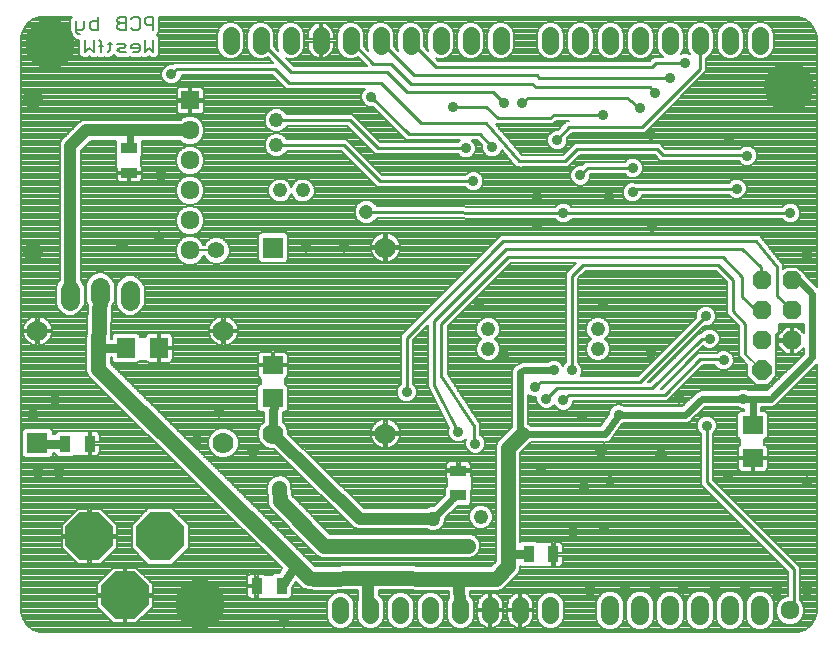
<source format=gbl>
G75*
%MOIN*%
%OFA0B0*%
%FSLAX25Y25*%
%IPPOS*%
%LPD*%
%AMOC8*
5,1,8,0,0,1.08239X$1,22.5*
%
%ADD10C,0.00800*%
%ADD11C,0.06140*%
%ADD12R,0.03600X0.05500*%
%ADD13C,0.05746*%
%ADD14OC8,0.15748*%
%ADD15C,0.07677*%
%ADD16R,0.06337X0.06337*%
%ADD17C,0.06337*%
%ADD18C,0.04762*%
%ADD19OC8,0.06140*%
%ADD20C,0.07000*%
%ADD21R,0.07000X0.07000*%
%ADD22C,0.05550*%
%ADD23OC8,0.06400*%
%ADD24C,0.06400*%
%ADD25R,0.05500X0.03600*%
%ADD26R,0.06299X0.07087*%
%ADD27R,0.07087X0.06299*%
%ADD28C,0.00787*%
%ADD29C,0.03962*%
%ADD30C,0.03569*%
%ADD31C,0.06496*%
%ADD32C,0.16598*%
%ADD33C,0.05000*%
%ADD34C,0.03937*%
%ADD35C,0.02362*%
%ADD36C,0.03150*%
%ADD37C,0.04750*%
%ADD38C,0.05000*%
%ADD39C,0.00900*%
D10*
X0081125Y0146125D02*
X0089875Y0146125D01*
X0068865Y0212213D02*
X0067464Y0213614D01*
X0066063Y0212213D01*
X0066063Y0216416D01*
X0064261Y0214314D02*
X0063561Y0215015D01*
X0062160Y0215015D01*
X0061459Y0214314D01*
X0061459Y0213614D01*
X0064261Y0213614D01*
X0064261Y0214314D02*
X0064261Y0212913D01*
X0063561Y0212213D01*
X0062160Y0212213D01*
X0059658Y0212213D02*
X0057556Y0212213D01*
X0056855Y0212913D01*
X0057556Y0213614D01*
X0058957Y0213614D01*
X0059658Y0214314D01*
X0058957Y0215015D01*
X0056855Y0215015D01*
X0055054Y0215015D02*
X0053652Y0215015D01*
X0054353Y0215716D02*
X0054353Y0212913D01*
X0053652Y0212213D01*
X0051284Y0212213D02*
X0051284Y0215716D01*
X0050583Y0216416D01*
X0048915Y0216416D02*
X0048915Y0212213D01*
X0047514Y0213614D01*
X0046113Y0212213D01*
X0046113Y0216416D01*
X0044445Y0218311D02*
X0043744Y0218311D01*
X0043043Y0219012D01*
X0043043Y0222515D01*
X0043043Y0219713D02*
X0045145Y0219713D01*
X0045846Y0220413D01*
X0045846Y0222515D01*
X0047647Y0221814D02*
X0048348Y0222515D01*
X0050450Y0222515D01*
X0050450Y0223916D02*
X0050450Y0219713D01*
X0048348Y0219713D01*
X0047647Y0220413D01*
X0047647Y0221814D01*
X0050583Y0214314D02*
X0051984Y0214314D01*
X0057556Y0219713D02*
X0059658Y0219713D01*
X0059658Y0223916D01*
X0057556Y0223916D01*
X0056855Y0223216D01*
X0056855Y0222515D01*
X0057556Y0221814D01*
X0059658Y0221814D01*
X0057556Y0221814D02*
X0056855Y0221114D01*
X0056855Y0220413D01*
X0057556Y0219713D01*
X0061459Y0220413D02*
X0062160Y0219713D01*
X0063561Y0219713D01*
X0064261Y0220413D01*
X0064261Y0223216D01*
X0063561Y0223916D01*
X0062160Y0223916D01*
X0061459Y0223216D01*
X0066063Y0223216D02*
X0066063Y0221814D01*
X0066764Y0221114D01*
X0068865Y0221114D01*
X0068865Y0219713D02*
X0068865Y0223916D01*
X0066764Y0223916D01*
X0066063Y0223216D01*
X0068865Y0216416D02*
X0068865Y0212213D01*
X0266125Y0111625D02*
X0271625Y0106125D01*
D11*
X0271125Y0027967D02*
X0271125Y0024283D01*
X0261125Y0024283D02*
X0261125Y0027967D01*
X0251125Y0027967D02*
X0251125Y0024283D01*
X0241125Y0024283D02*
X0241125Y0027967D01*
X0231125Y0027967D02*
X0231125Y0024283D01*
X0221125Y0024283D02*
X0221125Y0027967D01*
D12*
X0202213Y0044828D03*
X0193920Y0044828D03*
X0111561Y0034223D03*
X0103268Y0034223D03*
X0047771Y0081750D03*
X0039479Y0081750D03*
D13*
X0131125Y0027904D02*
X0131125Y0024456D01*
X0141125Y0024456D02*
X0141125Y0027904D01*
X0151125Y0027904D02*
X0151125Y0024456D01*
X0161125Y0024456D02*
X0161125Y0027904D01*
X0171125Y0027904D02*
X0171125Y0024456D01*
X0181125Y0024456D02*
X0181125Y0027904D01*
X0191125Y0027904D02*
X0191125Y0024456D01*
X0201125Y0024456D02*
X0201125Y0027904D01*
X0201125Y0214401D02*
X0201125Y0217849D01*
X0211125Y0217849D02*
X0211125Y0214401D01*
X0221125Y0214401D02*
X0221125Y0217849D01*
X0231125Y0217849D02*
X0231125Y0214401D01*
X0241125Y0214401D02*
X0241125Y0217849D01*
X0251125Y0217849D02*
X0251125Y0214401D01*
X0261125Y0214401D02*
X0261125Y0217849D01*
X0271125Y0217849D02*
X0271125Y0214401D01*
X0184625Y0214401D02*
X0184625Y0217849D01*
X0174625Y0217849D02*
X0174625Y0214401D01*
X0164625Y0214401D02*
X0164625Y0217849D01*
X0154625Y0217849D02*
X0154625Y0214401D01*
X0144625Y0214401D02*
X0144625Y0217849D01*
X0134625Y0217849D02*
X0134625Y0214401D01*
X0124625Y0214401D02*
X0124625Y0217849D01*
X0114625Y0217849D02*
X0114625Y0214401D01*
X0104625Y0214401D02*
X0104625Y0217849D01*
X0094625Y0217849D02*
X0094625Y0214401D01*
D14*
X0071125Y0050825D03*
X0047525Y0050825D03*
X0059325Y0031125D03*
D15*
X0056325Y0031125D03*
X0062325Y0031125D03*
X0071125Y0047825D03*
X0071125Y0053825D03*
X0047525Y0053825D03*
X0047525Y0047825D03*
D16*
X0081125Y0196125D03*
D17*
X0081125Y0186125D03*
X0081125Y0176125D03*
X0081125Y0166125D03*
X0081125Y0156125D03*
X0081125Y0146125D03*
X0281125Y0026125D03*
D18*
X0178000Y0057376D03*
X0180500Y0113312D03*
X0180500Y0119875D03*
X0217062Y0119875D03*
X0217062Y0113312D03*
X0118625Y0166125D03*
X0111125Y0166125D03*
X0109875Y0181248D03*
X0109875Y0189496D03*
D19*
X0271625Y0136125D03*
X0281625Y0136125D03*
X0281625Y0126125D03*
X0271625Y0126125D03*
X0271625Y0116125D03*
X0281625Y0116125D03*
D20*
X0146184Y0147060D03*
X0092198Y0119309D03*
X0108782Y0085052D03*
X0092198Y0081907D03*
X0146184Y0085052D03*
X0030190Y0119309D03*
D21*
X0030190Y0081907D03*
X0108782Y0147060D03*
D22*
X0089875Y0146125D03*
D23*
X0271625Y0106125D03*
D24*
X0061125Y0129205D02*
X0061125Y0133045D01*
X0051125Y0134045D02*
X0051125Y0130205D01*
X0041125Y0129205D02*
X0041125Y0133045D01*
D25*
X0060812Y0171979D03*
X0060812Y0180271D03*
X0170499Y0072772D03*
X0170499Y0064479D03*
D26*
X0070699Y0113625D03*
X0059676Y0113625D03*
D27*
X0108625Y0107887D03*
X0108625Y0096863D03*
X0268625Y0087887D03*
X0268625Y0076863D03*
D28*
X0026946Y0021008D02*
X0025575Y0022895D01*
X0024854Y0025114D01*
X0024762Y0026280D01*
X0024762Y0216595D01*
X0024854Y0217761D01*
X0025575Y0219980D01*
X0026946Y0221867D01*
X0028833Y0223238D01*
X0031051Y0223958D01*
X0032218Y0224050D01*
X0041786Y0224050D01*
X0041069Y0223333D01*
X0041069Y0219020D01*
X0041069Y0218194D01*
X0041769Y0217493D01*
X0042926Y0216337D01*
X0044138Y0216337D01*
X0044138Y0211395D01*
X0045295Y0210238D01*
X0046931Y0210238D01*
X0047514Y0210821D01*
X0048097Y0210238D01*
X0049733Y0210238D01*
X0050099Y0210604D01*
X0050466Y0210238D01*
X0052102Y0210238D01*
X0052468Y0210604D01*
X0052834Y0210238D01*
X0054470Y0210238D01*
X0055171Y0210938D01*
X0055604Y0211371D01*
X0056738Y0210238D01*
X0060476Y0210238D01*
X0060909Y0210671D01*
X0061342Y0210238D01*
X0064379Y0210238D01*
X0064812Y0210671D01*
X0065245Y0210238D01*
X0066881Y0210238D01*
X0067464Y0210821D01*
X0068047Y0210238D01*
X0069683Y0210238D01*
X0070840Y0211395D01*
X0070840Y0217234D01*
X0070010Y0218064D01*
X0070840Y0218895D01*
X0070840Y0224050D01*
X0282532Y0224050D01*
X0283699Y0223958D01*
X0285917Y0223238D01*
X0287804Y0221867D01*
X0289175Y0219980D01*
X0289896Y0217761D01*
X0289988Y0216595D01*
X0289988Y0133972D01*
X0286274Y0137686D01*
X0286270Y0137690D01*
X0286270Y0138049D01*
X0283549Y0140770D01*
X0279701Y0140770D01*
X0278775Y0139844D01*
X0278775Y0140379D01*
X0278860Y0141091D01*
X0278775Y0141200D01*
X0278775Y0141339D01*
X0278267Y0141846D01*
X0271900Y0149950D01*
X0271900Y0150089D01*
X0271392Y0150596D01*
X0270949Y0151160D01*
X0270812Y0151177D01*
X0270714Y0151275D01*
X0269996Y0151275D01*
X0269284Y0151360D01*
X0269175Y0151275D01*
X0184661Y0151275D01*
X0152474Y0119087D01*
X0151288Y0117901D01*
X0151288Y0101663D01*
X0150465Y0100840D01*
X0149953Y0099606D01*
X0149953Y0098269D01*
X0150465Y0097035D01*
X0151410Y0096090D01*
X0152644Y0095578D01*
X0153981Y0095578D01*
X0155215Y0096090D01*
X0156160Y0097035D01*
X0156672Y0098269D01*
X0156672Y0099606D01*
X0156160Y0100840D01*
X0155337Y0101663D01*
X0155337Y0116224D01*
X0160350Y0121237D01*
X0160350Y0101758D01*
X0160190Y0101265D01*
X0160350Y0100951D01*
X0160350Y0100599D01*
X0160717Y0100232D01*
X0167475Y0086975D01*
X0167141Y0086168D01*
X0167141Y0084832D01*
X0167652Y0083597D01*
X0168597Y0082652D01*
X0169832Y0082141D01*
X0171168Y0082141D01*
X0172403Y0082652D01*
X0173188Y0083438D01*
X0172766Y0082418D01*
X0172766Y0081082D01*
X0173277Y0079847D01*
X0174222Y0078902D01*
X0175457Y0078391D01*
X0176793Y0078391D01*
X0178028Y0078902D01*
X0178973Y0079847D01*
X0179484Y0081082D01*
X0179484Y0082418D01*
X0178973Y0083653D01*
X0178028Y0084598D01*
X0177837Y0084677D01*
X0177837Y0087483D01*
X0177964Y0088103D01*
X0177837Y0088296D01*
X0177837Y0088526D01*
X0177389Y0088974D01*
X0166900Y0104858D01*
X0166900Y0120911D01*
X0187901Y0141913D01*
X0209674Y0141913D01*
X0206288Y0138526D01*
X0206288Y0108851D01*
X0205465Y0108028D01*
X0205344Y0107735D01*
X0205223Y0108028D01*
X0204278Y0108973D01*
X0203043Y0109484D01*
X0201707Y0109484D01*
X0200472Y0108973D01*
X0200380Y0108881D01*
X0192822Y0108881D01*
X0192726Y0108913D01*
X0192277Y0108881D01*
X0191827Y0108881D01*
X0191734Y0108842D01*
X0191633Y0108835D01*
X0191230Y0108634D01*
X0190814Y0108461D01*
X0190743Y0108390D01*
X0189980Y0108009D01*
X0189564Y0107836D01*
X0189493Y0107765D01*
X0189402Y0107720D01*
X0189107Y0107379D01*
X0188789Y0107061D01*
X0188750Y0106968D01*
X0188684Y0106892D01*
X0188541Y0106464D01*
X0188369Y0106048D01*
X0188369Y0105947D01*
X0188337Y0105851D01*
X0188369Y0105402D01*
X0188369Y0087257D01*
X0183661Y0082549D01*
X0183041Y0081051D01*
X0183041Y0042508D01*
X0181356Y0040823D01*
X0170833Y0040823D01*
X0141294Y0041128D01*
X0141239Y0041149D01*
X0140485Y0041136D01*
X0139732Y0041144D01*
X0139677Y0041122D01*
X0122990Y0040829D01*
X0122766Y0040867D01*
X0054575Y0108449D01*
X0054575Y0110475D01*
X0054951Y0110475D01*
X0054951Y0109429D01*
X0055874Y0108507D01*
X0063478Y0108507D01*
X0064208Y0109238D01*
X0066428Y0109238D01*
X0066434Y0109226D01*
X0066694Y0108966D01*
X0067012Y0108783D01*
X0067366Y0108688D01*
X0070306Y0108688D01*
X0070306Y0113231D01*
X0071093Y0113231D01*
X0071093Y0108688D01*
X0074032Y0108688D01*
X0074387Y0108783D01*
X0074705Y0108966D01*
X0074964Y0109226D01*
X0075148Y0109544D01*
X0075243Y0109898D01*
X0075243Y0113231D01*
X0071093Y0113231D01*
X0071093Y0114019D01*
X0070306Y0114019D01*
X0070306Y0118562D01*
X0067366Y0118562D01*
X0067012Y0118467D01*
X0066694Y0118284D01*
X0066434Y0118024D01*
X0066251Y0117706D01*
X0066166Y0117387D01*
X0064400Y0117387D01*
X0064400Y0117821D01*
X0063478Y0118743D01*
X0055874Y0118743D01*
X0054951Y0117821D01*
X0054951Y0116775D01*
X0054684Y0116775D01*
X0055041Y0127369D01*
X0055173Y0127500D01*
X0055900Y0129255D01*
X0055900Y0134995D01*
X0055173Y0136750D01*
X0053830Y0138093D01*
X0052075Y0138820D01*
X0050175Y0138820D01*
X0048420Y0138093D01*
X0047077Y0136750D01*
X0046350Y0134995D01*
X0046350Y0129255D01*
X0046906Y0127914D01*
X0046452Y0114501D01*
X0046425Y0114436D01*
X0046425Y0113694D01*
X0046400Y0112953D01*
X0046425Y0112886D01*
X0046425Y0107551D01*
X0046422Y0107542D01*
X0046425Y0106741D01*
X0046425Y0105939D01*
X0046429Y0105931D01*
X0046429Y0105921D01*
X0046739Y0105183D01*
X0047046Y0104442D01*
X0047052Y0104435D01*
X0047056Y0104426D01*
X0047625Y0103862D01*
X0048192Y0103296D01*
X0048201Y0103292D01*
X0111807Y0040253D01*
X0110666Y0038548D01*
X0109109Y0038548D01*
X0108546Y0037985D01*
X0106027Y0037985D01*
X0105924Y0038088D01*
X0105606Y0038272D01*
X0105252Y0038367D01*
X0103662Y0038367D01*
X0103662Y0034617D01*
X0102875Y0034617D01*
X0102875Y0038367D01*
X0101285Y0038367D01*
X0100930Y0038272D01*
X0100613Y0038088D01*
X0100353Y0037829D01*
X0100170Y0037511D01*
X0100075Y0037157D01*
X0100075Y0034617D01*
X0102875Y0034617D01*
X0102875Y0033830D01*
X0100075Y0033830D01*
X0100075Y0031290D01*
X0100170Y0030935D01*
X0100353Y0030617D01*
X0100613Y0030358D01*
X0100930Y0030174D01*
X0101285Y0030080D01*
X0102875Y0030079D01*
X0102875Y0033829D01*
X0103662Y0033829D01*
X0103662Y0030080D01*
X0104956Y0030080D01*
X0105200Y0029836D01*
X0109630Y0029836D01*
X0109692Y0029898D01*
X0114014Y0029898D01*
X0114936Y0030821D01*
X0114936Y0033603D01*
X0116364Y0035737D01*
X0117702Y0034411D01*
X0117971Y0034034D01*
X0118272Y0033846D01*
X0118524Y0033596D01*
X0118953Y0033421D01*
X0119346Y0033175D01*
X0119696Y0033117D01*
X0120025Y0032983D01*
X0120488Y0032985D01*
X0121593Y0032800D01*
X0121949Y0032660D01*
X0122385Y0032668D01*
X0122815Y0032596D01*
X0123187Y0032682D01*
X0136957Y0032923D01*
X0136957Y0029464D01*
X0136677Y0028789D01*
X0136677Y0023571D01*
X0137354Y0021937D01*
X0138605Y0020685D01*
X0140240Y0020008D01*
X0142010Y0020008D01*
X0143645Y0020685D01*
X0144896Y0021937D01*
X0145573Y0023571D01*
X0145573Y0028789D01*
X0144896Y0030424D01*
X0144043Y0031276D01*
X0144043Y0032949D01*
X0167387Y0032709D01*
X0167452Y0030521D01*
X0167354Y0030424D01*
X0166677Y0028789D01*
X0166677Y0023571D01*
X0167354Y0021937D01*
X0168605Y0020685D01*
X0170240Y0020008D01*
X0172010Y0020008D01*
X0173645Y0020685D01*
X0174896Y0021937D01*
X0175573Y0023571D01*
X0175573Y0028789D01*
X0174896Y0030424D01*
X0174534Y0030786D01*
X0174478Y0032673D01*
X0183854Y0032673D01*
X0185352Y0033294D01*
X0189424Y0037366D01*
X0190570Y0038512D01*
X0191190Y0040010D01*
X0191190Y0040781D01*
X0191467Y0040504D01*
X0196372Y0040504D01*
X0196622Y0040754D01*
X0199972Y0040754D01*
X0200229Y0040685D01*
X0201819Y0040685D01*
X0201819Y0044435D01*
X0202606Y0044435D01*
X0202606Y0040685D01*
X0204196Y0040685D01*
X0204551Y0040780D01*
X0204868Y0040963D01*
X0205128Y0041223D01*
X0205311Y0041540D01*
X0205406Y0041895D01*
X0205406Y0044435D01*
X0202606Y0044435D01*
X0202606Y0045222D01*
X0201819Y0045222D01*
X0201819Y0048972D01*
X0200229Y0048972D01*
X0199972Y0048903D01*
X0196622Y0048903D01*
X0196372Y0049153D01*
X0191467Y0049153D01*
X0191190Y0048876D01*
X0191190Y0078553D01*
X0194757Y0082119D01*
X0218935Y0082119D01*
X0219162Y0082066D01*
X0219478Y0082119D01*
X0219798Y0082119D01*
X0220014Y0082208D01*
X0220244Y0082247D01*
X0220515Y0082416D01*
X0220811Y0082539D01*
X0220976Y0082704D01*
X0221174Y0082827D01*
X0221360Y0083088D01*
X0221586Y0083314D01*
X0221676Y0083529D01*
X0225059Y0088266D01*
X0225840Y0088590D01*
X0225932Y0088682D01*
X0246086Y0088682D01*
X0246594Y0088667D01*
X0246632Y0088682D01*
X0246673Y0088682D01*
X0247143Y0088876D01*
X0247619Y0089058D01*
X0247648Y0089086D01*
X0247686Y0089101D01*
X0248046Y0089461D01*
X0252846Y0093994D01*
X0263505Y0093994D01*
X0263597Y0093902D01*
X0264832Y0093391D01*
X0265869Y0093391D01*
X0265869Y0092611D01*
X0264429Y0092611D01*
X0263507Y0091689D01*
X0263507Y0084085D01*
X0264238Y0083354D01*
X0264238Y0081135D01*
X0264226Y0081128D01*
X0263966Y0080869D01*
X0263783Y0080551D01*
X0263688Y0080196D01*
X0263688Y0077257D01*
X0268231Y0077257D01*
X0268231Y0076470D01*
X0263688Y0076470D01*
X0263688Y0073530D01*
X0263783Y0073176D01*
X0263966Y0072858D01*
X0264226Y0072598D01*
X0264544Y0072415D01*
X0264898Y0072320D01*
X0268231Y0072320D01*
X0268231Y0076469D01*
X0269019Y0076469D01*
X0269019Y0072320D01*
X0272352Y0072320D01*
X0272706Y0072415D01*
X0273024Y0072598D01*
X0273284Y0072858D01*
X0273467Y0073176D01*
X0273562Y0073530D01*
X0273562Y0076470D01*
X0269019Y0076470D01*
X0269019Y0077257D01*
X0273562Y0077257D01*
X0273562Y0080196D01*
X0273467Y0080551D01*
X0273284Y0080869D01*
X0273024Y0081128D01*
X0272706Y0081312D01*
X0272387Y0081397D01*
X0272387Y0083162D01*
X0272821Y0083162D01*
X0273743Y0084085D01*
X0273743Y0091689D01*
X0272821Y0092611D01*
X0271381Y0092611D01*
X0271381Y0093994D01*
X0275111Y0093994D01*
X0276124Y0094414D01*
X0289988Y0108278D01*
X0289988Y0026280D01*
X0289896Y0025114D01*
X0289175Y0022895D01*
X0287804Y0021008D01*
X0285917Y0019637D01*
X0283699Y0018917D01*
X0282532Y0018825D01*
X0032218Y0018825D01*
X0031051Y0018917D01*
X0028833Y0019637D01*
X0026946Y0021008D01*
X0027177Y0020840D02*
X0128450Y0020840D01*
X0128605Y0020685D02*
X0130240Y0020008D01*
X0132010Y0020008D01*
X0133645Y0020685D01*
X0134896Y0021937D01*
X0135573Y0023571D01*
X0135573Y0028789D01*
X0134896Y0030424D01*
X0133645Y0031675D01*
X0132010Y0032352D01*
X0130240Y0032352D01*
X0128605Y0031675D01*
X0127354Y0030424D01*
X0126677Y0028789D01*
X0126677Y0023571D01*
X0127354Y0021937D01*
X0128605Y0020685D01*
X0127664Y0021626D02*
X0026497Y0021626D01*
X0025926Y0022412D02*
X0054931Y0022412D01*
X0055486Y0021857D02*
X0058931Y0021857D01*
X0058931Y0026581D01*
X0059067Y0026650D01*
X0059325Y0026837D01*
X0059583Y0026650D01*
X0059719Y0026581D01*
X0059719Y0021857D01*
X0063164Y0021857D01*
X0068593Y0027286D01*
X0068593Y0030731D01*
X0062719Y0030731D01*
X0062719Y0031519D01*
X0068593Y0031519D01*
X0068593Y0034964D01*
X0063164Y0040393D01*
X0059719Y0040393D01*
X0059719Y0035669D01*
X0059583Y0035600D01*
X0059325Y0035413D01*
X0059067Y0035600D01*
X0058931Y0035669D01*
X0058931Y0040393D01*
X0055486Y0040393D01*
X0050057Y0034964D01*
X0050057Y0031519D01*
X0055931Y0031519D01*
X0055931Y0030731D01*
X0050057Y0030731D01*
X0050057Y0027286D01*
X0055486Y0021857D01*
X0054145Y0023198D02*
X0025477Y0023198D01*
X0025221Y0023984D02*
X0053359Y0023984D01*
X0052573Y0024770D02*
X0024966Y0024770D01*
X0024819Y0025556D02*
X0051788Y0025556D01*
X0051002Y0026342D02*
X0024762Y0026342D01*
X0024762Y0027128D02*
X0050216Y0027128D01*
X0050057Y0027914D02*
X0024762Y0027914D01*
X0024762Y0028700D02*
X0050057Y0028700D01*
X0050057Y0029486D02*
X0024762Y0029486D01*
X0024762Y0030271D02*
X0050057Y0030271D01*
X0050057Y0031843D02*
X0024762Y0031843D01*
X0024762Y0031057D02*
X0055931Y0031057D01*
X0056719Y0031057D02*
X0058931Y0031057D01*
X0058931Y0030731D02*
X0056719Y0030731D01*
X0056719Y0031519D01*
X0058931Y0031519D01*
X0058931Y0030731D01*
X0059719Y0030731D02*
X0059719Y0031519D01*
X0061931Y0031519D01*
X0061931Y0030731D01*
X0059719Y0030731D01*
X0059719Y0031057D02*
X0061931Y0031057D01*
X0062719Y0031057D02*
X0100137Y0031057D01*
X0100075Y0031843D02*
X0068593Y0031843D01*
X0068593Y0032629D02*
X0100075Y0032629D01*
X0100075Y0033415D02*
X0068593Y0033415D01*
X0068593Y0034201D02*
X0102875Y0034201D01*
X0102875Y0033415D02*
X0103662Y0033415D01*
X0103662Y0032629D02*
X0102875Y0032629D01*
X0102875Y0031843D02*
X0103662Y0031843D01*
X0103662Y0031057D02*
X0102875Y0031057D01*
X0102875Y0030271D02*
X0103662Y0030271D01*
X0100763Y0030271D02*
X0068593Y0030271D01*
X0068593Y0029486D02*
X0126966Y0029486D01*
X0126677Y0028700D02*
X0068593Y0028700D01*
X0068593Y0027914D02*
X0126677Y0027914D01*
X0126677Y0027128D02*
X0068434Y0027128D01*
X0067648Y0026342D02*
X0126677Y0026342D01*
X0126677Y0025556D02*
X0066862Y0025556D01*
X0066077Y0024770D02*
X0126677Y0024770D01*
X0126677Y0023984D02*
X0065291Y0023984D01*
X0064505Y0023198D02*
X0126832Y0023198D01*
X0127157Y0022412D02*
X0063719Y0022412D01*
X0059719Y0022412D02*
X0058931Y0022412D01*
X0058931Y0023198D02*
X0059719Y0023198D01*
X0059719Y0023984D02*
X0058931Y0023984D01*
X0058931Y0024770D02*
X0059719Y0024770D01*
X0059719Y0025556D02*
X0058931Y0025556D01*
X0058931Y0026342D02*
X0059719Y0026342D01*
X0050057Y0032629D02*
X0024762Y0032629D01*
X0024762Y0033415D02*
X0050057Y0033415D01*
X0050057Y0034201D02*
X0024762Y0034201D01*
X0024762Y0034987D02*
X0050080Y0034987D01*
X0050866Y0035773D02*
X0024762Y0035773D01*
X0024762Y0036559D02*
X0051652Y0036559D01*
X0052438Y0037345D02*
X0024762Y0037345D01*
X0024762Y0038131D02*
X0053224Y0038131D01*
X0054010Y0038916D02*
X0024762Y0038916D01*
X0024762Y0039702D02*
X0054796Y0039702D01*
X0051867Y0042060D02*
X0066527Y0042060D01*
X0067211Y0041376D02*
X0075039Y0041376D01*
X0080574Y0046911D01*
X0080574Y0054739D01*
X0075039Y0060274D01*
X0067211Y0060274D01*
X0061676Y0054739D01*
X0061676Y0046911D01*
X0067211Y0041376D01*
X0065741Y0042846D02*
X0052653Y0042846D01*
X0053438Y0043632D02*
X0064955Y0043632D01*
X0064169Y0044418D02*
X0054224Y0044418D01*
X0055010Y0045204D02*
X0063384Y0045204D01*
X0062598Y0045990D02*
X0055796Y0045990D01*
X0056582Y0046776D02*
X0061812Y0046776D01*
X0061676Y0047562D02*
X0056793Y0047562D01*
X0056793Y0046986D02*
X0056793Y0050431D01*
X0052069Y0050431D01*
X0052000Y0050567D01*
X0051813Y0050825D01*
X0052000Y0051083D01*
X0052069Y0051219D01*
X0056793Y0051219D01*
X0056793Y0054664D01*
X0051364Y0060093D01*
X0047919Y0060093D01*
X0047919Y0054219D01*
X0047131Y0054219D01*
X0047131Y0060093D01*
X0043686Y0060093D01*
X0038257Y0054664D01*
X0038257Y0051219D01*
X0042981Y0051219D01*
X0043050Y0051083D01*
X0043237Y0050825D01*
X0043050Y0050567D01*
X0042981Y0050431D01*
X0038257Y0050431D01*
X0038257Y0046986D01*
X0043686Y0041557D01*
X0047131Y0041557D01*
X0047131Y0047431D01*
X0047919Y0047431D01*
X0047919Y0041557D01*
X0051364Y0041557D01*
X0056793Y0046986D01*
X0056793Y0048347D02*
X0061676Y0048347D01*
X0061676Y0049133D02*
X0056793Y0049133D01*
X0056793Y0049919D02*
X0061676Y0049919D01*
X0061676Y0050705D02*
X0051900Y0050705D01*
X0047919Y0050431D02*
X0047919Y0048219D01*
X0047131Y0048219D01*
X0047131Y0050431D01*
X0047919Y0050431D01*
X0047919Y0049919D02*
X0047131Y0049919D01*
X0047131Y0049133D02*
X0047919Y0049133D01*
X0047919Y0048347D02*
X0047131Y0048347D01*
X0047131Y0046776D02*
X0047919Y0046776D01*
X0047919Y0045990D02*
X0047131Y0045990D01*
X0047131Y0045204D02*
X0047919Y0045204D01*
X0047919Y0044418D02*
X0047131Y0044418D01*
X0047131Y0043632D02*
X0047919Y0043632D01*
X0047919Y0042846D02*
X0047131Y0042846D01*
X0047131Y0042060D02*
X0047919Y0042060D01*
X0043183Y0042060D02*
X0024762Y0042060D01*
X0024762Y0041274D02*
X0110777Y0041274D01*
X0111570Y0040488D02*
X0024762Y0040488D01*
X0024762Y0042846D02*
X0042397Y0042846D01*
X0041612Y0043632D02*
X0024762Y0043632D01*
X0024762Y0044418D02*
X0040826Y0044418D01*
X0040040Y0045204D02*
X0024762Y0045204D01*
X0024762Y0045990D02*
X0039254Y0045990D01*
X0038468Y0046776D02*
X0024762Y0046776D01*
X0024762Y0047562D02*
X0038257Y0047562D01*
X0038257Y0048347D02*
X0024762Y0048347D01*
X0024762Y0049133D02*
X0038257Y0049133D01*
X0038257Y0049919D02*
X0024762Y0049919D01*
X0024762Y0050705D02*
X0043150Y0050705D01*
X0038257Y0051491D02*
X0024762Y0051491D01*
X0024762Y0052277D02*
X0038257Y0052277D01*
X0038257Y0053063D02*
X0024762Y0053063D01*
X0024762Y0053849D02*
X0038257Y0053849D01*
X0038257Y0054635D02*
X0024762Y0054635D01*
X0024762Y0055421D02*
X0039014Y0055421D01*
X0039800Y0056207D02*
X0024762Y0056207D01*
X0024762Y0056992D02*
X0040586Y0056992D01*
X0041372Y0057778D02*
X0024762Y0057778D01*
X0024762Y0058564D02*
X0042158Y0058564D01*
X0042944Y0059350D02*
X0024762Y0059350D01*
X0024762Y0060136D02*
X0067073Y0060136D01*
X0066288Y0059350D02*
X0052106Y0059350D01*
X0052892Y0058564D02*
X0065502Y0058564D01*
X0064716Y0057778D02*
X0053678Y0057778D01*
X0054464Y0056992D02*
X0063930Y0056992D01*
X0063144Y0056207D02*
X0055250Y0056207D01*
X0056036Y0055421D02*
X0062358Y0055421D01*
X0061676Y0054635D02*
X0056793Y0054635D01*
X0056793Y0053849D02*
X0061676Y0053849D01*
X0061676Y0053063D02*
X0056793Y0053063D01*
X0056793Y0052277D02*
X0061676Y0052277D01*
X0061676Y0051491D02*
X0056793Y0051491D01*
X0047919Y0051491D02*
X0047131Y0051491D01*
X0047131Y0051219D02*
X0047131Y0053431D01*
X0047919Y0053431D01*
X0047919Y0051219D01*
X0047131Y0051219D01*
X0047131Y0052277D02*
X0047919Y0052277D01*
X0047919Y0053063D02*
X0047131Y0053063D01*
X0047131Y0054635D02*
X0047919Y0054635D01*
X0047919Y0055421D02*
X0047131Y0055421D01*
X0047131Y0056207D02*
X0047919Y0056207D01*
X0047919Y0056992D02*
X0047131Y0056992D01*
X0047131Y0057778D02*
X0047919Y0057778D01*
X0047919Y0058564D02*
X0047131Y0058564D01*
X0047131Y0059350D02*
X0047919Y0059350D01*
X0034342Y0076833D02*
X0026038Y0076833D01*
X0025115Y0077755D01*
X0025115Y0086060D01*
X0026038Y0086982D01*
X0034342Y0086982D01*
X0035265Y0086060D01*
X0035265Y0084900D01*
X0036104Y0084900D01*
X0036104Y0085152D01*
X0037026Y0086075D01*
X0041931Y0086075D01*
X0042181Y0085825D01*
X0045527Y0085825D01*
X0045528Y0085824D01*
X0045788Y0085894D01*
X0047378Y0085894D01*
X0047378Y0082144D01*
X0048165Y0082144D01*
X0048165Y0085894D01*
X0049755Y0085894D01*
X0050109Y0085799D01*
X0050427Y0085615D01*
X0050687Y0085356D01*
X0050870Y0085038D01*
X0050965Y0084683D01*
X0050965Y0082144D01*
X0048165Y0082144D01*
X0048165Y0081356D01*
X0047378Y0081356D01*
X0048165Y0081356D01*
X0048165Y0077606D01*
X0049755Y0077606D01*
X0050109Y0077701D01*
X0050427Y0077885D01*
X0050687Y0078144D01*
X0050870Y0078462D01*
X0050965Y0078817D01*
X0050965Y0081356D01*
X0070334Y0081356D01*
X0069541Y0082142D02*
X0048165Y0082142D01*
X0048165Y0082928D02*
X0047378Y0082928D01*
X0047378Y0083714D02*
X0048165Y0083714D01*
X0048165Y0084499D02*
X0047378Y0084499D01*
X0047378Y0085285D02*
X0048165Y0085285D01*
X0050727Y0085285D02*
X0066369Y0085285D01*
X0065576Y0086071D02*
X0041934Y0086071D01*
X0037023Y0086071D02*
X0035253Y0086071D01*
X0035265Y0085285D02*
X0036237Y0085285D01*
X0034467Y0086857D02*
X0064783Y0086857D01*
X0063990Y0087643D02*
X0024762Y0087643D01*
X0024762Y0086857D02*
X0025913Y0086857D01*
X0025127Y0086071D02*
X0024762Y0086071D01*
X0024762Y0085285D02*
X0025115Y0085285D01*
X0025115Y0084499D02*
X0024762Y0084499D01*
X0024762Y0083714D02*
X0025115Y0083714D01*
X0025115Y0082928D02*
X0024762Y0082928D01*
X0024762Y0082142D02*
X0025115Y0082142D01*
X0025115Y0081356D02*
X0024762Y0081356D01*
X0024762Y0080570D02*
X0025115Y0080570D01*
X0025115Y0079784D02*
X0024762Y0079784D01*
X0024762Y0078998D02*
X0025115Y0078998D01*
X0025115Y0078212D02*
X0024762Y0078212D01*
X0024762Y0077426D02*
X0025444Y0077426D01*
X0024762Y0076640D02*
X0075092Y0076640D01*
X0075885Y0075854D02*
X0024762Y0075854D01*
X0024762Y0075068D02*
X0076678Y0075068D01*
X0077471Y0074283D02*
X0024762Y0074283D01*
X0024762Y0073497D02*
X0078264Y0073497D01*
X0079057Y0072711D02*
X0024762Y0072711D01*
X0024762Y0071925D02*
X0079850Y0071925D01*
X0080643Y0071139D02*
X0024762Y0071139D01*
X0024762Y0070353D02*
X0081436Y0070353D01*
X0082229Y0069567D02*
X0024762Y0069567D01*
X0024762Y0068781D02*
X0083022Y0068781D01*
X0083815Y0067995D02*
X0024762Y0067995D01*
X0024762Y0067209D02*
X0084608Y0067209D01*
X0085401Y0066423D02*
X0024762Y0066423D01*
X0024762Y0065638D02*
X0086194Y0065638D01*
X0086987Y0064852D02*
X0024762Y0064852D01*
X0024762Y0064066D02*
X0087780Y0064066D01*
X0088573Y0063280D02*
X0024762Y0063280D01*
X0024762Y0062494D02*
X0089366Y0062494D01*
X0090159Y0061708D02*
X0024762Y0061708D01*
X0024762Y0060922D02*
X0090952Y0060922D01*
X0091745Y0060136D02*
X0075177Y0060136D01*
X0075962Y0059350D02*
X0092538Y0059350D01*
X0093331Y0058564D02*
X0076748Y0058564D01*
X0077534Y0057778D02*
X0094124Y0057778D01*
X0094917Y0056992D02*
X0078320Y0056992D01*
X0079106Y0056207D02*
X0095710Y0056207D01*
X0096503Y0055421D02*
X0079892Y0055421D01*
X0080574Y0054635D02*
X0097296Y0054635D01*
X0098089Y0053849D02*
X0080574Y0053849D01*
X0080574Y0053063D02*
X0098882Y0053063D01*
X0099675Y0052277D02*
X0080574Y0052277D01*
X0080574Y0051491D02*
X0100468Y0051491D01*
X0101261Y0050705D02*
X0080574Y0050705D01*
X0080574Y0049919D02*
X0102054Y0049919D01*
X0102847Y0049133D02*
X0080574Y0049133D01*
X0080574Y0048347D02*
X0103640Y0048347D01*
X0104433Y0047562D02*
X0080574Y0047562D01*
X0080438Y0046776D02*
X0105226Y0046776D01*
X0106019Y0045990D02*
X0079652Y0045990D01*
X0078866Y0045204D02*
X0106812Y0045204D01*
X0107605Y0044418D02*
X0078080Y0044418D01*
X0077295Y0043632D02*
X0108398Y0043632D01*
X0109191Y0042846D02*
X0076509Y0042846D01*
X0075723Y0042060D02*
X0109984Y0042060D01*
X0111439Y0039702D02*
X0063854Y0039702D01*
X0064640Y0038916D02*
X0110913Y0038916D01*
X0108692Y0038131D02*
X0105851Y0038131D01*
X0103662Y0038131D02*
X0102875Y0038131D01*
X0102875Y0037345D02*
X0103662Y0037345D01*
X0103662Y0036559D02*
X0102875Y0036559D01*
X0102875Y0035773D02*
X0103662Y0035773D01*
X0103662Y0034987D02*
X0102875Y0034987D01*
X0100075Y0034987D02*
X0068570Y0034987D01*
X0067784Y0035773D02*
X0100075Y0035773D01*
X0100075Y0036559D02*
X0066998Y0036559D01*
X0066212Y0037345D02*
X0100125Y0037345D01*
X0100686Y0038131D02*
X0065426Y0038131D01*
X0059719Y0038131D02*
X0058931Y0038131D01*
X0058931Y0038916D02*
X0059719Y0038916D01*
X0059719Y0039702D02*
X0058931Y0039702D01*
X0058931Y0037345D02*
X0059719Y0037345D01*
X0059719Y0036559D02*
X0058931Y0036559D01*
X0058931Y0035773D02*
X0059719Y0035773D01*
X0071125Y0047687D02*
X0071125Y0050825D01*
X0071125Y0053825D01*
X0071125Y0050825D02*
X0071125Y0047825D01*
X0093807Y0069567D02*
X0107606Y0069567D01*
X0107231Y0069135D02*
X0106719Y0067597D01*
X0107077Y0062578D01*
X0107071Y0061935D01*
X0107135Y0061775D01*
X0107147Y0061604D01*
X0107435Y0061028D01*
X0107675Y0060431D01*
X0107796Y0060308D01*
X0107873Y0060154D01*
X0108359Y0059732D01*
X0122383Y0045410D01*
X0122392Y0045389D01*
X0122949Y0044832D01*
X0123502Y0044268D01*
X0123522Y0044259D01*
X0123538Y0044243D01*
X0124266Y0043941D01*
X0124993Y0043632D01*
X0125015Y0043631D01*
X0125035Y0043623D01*
X0125824Y0043623D01*
X0126614Y0043614D01*
X0126634Y0043623D01*
X0174484Y0043623D01*
X0175982Y0044243D01*
X0177128Y0045389D01*
X0177749Y0046887D01*
X0177749Y0048508D01*
X0177128Y0050006D01*
X0175982Y0051152D01*
X0174484Y0051772D01*
X0127559Y0051772D01*
X0115112Y0064485D01*
X0114848Y0068178D01*
X0114122Y0069627D01*
X0112897Y0070689D01*
X0111359Y0071201D01*
X0109742Y0071085D01*
X0108293Y0070360D01*
X0107231Y0069135D01*
X0107113Y0068781D02*
X0094600Y0068781D01*
X0095393Y0067995D02*
X0106852Y0067995D01*
X0106747Y0067209D02*
X0096185Y0067209D01*
X0096978Y0066423D02*
X0106803Y0066423D01*
X0106859Y0065638D02*
X0097771Y0065638D01*
X0098564Y0064852D02*
X0106915Y0064852D01*
X0106971Y0064066D02*
X0099357Y0064066D01*
X0100150Y0063280D02*
X0107027Y0063280D01*
X0107077Y0062494D02*
X0100943Y0062494D01*
X0101736Y0061708D02*
X0107140Y0061708D01*
X0107478Y0060922D02*
X0102529Y0060922D01*
X0103322Y0060136D02*
X0107893Y0060136D01*
X0108733Y0059350D02*
X0104115Y0059350D01*
X0104908Y0058564D02*
X0109503Y0058564D01*
X0110272Y0057778D02*
X0105701Y0057778D01*
X0106494Y0056992D02*
X0111042Y0056992D01*
X0111811Y0056207D02*
X0107287Y0056207D01*
X0108080Y0055421D02*
X0112581Y0055421D01*
X0113350Y0054635D02*
X0108873Y0054635D01*
X0109666Y0053849D02*
X0114120Y0053849D01*
X0114890Y0053063D02*
X0110459Y0053063D01*
X0111252Y0052277D02*
X0115659Y0052277D01*
X0116429Y0051491D02*
X0112045Y0051491D01*
X0112838Y0050705D02*
X0117198Y0050705D01*
X0117968Y0049919D02*
X0113631Y0049919D01*
X0114424Y0049133D02*
X0118737Y0049133D01*
X0119507Y0048347D02*
X0115217Y0048347D01*
X0116010Y0047562D02*
X0120276Y0047562D01*
X0121046Y0046776D02*
X0116803Y0046776D01*
X0117596Y0045990D02*
X0121815Y0045990D01*
X0122577Y0045204D02*
X0118389Y0045204D01*
X0119182Y0044418D02*
X0123354Y0044418D01*
X0124992Y0043632D02*
X0119975Y0043632D01*
X0120768Y0042846D02*
X0183041Y0042846D01*
X0183041Y0043632D02*
X0174506Y0043632D01*
X0176157Y0044418D02*
X0183041Y0044418D01*
X0183041Y0045204D02*
X0176943Y0045204D01*
X0177377Y0045990D02*
X0183041Y0045990D01*
X0183041Y0046776D02*
X0177702Y0046776D01*
X0177749Y0047562D02*
X0183041Y0047562D01*
X0183041Y0048347D02*
X0177749Y0048347D01*
X0177490Y0049133D02*
X0183041Y0049133D01*
X0183041Y0049919D02*
X0177164Y0049919D01*
X0176429Y0050705D02*
X0183041Y0050705D01*
X0183041Y0051491D02*
X0175163Y0051491D01*
X0176179Y0053849D02*
X0164924Y0053849D01*
X0164371Y0053296D02*
X0165517Y0054442D01*
X0166137Y0055939D01*
X0166137Y0056927D01*
X0170277Y0061067D01*
X0170335Y0061104D01*
X0173902Y0061104D01*
X0174824Y0062027D01*
X0174824Y0066348D01*
X0174887Y0066411D01*
X0174887Y0070840D01*
X0174643Y0071084D01*
X0174643Y0072378D01*
X0170893Y0072378D01*
X0170893Y0073166D01*
X0170106Y0073166D01*
X0170106Y0075966D01*
X0167566Y0075966D01*
X0167211Y0075871D01*
X0166894Y0075687D01*
X0166634Y0075428D01*
X0166451Y0075110D01*
X0166356Y0074755D01*
X0166356Y0073166D01*
X0170106Y0073166D01*
X0170106Y0072378D01*
X0166356Y0072378D01*
X0166356Y0070788D01*
X0166451Y0070434D01*
X0166634Y0070116D01*
X0166737Y0070013D01*
X0166737Y0067494D01*
X0166175Y0066931D01*
X0166175Y0064760D01*
X0162240Y0060825D01*
X0161252Y0060825D01*
X0159969Y0060293D01*
X0139133Y0060293D01*
X0113857Y0085042D01*
X0113857Y0086062D01*
X0113085Y0087927D01*
X0111932Y0089079D01*
X0111932Y0092139D01*
X0112821Y0092139D01*
X0113743Y0093061D01*
X0113743Y0100665D01*
X0112821Y0101588D01*
X0112700Y0101588D01*
X0112700Y0103437D01*
X0112706Y0103438D01*
X0113024Y0103622D01*
X0113284Y0103881D01*
X0113467Y0104199D01*
X0113562Y0104554D01*
X0113562Y0107493D01*
X0109019Y0107493D01*
X0109019Y0108280D01*
X0113562Y0108280D01*
X0113562Y0111220D01*
X0113467Y0111574D01*
X0113284Y0111892D01*
X0113024Y0112152D01*
X0112706Y0112335D01*
X0112352Y0112430D01*
X0109019Y0112430D01*
X0109019Y0108281D01*
X0108231Y0108281D01*
X0108231Y0112430D01*
X0104898Y0112430D01*
X0104544Y0112335D01*
X0104226Y0112152D01*
X0103966Y0111892D01*
X0103783Y0111574D01*
X0103688Y0111220D01*
X0103688Y0108280D01*
X0108231Y0108280D01*
X0108231Y0107493D01*
X0103688Y0107493D01*
X0103688Y0104554D01*
X0103783Y0104199D01*
X0103966Y0103881D01*
X0104226Y0103622D01*
X0104544Y0103438D01*
X0104550Y0103437D01*
X0104550Y0101588D01*
X0104429Y0101588D01*
X0103507Y0100665D01*
X0103507Y0093061D01*
X0104429Y0092139D01*
X0105633Y0092139D01*
X0105633Y0089079D01*
X0104480Y0087927D01*
X0103708Y0086062D01*
X0103708Y0084043D01*
X0104480Y0082178D01*
X0105908Y0080750D01*
X0107773Y0079977D01*
X0108901Y0079977D01*
X0135195Y0054231D01*
X0135680Y0053746D01*
X0135698Y0053739D01*
X0135712Y0053725D01*
X0136349Y0053469D01*
X0136983Y0053207D01*
X0137002Y0053207D01*
X0137020Y0053199D01*
X0137706Y0053207D01*
X0159969Y0053207D01*
X0161252Y0052675D01*
X0162873Y0052675D01*
X0164371Y0053296D01*
X0163809Y0053063D02*
X0183041Y0053063D01*
X0183041Y0053849D02*
X0179822Y0053849D01*
X0180241Y0054023D02*
X0178787Y0053420D01*
X0177214Y0053420D01*
X0175760Y0054023D01*
X0174647Y0055135D01*
X0174045Y0056589D01*
X0174045Y0058163D01*
X0174647Y0059617D01*
X0175760Y0060730D01*
X0177214Y0061332D01*
X0178787Y0061332D01*
X0180241Y0060730D01*
X0181354Y0059617D01*
X0181956Y0058163D01*
X0181956Y0056589D01*
X0181354Y0055135D01*
X0180241Y0054023D01*
X0180854Y0054635D02*
X0183041Y0054635D01*
X0183041Y0055421D02*
X0181472Y0055421D01*
X0181798Y0056207D02*
X0183041Y0056207D01*
X0183041Y0056992D02*
X0181956Y0056992D01*
X0181956Y0057778D02*
X0183041Y0057778D01*
X0183041Y0058564D02*
X0181790Y0058564D01*
X0181465Y0059350D02*
X0183041Y0059350D01*
X0183041Y0060136D02*
X0180835Y0060136D01*
X0179777Y0060922D02*
X0183041Y0060922D01*
X0183041Y0061708D02*
X0174506Y0061708D01*
X0174824Y0062494D02*
X0183041Y0062494D01*
X0183041Y0063280D02*
X0174824Y0063280D01*
X0174824Y0064066D02*
X0183041Y0064066D01*
X0183041Y0064852D02*
X0174824Y0064852D01*
X0174824Y0065638D02*
X0183041Y0065638D01*
X0183041Y0066423D02*
X0174887Y0066423D01*
X0174887Y0067209D02*
X0183041Y0067209D01*
X0183041Y0067995D02*
X0174887Y0067995D01*
X0174887Y0068781D02*
X0183041Y0068781D01*
X0183041Y0069567D02*
X0174887Y0069567D01*
X0174887Y0070353D02*
X0183041Y0070353D01*
X0183041Y0071139D02*
X0174643Y0071139D01*
X0174643Y0071925D02*
X0183041Y0071925D01*
X0183041Y0072711D02*
X0170893Y0072711D01*
X0170893Y0073166D02*
X0174643Y0073166D01*
X0174643Y0074755D01*
X0174548Y0075110D01*
X0174365Y0075428D01*
X0174105Y0075687D01*
X0173787Y0075871D01*
X0173433Y0075966D01*
X0170893Y0075966D01*
X0170893Y0073166D01*
X0170893Y0073497D02*
X0170106Y0073497D01*
X0170106Y0074283D02*
X0170893Y0074283D01*
X0170893Y0075068D02*
X0170106Y0075068D01*
X0170106Y0075854D02*
X0170893Y0075854D01*
X0173815Y0075854D02*
X0183041Y0075854D01*
X0183041Y0075068D02*
X0174559Y0075068D01*
X0174643Y0074283D02*
X0183041Y0074283D01*
X0183041Y0073497D02*
X0174643Y0073497D01*
X0170106Y0072711D02*
X0126451Y0072711D01*
X0125649Y0073497D02*
X0166356Y0073497D01*
X0166356Y0074283D02*
X0124846Y0074283D01*
X0124043Y0075068D02*
X0166440Y0075068D01*
X0167183Y0075854D02*
X0123241Y0075854D01*
X0122438Y0076640D02*
X0183041Y0076640D01*
X0183041Y0077426D02*
X0121636Y0077426D01*
X0120833Y0078212D02*
X0183041Y0078212D01*
X0183041Y0078998D02*
X0178123Y0078998D01*
X0178909Y0079784D02*
X0183041Y0079784D01*
X0183041Y0080570D02*
X0179272Y0080570D01*
X0179484Y0081356D02*
X0183167Y0081356D01*
X0183493Y0082142D02*
X0179484Y0082142D01*
X0179273Y0082928D02*
X0184040Y0082928D01*
X0184826Y0083714D02*
X0178912Y0083714D01*
X0178126Y0084499D02*
X0185612Y0084499D01*
X0186398Y0085285D02*
X0177837Y0085285D01*
X0177837Y0086071D02*
X0187184Y0086071D01*
X0187970Y0086857D02*
X0177837Y0086857D01*
X0177870Y0087643D02*
X0188369Y0087643D01*
X0188369Y0088429D02*
X0177837Y0088429D01*
X0177230Y0089215D02*
X0188369Y0089215D01*
X0188369Y0090001D02*
X0176711Y0090001D01*
X0176192Y0090787D02*
X0188369Y0090787D01*
X0188369Y0091573D02*
X0175673Y0091573D01*
X0175154Y0092359D02*
X0188369Y0092359D01*
X0188369Y0093144D02*
X0174635Y0093144D01*
X0174116Y0093930D02*
X0188369Y0093930D01*
X0188369Y0094716D02*
X0173597Y0094716D01*
X0173078Y0095502D02*
X0188369Y0095502D01*
X0188369Y0096288D02*
X0172559Y0096288D01*
X0172040Y0097074D02*
X0188369Y0097074D01*
X0188369Y0097860D02*
X0171521Y0097860D01*
X0171002Y0098646D02*
X0188369Y0098646D01*
X0188369Y0099432D02*
X0170483Y0099432D01*
X0169964Y0100218D02*
X0188369Y0100218D01*
X0188369Y0101004D02*
X0169445Y0101004D01*
X0168926Y0101790D02*
X0188369Y0101790D01*
X0188369Y0102575D02*
X0168407Y0102575D01*
X0167888Y0103361D02*
X0188369Y0103361D01*
X0188369Y0104147D02*
X0167369Y0104147D01*
X0166900Y0104933D02*
X0188369Y0104933D01*
X0188347Y0105719D02*
X0166900Y0105719D01*
X0166900Y0106505D02*
X0188555Y0106505D01*
X0189018Y0107291D02*
X0166900Y0107291D01*
X0166900Y0108077D02*
X0190116Y0108077D01*
X0191783Y0108863D02*
X0166900Y0108863D01*
X0166900Y0109649D02*
X0179008Y0109649D01*
X0179713Y0109357D02*
X0181287Y0109357D01*
X0182741Y0109959D01*
X0183854Y0111072D01*
X0184456Y0112526D01*
X0184456Y0114099D01*
X0183854Y0115553D01*
X0182813Y0116594D01*
X0183854Y0117634D01*
X0184456Y0119088D01*
X0184456Y0120662D01*
X0183854Y0122116D01*
X0182741Y0123229D01*
X0181287Y0123831D01*
X0179713Y0123831D01*
X0178259Y0123229D01*
X0177146Y0122116D01*
X0176544Y0120662D01*
X0176544Y0119088D01*
X0177146Y0117634D01*
X0178187Y0116594D01*
X0177146Y0115553D01*
X0176544Y0114099D01*
X0176544Y0112526D01*
X0177146Y0111072D01*
X0178259Y0109959D01*
X0179713Y0109357D01*
X0177783Y0110435D02*
X0166900Y0110435D01*
X0166900Y0111220D02*
X0177085Y0111220D01*
X0176759Y0112006D02*
X0166900Y0112006D01*
X0166900Y0112792D02*
X0176544Y0112792D01*
X0176544Y0113578D02*
X0166900Y0113578D01*
X0166900Y0114364D02*
X0176654Y0114364D01*
X0176979Y0115150D02*
X0166900Y0115150D01*
X0166900Y0115936D02*
X0177529Y0115936D01*
X0178059Y0116722D02*
X0166900Y0116722D01*
X0166900Y0117508D02*
X0177273Y0117508D01*
X0176873Y0118294D02*
X0166900Y0118294D01*
X0166900Y0119080D02*
X0176548Y0119080D01*
X0176544Y0119866D02*
X0166900Y0119866D01*
X0166900Y0120651D02*
X0176544Y0120651D01*
X0176865Y0121437D02*
X0167426Y0121437D01*
X0168212Y0122223D02*
X0177254Y0122223D01*
X0178040Y0123009D02*
X0168998Y0123009D01*
X0169784Y0123795D02*
X0179627Y0123795D01*
X0181373Y0123795D02*
X0206288Y0123795D01*
X0206288Y0123009D02*
X0182960Y0123009D01*
X0183746Y0122223D02*
X0206288Y0122223D01*
X0206288Y0121437D02*
X0184135Y0121437D01*
X0184456Y0120651D02*
X0206288Y0120651D01*
X0206288Y0119866D02*
X0184456Y0119866D01*
X0184452Y0119080D02*
X0206288Y0119080D01*
X0206288Y0118294D02*
X0184127Y0118294D01*
X0183727Y0117508D02*
X0206288Y0117508D01*
X0206288Y0116722D02*
X0182941Y0116722D01*
X0183471Y0115936D02*
X0206288Y0115936D01*
X0206288Y0115150D02*
X0184021Y0115150D01*
X0184346Y0114364D02*
X0206288Y0114364D01*
X0206288Y0113578D02*
X0184456Y0113578D01*
X0184456Y0112792D02*
X0206288Y0112792D01*
X0206288Y0112006D02*
X0184241Y0112006D01*
X0183915Y0111220D02*
X0206288Y0111220D01*
X0206288Y0110435D02*
X0183217Y0110435D01*
X0181992Y0109649D02*
X0206288Y0109649D01*
X0206288Y0108863D02*
X0204388Y0108863D01*
X0205174Y0108077D02*
X0205514Y0108077D01*
X0210337Y0108851D02*
X0210337Y0136849D01*
X0212901Y0139413D01*
X0256224Y0139413D01*
X0260038Y0135599D01*
X0260038Y0124974D01*
X0264100Y0120911D01*
X0264100Y0110786D01*
X0265286Y0109600D01*
X0265357Y0109600D01*
X0266852Y0108105D01*
X0266850Y0108103D01*
X0266850Y0104147D01*
X0269647Y0101350D01*
X0273603Y0101350D01*
X0276400Y0104147D01*
X0276400Y0107991D01*
X0276531Y0108122D01*
X0276531Y0114128D01*
X0276270Y0114389D01*
X0276270Y0117906D01*
X0276315Y0117906D01*
X0277468Y0119060D01*
X0277468Y0121656D01*
X0279440Y0121656D01*
X0279483Y0121699D01*
X0279701Y0121480D01*
X0283549Y0121480D01*
X0283736Y0121667D01*
X0283747Y0121656D01*
X0285557Y0121656D01*
X0285557Y0118506D01*
X0283474Y0120589D01*
X0282019Y0120589D01*
X0282019Y0116519D01*
X0281231Y0116519D01*
X0281231Y0120589D01*
X0279776Y0120589D01*
X0277161Y0117974D01*
X0277161Y0116519D01*
X0281231Y0116519D01*
X0281231Y0115731D01*
X0282019Y0115731D01*
X0282019Y0111661D01*
X0283474Y0111661D01*
X0285557Y0113744D01*
X0285557Y0111642D01*
X0273421Y0099506D01*
X0267495Y0099506D01*
X0267403Y0099598D01*
X0266168Y0100109D01*
X0264832Y0100109D01*
X0263597Y0099598D01*
X0263505Y0099506D01*
X0251789Y0099506D01*
X0251281Y0099520D01*
X0251243Y0099506D01*
X0251202Y0099506D01*
X0250732Y0099311D01*
X0250256Y0099130D01*
X0250227Y0099102D01*
X0250189Y0099086D01*
X0249829Y0098727D01*
X0245029Y0094193D01*
X0225932Y0094193D01*
X0225840Y0094285D01*
X0224606Y0094797D01*
X0223269Y0094797D01*
X0222035Y0094285D01*
X0221090Y0093340D01*
X0220578Y0092106D01*
X0220578Y0091476D01*
X0217832Y0087631D01*
X0194757Y0087631D01*
X0194058Y0088329D01*
X0193881Y0088403D01*
X0193881Y0097994D01*
X0194222Y0097652D01*
X0195457Y0097141D01*
X0196516Y0097141D01*
X0196516Y0096082D01*
X0197027Y0094847D01*
X0197972Y0093902D01*
X0199207Y0093391D01*
X0200543Y0093391D01*
X0201778Y0093902D01*
X0202490Y0094614D01*
X0202652Y0094222D01*
X0203597Y0093277D01*
X0204832Y0092766D01*
X0206168Y0092766D01*
X0207403Y0093277D01*
X0208348Y0094222D01*
X0208859Y0095457D01*
X0208859Y0095975D01*
X0240089Y0095975D01*
X0251964Y0107850D01*
X0256011Y0107850D01*
X0256090Y0107660D01*
X0257035Y0106715D01*
X0258269Y0106203D01*
X0259606Y0106203D01*
X0260840Y0106715D01*
X0261785Y0107660D01*
X0262297Y0108894D01*
X0262297Y0110231D01*
X0261785Y0111465D01*
X0260840Y0112410D01*
X0259606Y0112922D01*
X0258269Y0112922D01*
X0257035Y0112410D01*
X0256524Y0111900D01*
X0250286Y0111900D01*
X0249100Y0110714D01*
X0238411Y0100025D01*
X0237888Y0100025D01*
X0252057Y0114193D01*
X0252347Y0113902D01*
X0253582Y0113391D01*
X0254918Y0113391D01*
X0256153Y0113902D01*
X0257098Y0114847D01*
X0257609Y0116082D01*
X0257609Y0117418D01*
X0257098Y0118653D01*
X0256153Y0119598D01*
X0254918Y0120109D01*
X0253582Y0120109D01*
X0252347Y0119598D01*
X0251524Y0118775D01*
X0250911Y0118775D01*
X0249725Y0117589D01*
X0249725Y0117589D01*
X0234349Y0102212D01*
X0233826Y0102212D01*
X0252504Y0120891D01*
X0253668Y0120891D01*
X0254903Y0121402D01*
X0255848Y0122347D01*
X0256359Y0123582D01*
X0256359Y0124918D01*
X0255848Y0126153D01*
X0254903Y0127098D01*
X0253668Y0127609D01*
X0252332Y0127609D01*
X0251097Y0127098D01*
X0250152Y0126153D01*
X0249641Y0124918D01*
X0249641Y0123754D01*
X0230286Y0104400D01*
X0211234Y0104400D01*
X0211672Y0105457D01*
X0211672Y0106793D01*
X0211160Y0108028D01*
X0210337Y0108851D01*
X0210337Y0108863D02*
X0234749Y0108863D01*
X0235535Y0109649D02*
X0218554Y0109649D01*
X0217849Y0109357D02*
X0219303Y0109959D01*
X0220416Y0111072D01*
X0221018Y0112526D01*
X0221018Y0114099D01*
X0220416Y0115553D01*
X0219376Y0116594D01*
X0220416Y0117634D01*
X0221018Y0119088D01*
X0221018Y0120662D01*
X0220416Y0122116D01*
X0219303Y0123229D01*
X0217849Y0123831D01*
X0216276Y0123831D01*
X0214822Y0123229D01*
X0213709Y0122116D01*
X0213107Y0120662D01*
X0213107Y0119088D01*
X0213709Y0117634D01*
X0214749Y0116594D01*
X0213709Y0115553D01*
X0213107Y0114099D01*
X0213107Y0112526D01*
X0213709Y0111072D01*
X0214822Y0109959D01*
X0216276Y0109357D01*
X0217849Y0109357D01*
X0219779Y0110435D02*
X0236321Y0110435D01*
X0237107Y0111220D02*
X0220478Y0111220D01*
X0220803Y0112006D02*
X0237893Y0112006D01*
X0238679Y0112792D02*
X0221018Y0112792D01*
X0221018Y0113578D02*
X0239465Y0113578D01*
X0240251Y0114364D02*
X0220909Y0114364D01*
X0220583Y0115150D02*
X0241037Y0115150D01*
X0241822Y0115936D02*
X0220034Y0115936D01*
X0219504Y0116722D02*
X0242608Y0116722D01*
X0243394Y0117508D02*
X0220290Y0117508D01*
X0220689Y0118294D02*
X0244180Y0118294D01*
X0244966Y0119080D02*
X0221015Y0119080D01*
X0221018Y0119866D02*
X0245752Y0119866D01*
X0246538Y0120651D02*
X0221018Y0120651D01*
X0220697Y0121437D02*
X0247324Y0121437D01*
X0248110Y0122223D02*
X0220309Y0122223D01*
X0219523Y0123009D02*
X0248896Y0123009D01*
X0249641Y0123795D02*
X0217936Y0123795D01*
X0216189Y0123795D02*
X0210337Y0123795D01*
X0210337Y0123009D02*
X0214602Y0123009D01*
X0213816Y0122223D02*
X0210337Y0122223D01*
X0210337Y0121437D02*
X0213428Y0121437D01*
X0213107Y0120651D02*
X0210337Y0120651D01*
X0210337Y0119866D02*
X0213107Y0119866D01*
X0213110Y0119080D02*
X0210337Y0119080D01*
X0210337Y0118294D02*
X0213436Y0118294D01*
X0213835Y0117508D02*
X0210337Y0117508D01*
X0210337Y0116722D02*
X0214621Y0116722D01*
X0214091Y0115936D02*
X0210337Y0115936D01*
X0210337Y0115150D02*
X0213542Y0115150D01*
X0213216Y0114364D02*
X0210337Y0114364D01*
X0210337Y0113578D02*
X0213107Y0113578D01*
X0213107Y0112792D02*
X0210337Y0112792D01*
X0210337Y0112006D02*
X0213322Y0112006D01*
X0213647Y0111220D02*
X0210337Y0111220D01*
X0210337Y0110435D02*
X0214346Y0110435D01*
X0215571Y0109649D02*
X0210337Y0109649D01*
X0211111Y0108077D02*
X0233963Y0108077D01*
X0233177Y0107291D02*
X0211465Y0107291D01*
X0211672Y0106505D02*
X0232391Y0106505D01*
X0231606Y0105719D02*
X0211672Y0105719D01*
X0211455Y0104933D02*
X0230820Y0104933D01*
X0234189Y0102575D02*
X0234712Y0102575D01*
X0234975Y0103361D02*
X0235498Y0103361D01*
X0235761Y0104147D02*
X0236284Y0104147D01*
X0236547Y0104933D02*
X0237070Y0104933D01*
X0237333Y0105719D02*
X0237856Y0105719D01*
X0238118Y0106505D02*
X0238641Y0106505D01*
X0238904Y0107291D02*
X0239427Y0107291D01*
X0239690Y0108077D02*
X0240213Y0108077D01*
X0240476Y0108863D02*
X0240999Y0108863D01*
X0241262Y0109649D02*
X0241785Y0109649D01*
X0242048Y0110435D02*
X0242571Y0110435D01*
X0242834Y0111220D02*
X0243357Y0111220D01*
X0243620Y0112006D02*
X0244143Y0112006D01*
X0244406Y0112792D02*
X0244929Y0112792D01*
X0245192Y0113578D02*
X0245715Y0113578D01*
X0245978Y0114364D02*
X0246501Y0114364D01*
X0246764Y0115150D02*
X0247287Y0115150D01*
X0247549Y0115936D02*
X0248072Y0115936D01*
X0248335Y0116722D02*
X0248858Y0116722D01*
X0249121Y0117508D02*
X0249644Y0117508D01*
X0249907Y0118294D02*
X0250430Y0118294D01*
X0250693Y0119080D02*
X0251829Y0119080D01*
X0251479Y0119866D02*
X0252994Y0119866D01*
X0252265Y0120651D02*
X0264100Y0120651D01*
X0264100Y0119866D02*
X0255506Y0119866D01*
X0256671Y0119080D02*
X0264100Y0119080D01*
X0264100Y0118294D02*
X0257246Y0118294D01*
X0257572Y0117508D02*
X0264100Y0117508D01*
X0264100Y0116722D02*
X0257609Y0116722D01*
X0257549Y0115936D02*
X0264100Y0115936D01*
X0264100Y0115150D02*
X0257223Y0115150D01*
X0256615Y0114364D02*
X0264100Y0114364D01*
X0264100Y0113578D02*
X0255370Y0113578D01*
X0256631Y0112006D02*
X0249870Y0112006D01*
X0249607Y0111220D02*
X0249084Y0111220D01*
X0248821Y0110435D02*
X0248298Y0110435D01*
X0248035Y0109649D02*
X0247512Y0109649D01*
X0247249Y0108863D02*
X0246726Y0108863D01*
X0246463Y0108077D02*
X0245940Y0108077D01*
X0245677Y0107291D02*
X0245154Y0107291D01*
X0244891Y0106505D02*
X0244368Y0106505D01*
X0244106Y0105719D02*
X0243583Y0105719D01*
X0243320Y0104933D02*
X0242797Y0104933D01*
X0242534Y0104147D02*
X0242011Y0104147D01*
X0241748Y0103361D02*
X0241225Y0103361D01*
X0240962Y0102575D02*
X0240439Y0102575D01*
X0240176Y0101790D02*
X0239653Y0101790D01*
X0239390Y0101004D02*
X0238867Y0101004D01*
X0238604Y0100218D02*
X0238081Y0100218D01*
X0241188Y0097074D02*
X0248079Y0097074D01*
X0247247Y0096288D02*
X0240402Y0096288D01*
X0241973Y0097860D02*
X0248912Y0097860D01*
X0249744Y0098646D02*
X0242759Y0098646D01*
X0243545Y0099432D02*
X0251023Y0099432D01*
X0245903Y0101790D02*
X0269208Y0101790D01*
X0268422Y0102575D02*
X0246689Y0102575D01*
X0247475Y0103361D02*
X0267636Y0103361D01*
X0266850Y0104147D02*
X0248261Y0104147D01*
X0249047Y0104933D02*
X0266850Y0104933D01*
X0266850Y0105719D02*
X0249833Y0105719D01*
X0250618Y0106505D02*
X0257541Y0106505D01*
X0256459Y0107291D02*
X0251404Y0107291D01*
X0245117Y0101004D02*
X0274919Y0101004D01*
X0275705Y0101790D02*
X0274042Y0101790D01*
X0274828Y0102575D02*
X0276490Y0102575D01*
X0277276Y0103361D02*
X0275614Y0103361D01*
X0276400Y0104147D02*
X0278062Y0104147D01*
X0278848Y0104933D02*
X0276400Y0104933D01*
X0276400Y0105719D02*
X0279634Y0105719D01*
X0280420Y0106505D02*
X0276400Y0106505D01*
X0276400Y0107291D02*
X0281206Y0107291D01*
X0281992Y0108077D02*
X0276486Y0108077D01*
X0276531Y0108863D02*
X0282778Y0108863D01*
X0283564Y0109649D02*
X0276531Y0109649D01*
X0276531Y0110435D02*
X0284350Y0110435D01*
X0285136Y0111220D02*
X0276531Y0111220D01*
X0276531Y0112006D02*
X0279431Y0112006D01*
X0279776Y0111661D02*
X0281231Y0111661D01*
X0281231Y0115731D01*
X0277161Y0115731D01*
X0277161Y0114276D01*
X0279776Y0111661D01*
X0281231Y0112006D02*
X0282019Y0112006D01*
X0282019Y0112792D02*
X0281231Y0112792D01*
X0281231Y0113578D02*
X0282019Y0113578D01*
X0282019Y0114364D02*
X0281231Y0114364D01*
X0281231Y0115150D02*
X0282019Y0115150D01*
X0281231Y0115936D02*
X0276270Y0115936D01*
X0276270Y0116722D02*
X0277161Y0116722D01*
X0277161Y0117508D02*
X0276270Y0117508D01*
X0276703Y0118294D02*
X0277481Y0118294D01*
X0277468Y0119080D02*
X0278267Y0119080D01*
X0279053Y0119866D02*
X0277468Y0119866D01*
X0277468Y0120651D02*
X0285557Y0120651D01*
X0285557Y0119866D02*
X0284197Y0119866D01*
X0284983Y0119080D02*
X0285557Y0119080D01*
X0285557Y0121437D02*
X0277468Y0121437D01*
X0281231Y0119866D02*
X0282019Y0119866D01*
X0282019Y0119080D02*
X0281231Y0119080D01*
X0281231Y0118294D02*
X0282019Y0118294D01*
X0282019Y0117508D02*
X0281231Y0117508D01*
X0281231Y0116722D02*
X0282019Y0116722D01*
X0284605Y0112792D02*
X0285557Y0112792D01*
X0285557Y0112006D02*
X0283819Y0112006D01*
X0285391Y0113578D02*
X0285557Y0113578D01*
X0289787Y0108077D02*
X0289988Y0108077D01*
X0289988Y0107291D02*
X0289001Y0107291D01*
X0288215Y0106505D02*
X0289988Y0106505D01*
X0289988Y0105719D02*
X0287429Y0105719D01*
X0286643Y0104933D02*
X0289988Y0104933D01*
X0289988Y0104147D02*
X0285857Y0104147D01*
X0285071Y0103361D02*
X0289988Y0103361D01*
X0289988Y0102575D02*
X0284285Y0102575D01*
X0283499Y0101790D02*
X0289988Y0101790D01*
X0289988Y0101004D02*
X0282714Y0101004D01*
X0281928Y0100218D02*
X0289988Y0100218D01*
X0289988Y0099432D02*
X0281142Y0099432D01*
X0280356Y0098646D02*
X0289988Y0098646D01*
X0289988Y0097860D02*
X0279570Y0097860D01*
X0278784Y0097074D02*
X0289988Y0097074D01*
X0289988Y0096288D02*
X0277998Y0096288D01*
X0277212Y0095502D02*
X0289988Y0095502D01*
X0289988Y0094716D02*
X0276426Y0094716D01*
X0273073Y0092359D02*
X0289988Y0092359D01*
X0289988Y0093144D02*
X0271381Y0093144D01*
X0271381Y0093930D02*
X0289988Y0093930D01*
X0289988Y0091573D02*
X0273743Y0091573D01*
X0273743Y0090787D02*
X0289988Y0090787D01*
X0289988Y0090001D02*
X0273743Y0090001D01*
X0273743Y0089215D02*
X0289988Y0089215D01*
X0289988Y0088429D02*
X0273743Y0088429D01*
X0273743Y0087643D02*
X0289988Y0087643D01*
X0289988Y0086857D02*
X0273743Y0086857D01*
X0273743Y0086071D02*
X0289988Y0086071D01*
X0289988Y0085285D02*
X0273743Y0085285D01*
X0273743Y0084499D02*
X0289988Y0084499D01*
X0289988Y0083714D02*
X0273372Y0083714D01*
X0272387Y0082928D02*
X0289988Y0082928D01*
X0289988Y0082142D02*
X0272387Y0082142D01*
X0272541Y0081356D02*
X0289988Y0081356D01*
X0289988Y0080570D02*
X0273456Y0080570D01*
X0273562Y0079784D02*
X0289988Y0079784D01*
X0289988Y0078998D02*
X0273562Y0078998D01*
X0273562Y0078212D02*
X0289988Y0078212D01*
X0289988Y0077426D02*
X0273562Y0077426D01*
X0273562Y0075854D02*
X0289988Y0075854D01*
X0289988Y0075068D02*
X0273562Y0075068D01*
X0273562Y0074283D02*
X0289988Y0074283D01*
X0289988Y0073497D02*
X0273553Y0073497D01*
X0273136Y0072711D02*
X0289988Y0072711D01*
X0289988Y0071925D02*
X0255337Y0071925D01*
X0255337Y0072711D02*
X0264114Y0072711D01*
X0263697Y0073497D02*
X0255337Y0073497D01*
X0255337Y0074283D02*
X0263688Y0074283D01*
X0263688Y0075068D02*
X0255337Y0075068D01*
X0255337Y0075854D02*
X0263688Y0075854D01*
X0263688Y0077426D02*
X0255337Y0077426D01*
X0255337Y0076640D02*
X0268231Y0076640D01*
X0268231Y0075854D02*
X0269019Y0075854D01*
X0269019Y0075068D02*
X0268231Y0075068D01*
X0268231Y0074283D02*
X0269019Y0074283D01*
X0269019Y0073497D02*
X0268231Y0073497D01*
X0268231Y0072711D02*
X0269019Y0072711D01*
X0269019Y0076640D02*
X0289988Y0076640D01*
X0289988Y0071139D02*
X0255337Y0071139D01*
X0255337Y0070353D02*
X0289988Y0070353D01*
X0289988Y0069567D02*
X0255546Y0069567D01*
X0255337Y0069776D02*
X0255337Y0084962D01*
X0256160Y0085785D01*
X0256672Y0087019D01*
X0256672Y0088356D01*
X0256160Y0089590D01*
X0255215Y0090535D01*
X0253981Y0091047D01*
X0252644Y0091047D01*
X0251410Y0090535D01*
X0250465Y0089590D01*
X0249953Y0088356D01*
X0249953Y0087019D01*
X0250465Y0085785D01*
X0251288Y0084962D01*
X0251288Y0068099D01*
X0280350Y0039036D01*
X0280350Y0030868D01*
X0280181Y0030868D01*
X0278438Y0030146D01*
X0277104Y0028812D01*
X0276382Y0027069D01*
X0276382Y0025181D01*
X0277104Y0023438D01*
X0278438Y0022104D01*
X0280181Y0021382D01*
X0282069Y0021382D01*
X0283812Y0022104D01*
X0285146Y0023438D01*
X0285868Y0025181D01*
X0285868Y0027069D01*
X0285146Y0028812D01*
X0284400Y0029558D01*
X0284400Y0040714D01*
X0283214Y0041900D01*
X0283214Y0041900D01*
X0255337Y0069776D01*
X0256332Y0068781D02*
X0289988Y0068781D01*
X0289988Y0067995D02*
X0257118Y0067995D01*
X0257904Y0067209D02*
X0289988Y0067209D01*
X0289988Y0066423D02*
X0258690Y0066423D01*
X0259476Y0065638D02*
X0289988Y0065638D01*
X0289988Y0064852D02*
X0260262Y0064852D01*
X0261048Y0064066D02*
X0289988Y0064066D01*
X0289988Y0063280D02*
X0261834Y0063280D01*
X0262620Y0062494D02*
X0289988Y0062494D01*
X0289988Y0061708D02*
X0263406Y0061708D01*
X0264191Y0060922D02*
X0289988Y0060922D01*
X0289988Y0060136D02*
X0264977Y0060136D01*
X0265763Y0059350D02*
X0289988Y0059350D01*
X0289988Y0058564D02*
X0266549Y0058564D01*
X0267335Y0057778D02*
X0289988Y0057778D01*
X0289988Y0056992D02*
X0268121Y0056992D01*
X0268907Y0056207D02*
X0289988Y0056207D01*
X0289988Y0055421D02*
X0269693Y0055421D01*
X0270479Y0054635D02*
X0289988Y0054635D01*
X0289988Y0053849D02*
X0271265Y0053849D01*
X0272051Y0053063D02*
X0289988Y0053063D01*
X0289988Y0052277D02*
X0272836Y0052277D01*
X0273622Y0051491D02*
X0289988Y0051491D01*
X0289988Y0050705D02*
X0274408Y0050705D01*
X0275194Y0049919D02*
X0289988Y0049919D01*
X0289988Y0049133D02*
X0275980Y0049133D01*
X0276766Y0048347D02*
X0289988Y0048347D01*
X0289988Y0047562D02*
X0277552Y0047562D01*
X0278338Y0046776D02*
X0289988Y0046776D01*
X0289988Y0045990D02*
X0279124Y0045990D01*
X0279910Y0045204D02*
X0289988Y0045204D01*
X0289988Y0044418D02*
X0280696Y0044418D01*
X0281482Y0043632D02*
X0289988Y0043632D01*
X0289988Y0042846D02*
X0282267Y0042846D01*
X0283053Y0042060D02*
X0289988Y0042060D01*
X0289988Y0041274D02*
X0283839Y0041274D01*
X0284400Y0040488D02*
X0289988Y0040488D01*
X0289988Y0039702D02*
X0284400Y0039702D01*
X0284400Y0038916D02*
X0289988Y0038916D01*
X0289988Y0038131D02*
X0284400Y0038131D01*
X0284400Y0037345D02*
X0289988Y0037345D01*
X0289988Y0036559D02*
X0284400Y0036559D01*
X0284400Y0035773D02*
X0289988Y0035773D01*
X0289988Y0034987D02*
X0284400Y0034987D01*
X0284400Y0034201D02*
X0289988Y0034201D01*
X0289988Y0033415D02*
X0284400Y0033415D01*
X0284400Y0032629D02*
X0289988Y0032629D01*
X0289988Y0031843D02*
X0284400Y0031843D01*
X0284400Y0031057D02*
X0289988Y0031057D01*
X0289988Y0030271D02*
X0284400Y0030271D01*
X0284473Y0029486D02*
X0289988Y0029486D01*
X0289988Y0028700D02*
X0285193Y0028700D01*
X0285518Y0027914D02*
X0289988Y0027914D01*
X0289988Y0027128D02*
X0285844Y0027128D01*
X0285868Y0026342D02*
X0289988Y0026342D01*
X0289931Y0025556D02*
X0285868Y0025556D01*
X0285698Y0024770D02*
X0289784Y0024770D01*
X0289529Y0023984D02*
X0285372Y0023984D01*
X0284906Y0023198D02*
X0289273Y0023198D01*
X0288824Y0022412D02*
X0284120Y0022412D01*
X0282659Y0021626D02*
X0288253Y0021626D01*
X0287573Y0020840D02*
X0274251Y0020840D01*
X0273756Y0020345D02*
X0275063Y0021652D01*
X0275770Y0023359D01*
X0275770Y0028891D01*
X0275063Y0030598D01*
X0273756Y0031905D01*
X0272049Y0032612D01*
X0270201Y0032612D01*
X0268494Y0031905D01*
X0267187Y0030598D01*
X0266480Y0028891D01*
X0266480Y0023359D01*
X0267187Y0021652D01*
X0268494Y0020345D01*
X0270201Y0019638D01*
X0272049Y0019638D01*
X0273756Y0020345D01*
X0273054Y0020055D02*
X0286491Y0020055D01*
X0284782Y0019269D02*
X0029968Y0019269D01*
X0028259Y0020055D02*
X0130128Y0020055D01*
X0132122Y0020055D02*
X0140128Y0020055D01*
X0138450Y0020840D02*
X0133800Y0020840D01*
X0134586Y0021626D02*
X0137664Y0021626D01*
X0137157Y0022412D02*
X0135093Y0022412D01*
X0135418Y0023198D02*
X0136832Y0023198D01*
X0136677Y0023984D02*
X0135573Y0023984D01*
X0135573Y0024770D02*
X0136677Y0024770D01*
X0136677Y0025556D02*
X0135573Y0025556D01*
X0135573Y0026342D02*
X0136677Y0026342D01*
X0136677Y0027128D02*
X0135573Y0027128D01*
X0135573Y0027914D02*
X0136677Y0027914D01*
X0136677Y0028700D02*
X0135573Y0028700D01*
X0135284Y0029486D02*
X0136957Y0029486D01*
X0136957Y0030271D02*
X0134959Y0030271D01*
X0134262Y0031057D02*
X0136957Y0031057D01*
X0136957Y0031843D02*
X0133238Y0031843D01*
X0129012Y0031843D02*
X0114936Y0031843D01*
X0114936Y0031057D02*
X0127988Y0031057D01*
X0127291Y0030271D02*
X0114387Y0030271D01*
X0114936Y0032629D02*
X0122615Y0032629D01*
X0122960Y0032629D02*
X0136957Y0032629D01*
X0144043Y0032629D02*
X0167389Y0032629D01*
X0167413Y0031843D02*
X0163238Y0031843D01*
X0163645Y0031675D02*
X0162010Y0032352D01*
X0160240Y0032352D01*
X0158605Y0031675D01*
X0157354Y0030424D01*
X0156677Y0028789D01*
X0156677Y0023571D01*
X0157354Y0021937D01*
X0158605Y0020685D01*
X0160240Y0020008D01*
X0162010Y0020008D01*
X0163645Y0020685D01*
X0164896Y0021937D01*
X0165573Y0023571D01*
X0165573Y0028789D01*
X0164896Y0030424D01*
X0163645Y0031675D01*
X0164262Y0031057D02*
X0167436Y0031057D01*
X0167291Y0030271D02*
X0164959Y0030271D01*
X0165284Y0029486D02*
X0166966Y0029486D01*
X0166677Y0028700D02*
X0165573Y0028700D01*
X0165573Y0027914D02*
X0166677Y0027914D01*
X0166677Y0027128D02*
X0165573Y0027128D01*
X0165573Y0026342D02*
X0166677Y0026342D01*
X0166677Y0025556D02*
X0165573Y0025556D01*
X0165573Y0024770D02*
X0166677Y0024770D01*
X0166677Y0023984D02*
X0165573Y0023984D01*
X0165418Y0023198D02*
X0166832Y0023198D01*
X0167157Y0022412D02*
X0165093Y0022412D01*
X0164586Y0021626D02*
X0167664Y0021626D01*
X0168450Y0020840D02*
X0163800Y0020840D01*
X0162122Y0020055D02*
X0170128Y0020055D01*
X0172122Y0020055D02*
X0200128Y0020055D01*
X0200240Y0020008D02*
X0202010Y0020008D01*
X0203645Y0020685D01*
X0204896Y0021937D01*
X0205573Y0023571D01*
X0205573Y0028789D01*
X0204896Y0030424D01*
X0203645Y0031675D01*
X0202010Y0032352D01*
X0200240Y0032352D01*
X0198605Y0031675D01*
X0197354Y0030424D01*
X0196677Y0028789D01*
X0196677Y0023571D01*
X0197354Y0021937D01*
X0198605Y0020685D01*
X0200240Y0020008D01*
X0202122Y0020055D02*
X0219196Y0020055D01*
X0218494Y0020345D02*
X0220201Y0019638D01*
X0222049Y0019638D01*
X0223756Y0020345D01*
X0225063Y0021652D01*
X0225770Y0023359D01*
X0225770Y0028891D01*
X0225063Y0030598D01*
X0223756Y0031905D01*
X0222049Y0032612D01*
X0220201Y0032612D01*
X0218494Y0031905D01*
X0217187Y0030598D01*
X0216480Y0028891D01*
X0216480Y0023359D01*
X0217187Y0021652D01*
X0218494Y0020345D01*
X0217999Y0020840D02*
X0203800Y0020840D01*
X0204586Y0021626D02*
X0217213Y0021626D01*
X0216872Y0022412D02*
X0205093Y0022412D01*
X0205418Y0023198D02*
X0216547Y0023198D01*
X0216480Y0023984D02*
X0205573Y0023984D01*
X0205573Y0024770D02*
X0216480Y0024770D01*
X0216480Y0025556D02*
X0205573Y0025556D01*
X0205573Y0026342D02*
X0216480Y0026342D01*
X0216480Y0027128D02*
X0205573Y0027128D01*
X0205573Y0027914D02*
X0216480Y0027914D01*
X0216480Y0028700D02*
X0205573Y0028700D01*
X0205284Y0029486D02*
X0216726Y0029486D01*
X0217052Y0030271D02*
X0204959Y0030271D01*
X0204262Y0031057D02*
X0217646Y0031057D01*
X0218432Y0031843D02*
X0203238Y0031843D01*
X0199012Y0031843D02*
X0192793Y0031843D01*
X0192763Y0031858D02*
X0192124Y0032066D01*
X0191519Y0032162D01*
X0191519Y0026574D01*
X0195392Y0026574D01*
X0195392Y0028240D01*
X0195287Y0028903D01*
X0195079Y0029542D01*
X0194774Y0030140D01*
X0194380Y0030684D01*
X0193905Y0031159D01*
X0193361Y0031553D01*
X0192763Y0031858D01*
X0191519Y0031843D02*
X0190731Y0031843D01*
X0190731Y0032162D02*
X0190126Y0032066D01*
X0189487Y0031858D01*
X0188889Y0031553D01*
X0188345Y0031159D01*
X0187870Y0030684D01*
X0187476Y0030140D01*
X0187171Y0029542D01*
X0186963Y0028903D01*
X0186858Y0028240D01*
X0186858Y0026574D01*
X0190731Y0026574D01*
X0190731Y0025786D01*
X0191519Y0025786D01*
X0191519Y0020198D01*
X0192124Y0020294D01*
X0192763Y0020502D01*
X0193361Y0020807D01*
X0193905Y0021202D01*
X0194380Y0021676D01*
X0194774Y0022220D01*
X0195079Y0022818D01*
X0195287Y0023457D01*
X0195392Y0024120D01*
X0195392Y0025786D01*
X0191519Y0025786D01*
X0191519Y0026574D01*
X0190731Y0026574D01*
X0190731Y0032162D01*
X0190731Y0031057D02*
X0191519Y0031057D01*
X0191519Y0030271D02*
X0190731Y0030271D01*
X0190731Y0029486D02*
X0191519Y0029486D01*
X0191519Y0028700D02*
X0190731Y0028700D01*
X0190731Y0027914D02*
X0191519Y0027914D01*
X0191519Y0027128D02*
X0190731Y0027128D01*
X0190731Y0026342D02*
X0181519Y0026342D01*
X0181519Y0026574D02*
X0185392Y0026574D01*
X0185392Y0028240D01*
X0185287Y0028903D01*
X0185079Y0029542D01*
X0184774Y0030140D01*
X0184380Y0030684D01*
X0183905Y0031159D01*
X0183361Y0031553D01*
X0182763Y0031858D01*
X0182124Y0032066D01*
X0181519Y0032162D01*
X0181519Y0026574D01*
X0181519Y0025786D01*
X0181519Y0020198D01*
X0182124Y0020294D01*
X0182763Y0020502D01*
X0183361Y0020807D01*
X0183905Y0021202D01*
X0184380Y0021676D01*
X0184774Y0022220D01*
X0185079Y0022818D01*
X0185287Y0023457D01*
X0185392Y0024120D01*
X0185392Y0025786D01*
X0181519Y0025786D01*
X0180731Y0025786D01*
X0180731Y0020198D01*
X0180126Y0020294D01*
X0179487Y0020502D01*
X0178889Y0020807D01*
X0178345Y0021202D01*
X0177870Y0021676D01*
X0177476Y0022220D01*
X0177171Y0022818D01*
X0176963Y0023457D01*
X0176858Y0024120D01*
X0176858Y0025786D01*
X0180731Y0025786D01*
X0180731Y0026574D01*
X0176858Y0026574D01*
X0176858Y0028240D01*
X0176963Y0028903D01*
X0177171Y0029542D01*
X0177476Y0030140D01*
X0177870Y0030684D01*
X0178345Y0031159D01*
X0178889Y0031553D01*
X0179487Y0031858D01*
X0180126Y0032066D01*
X0180731Y0032162D01*
X0180731Y0026574D01*
X0181519Y0026574D01*
X0181519Y0027128D02*
X0180731Y0027128D01*
X0180731Y0027914D02*
X0181519Y0027914D01*
X0181519Y0028700D02*
X0180731Y0028700D01*
X0180731Y0029486D02*
X0181519Y0029486D01*
X0181519Y0030271D02*
X0180731Y0030271D01*
X0180731Y0031057D02*
X0181519Y0031057D01*
X0181519Y0031843D02*
X0180731Y0031843D01*
X0179457Y0031843D02*
X0174502Y0031843D01*
X0174526Y0031057D02*
X0178244Y0031057D01*
X0177571Y0030271D02*
X0174959Y0030271D01*
X0175284Y0029486D02*
X0177152Y0029486D01*
X0176931Y0028700D02*
X0175573Y0028700D01*
X0175573Y0027914D02*
X0176858Y0027914D01*
X0176858Y0027128D02*
X0175573Y0027128D01*
X0175573Y0026342D02*
X0180731Y0026342D01*
X0180731Y0025556D02*
X0181519Y0025556D01*
X0181519Y0024770D02*
X0180731Y0024770D01*
X0180731Y0023984D02*
X0181519Y0023984D01*
X0181519Y0023198D02*
X0180731Y0023198D01*
X0180731Y0022412D02*
X0181519Y0022412D01*
X0181519Y0021626D02*
X0180731Y0021626D01*
X0180731Y0020840D02*
X0181519Y0020840D01*
X0183408Y0020840D02*
X0188842Y0020840D01*
X0188889Y0020807D02*
X0189487Y0020502D01*
X0190126Y0020294D01*
X0190731Y0020198D01*
X0190731Y0025786D01*
X0186858Y0025786D01*
X0186858Y0024120D01*
X0186963Y0023457D01*
X0187171Y0022818D01*
X0187476Y0022220D01*
X0187870Y0021676D01*
X0188345Y0021202D01*
X0188889Y0020807D01*
X0187920Y0021626D02*
X0184330Y0021626D01*
X0184872Y0022412D02*
X0187378Y0022412D01*
X0187047Y0023198D02*
X0185203Y0023198D01*
X0185370Y0023984D02*
X0186880Y0023984D01*
X0186858Y0024770D02*
X0185392Y0024770D01*
X0185392Y0025556D02*
X0186858Y0025556D01*
X0186858Y0027128D02*
X0185392Y0027128D01*
X0185392Y0027914D02*
X0186858Y0027914D01*
X0186931Y0028700D02*
X0185319Y0028700D01*
X0185098Y0029486D02*
X0187152Y0029486D01*
X0187571Y0030271D02*
X0184679Y0030271D01*
X0184006Y0031057D02*
X0188244Y0031057D01*
X0189457Y0031843D02*
X0182793Y0031843D01*
X0185473Y0033415D02*
X0280350Y0033415D01*
X0280350Y0032629D02*
X0174479Y0032629D01*
X0175573Y0025556D02*
X0176858Y0025556D01*
X0176858Y0024770D02*
X0175573Y0024770D01*
X0175573Y0023984D02*
X0176880Y0023984D01*
X0177047Y0023198D02*
X0175418Y0023198D01*
X0175093Y0022412D02*
X0177378Y0022412D01*
X0177920Y0021626D02*
X0174586Y0021626D01*
X0173800Y0020840D02*
X0178842Y0020840D01*
X0190731Y0020840D02*
X0191519Y0020840D01*
X0191519Y0021626D02*
X0190731Y0021626D01*
X0190731Y0022412D02*
X0191519Y0022412D01*
X0191519Y0023198D02*
X0190731Y0023198D01*
X0190731Y0023984D02*
X0191519Y0023984D01*
X0191519Y0024770D02*
X0190731Y0024770D01*
X0190731Y0025556D02*
X0191519Y0025556D01*
X0191519Y0026342D02*
X0196677Y0026342D01*
X0196677Y0027128D02*
X0195392Y0027128D01*
X0195392Y0027914D02*
X0196677Y0027914D01*
X0196677Y0028700D02*
X0195319Y0028700D01*
X0195098Y0029486D02*
X0196966Y0029486D01*
X0197291Y0030271D02*
X0194679Y0030271D01*
X0194006Y0031057D02*
X0197988Y0031057D01*
X0196677Y0025556D02*
X0195392Y0025556D01*
X0195392Y0024770D02*
X0196677Y0024770D01*
X0196677Y0023984D02*
X0195370Y0023984D01*
X0195203Y0023198D02*
X0196832Y0023198D01*
X0197157Y0022412D02*
X0194872Y0022412D01*
X0194330Y0021626D02*
X0197664Y0021626D01*
X0198450Y0020840D02*
X0193408Y0020840D01*
X0186259Y0034201D02*
X0280350Y0034201D01*
X0280350Y0034987D02*
X0187045Y0034987D01*
X0187831Y0035773D02*
X0280350Y0035773D01*
X0280350Y0036559D02*
X0188617Y0036559D01*
X0189402Y0037345D02*
X0280350Y0037345D01*
X0280350Y0038131D02*
X0190188Y0038131D01*
X0190737Y0038916D02*
X0280350Y0038916D01*
X0279684Y0039702D02*
X0191063Y0039702D01*
X0191190Y0040488D02*
X0278898Y0040488D01*
X0278112Y0041274D02*
X0205158Y0041274D01*
X0205406Y0042060D02*
X0277326Y0042060D01*
X0276540Y0042846D02*
X0205406Y0042846D01*
X0205406Y0043632D02*
X0275755Y0043632D01*
X0274969Y0044418D02*
X0205406Y0044418D01*
X0205406Y0045222D02*
X0202606Y0045222D01*
X0202606Y0048972D01*
X0204196Y0048972D01*
X0204551Y0048877D01*
X0204868Y0048694D01*
X0205128Y0048434D01*
X0205311Y0048116D01*
X0205406Y0047762D01*
X0205406Y0045222D01*
X0205406Y0045990D02*
X0273397Y0045990D01*
X0272611Y0046776D02*
X0205406Y0046776D01*
X0205406Y0047562D02*
X0271825Y0047562D01*
X0271039Y0048347D02*
X0205178Y0048347D01*
X0202606Y0048347D02*
X0201819Y0048347D01*
X0201819Y0047562D02*
X0202606Y0047562D01*
X0202606Y0046776D02*
X0201819Y0046776D01*
X0201819Y0045990D02*
X0202606Y0045990D01*
X0202606Y0045204D02*
X0274183Y0045204D01*
X0270253Y0049133D02*
X0196392Y0049133D01*
X0191448Y0049133D02*
X0191190Y0049133D01*
X0191190Y0049919D02*
X0269467Y0049919D01*
X0268681Y0050705D02*
X0191190Y0050705D01*
X0191190Y0051491D02*
X0267895Y0051491D01*
X0267109Y0052277D02*
X0191190Y0052277D01*
X0191190Y0053063D02*
X0266324Y0053063D01*
X0265538Y0053849D02*
X0191190Y0053849D01*
X0191190Y0054635D02*
X0264752Y0054635D01*
X0263966Y0055421D02*
X0191190Y0055421D01*
X0191190Y0056207D02*
X0263180Y0056207D01*
X0262394Y0056992D02*
X0191190Y0056992D01*
X0191190Y0057778D02*
X0261608Y0057778D01*
X0260822Y0058564D02*
X0191190Y0058564D01*
X0191190Y0059350D02*
X0260036Y0059350D01*
X0259250Y0060136D02*
X0191190Y0060136D01*
X0191190Y0060922D02*
X0258464Y0060922D01*
X0257679Y0061708D02*
X0191190Y0061708D01*
X0191190Y0062494D02*
X0256893Y0062494D01*
X0256107Y0063280D02*
X0191190Y0063280D01*
X0191190Y0064066D02*
X0255321Y0064066D01*
X0254535Y0064852D02*
X0191190Y0064852D01*
X0191190Y0065638D02*
X0253749Y0065638D01*
X0252963Y0066423D02*
X0191190Y0066423D01*
X0191190Y0067209D02*
X0252177Y0067209D01*
X0251391Y0067995D02*
X0191190Y0067995D01*
X0191190Y0068781D02*
X0251288Y0068781D01*
X0251288Y0069567D02*
X0191190Y0069567D01*
X0191190Y0070353D02*
X0251288Y0070353D01*
X0251288Y0071139D02*
X0191190Y0071139D01*
X0191190Y0071925D02*
X0251288Y0071925D01*
X0251288Y0072711D02*
X0191190Y0072711D01*
X0191190Y0073497D02*
X0251288Y0073497D01*
X0251288Y0074283D02*
X0191190Y0074283D01*
X0191190Y0075068D02*
X0251288Y0075068D01*
X0251288Y0075854D02*
X0191190Y0075854D01*
X0191190Y0076640D02*
X0251288Y0076640D01*
X0251288Y0077426D02*
X0191190Y0077426D01*
X0191190Y0078212D02*
X0251288Y0078212D01*
X0251288Y0078998D02*
X0191636Y0078998D01*
X0192422Y0079784D02*
X0251288Y0079784D01*
X0251288Y0080570D02*
X0193207Y0080570D01*
X0193993Y0081356D02*
X0251288Y0081356D01*
X0251288Y0082142D02*
X0219853Y0082142D01*
X0221246Y0082928D02*
X0251288Y0082928D01*
X0251288Y0083714D02*
X0221807Y0083714D01*
X0222368Y0084499D02*
X0251288Y0084499D01*
X0250964Y0085285D02*
X0222930Y0085285D01*
X0223491Y0086071D02*
X0250346Y0086071D01*
X0250021Y0086857D02*
X0224053Y0086857D01*
X0224614Y0087643D02*
X0249953Y0087643D01*
X0249984Y0088429D02*
X0225452Y0088429D01*
X0220578Y0091573D02*
X0193881Y0091573D01*
X0193881Y0092359D02*
X0220683Y0092359D01*
X0221009Y0093144D02*
X0207082Y0093144D01*
X0208056Y0093930D02*
X0221680Y0093930D01*
X0223076Y0094716D02*
X0208552Y0094716D01*
X0208859Y0095502D02*
X0246415Y0095502D01*
X0245583Y0094716D02*
X0224799Y0094716D01*
X0220086Y0090787D02*
X0193881Y0090787D01*
X0193881Y0090001D02*
X0219525Y0090001D01*
X0218963Y0089215D02*
X0193881Y0089215D01*
X0193881Y0088429D02*
X0218402Y0088429D01*
X0217840Y0087643D02*
X0194745Y0087643D01*
X0193881Y0093144D02*
X0203918Y0093144D01*
X0202944Y0093930D02*
X0201806Y0093930D01*
X0197944Y0093930D02*
X0193881Y0093930D01*
X0193881Y0094716D02*
X0197158Y0094716D01*
X0196756Y0095502D02*
X0193881Y0095502D01*
X0193881Y0096288D02*
X0196516Y0096288D01*
X0196516Y0097074D02*
X0193881Y0097074D01*
X0193881Y0097860D02*
X0194015Y0097860D01*
X0172977Y0082928D02*
X0172678Y0082928D01*
X0172766Y0082142D02*
X0171170Y0082142D01*
X0169830Y0082142D02*
X0150118Y0082142D01*
X0149917Y0081864D02*
X0150370Y0082487D01*
X0150719Y0083174D01*
X0150957Y0083906D01*
X0151076Y0084658D01*
X0146578Y0084658D01*
X0146578Y0080160D01*
X0147330Y0080279D01*
X0148063Y0080517D01*
X0148749Y0080867D01*
X0149372Y0081319D01*
X0149917Y0081864D01*
X0149408Y0081356D02*
X0172766Y0081356D01*
X0172978Y0080570D02*
X0148166Y0080570D01*
X0146578Y0080570D02*
X0145790Y0080570D01*
X0145790Y0080160D02*
X0145790Y0084658D01*
X0146578Y0084658D01*
X0146578Y0085446D01*
X0151076Y0085446D01*
X0150957Y0086198D01*
X0150719Y0086931D01*
X0150370Y0087617D01*
X0149917Y0088240D01*
X0149372Y0088785D01*
X0148749Y0089238D01*
X0148063Y0089587D01*
X0147330Y0089825D01*
X0146578Y0089944D01*
X0146578Y0085446D01*
X0145790Y0085446D01*
X0145790Y0084658D01*
X0141292Y0084658D01*
X0141411Y0083906D01*
X0141649Y0083174D01*
X0141999Y0082487D01*
X0142451Y0081864D01*
X0142996Y0081319D01*
X0143619Y0080867D01*
X0144306Y0080517D01*
X0145038Y0080279D01*
X0145790Y0080160D01*
X0145790Y0081356D02*
X0146578Y0081356D01*
X0146578Y0082142D02*
X0145790Y0082142D01*
X0145790Y0082928D02*
X0146578Y0082928D01*
X0146578Y0083714D02*
X0145790Y0083714D01*
X0145790Y0084499D02*
X0146578Y0084499D01*
X0146578Y0085285D02*
X0167141Y0085285D01*
X0167141Y0086071D02*
X0150977Y0086071D01*
X0150743Y0086857D02*
X0167426Y0086857D01*
X0167135Y0087643D02*
X0150351Y0087643D01*
X0149728Y0088429D02*
X0166734Y0088429D01*
X0166333Y0089215D02*
X0148780Y0089215D01*
X0146578Y0089215D02*
X0145790Y0089215D01*
X0145790Y0089944D02*
X0145790Y0085446D01*
X0141292Y0085446D01*
X0141411Y0086198D01*
X0141649Y0086931D01*
X0141999Y0087617D01*
X0142451Y0088240D01*
X0142996Y0088785D01*
X0143619Y0089238D01*
X0144306Y0089587D01*
X0145038Y0089825D01*
X0145790Y0089944D01*
X0145790Y0088429D02*
X0146578Y0088429D01*
X0146578Y0087643D02*
X0145790Y0087643D01*
X0145790Y0086857D02*
X0146578Y0086857D01*
X0146578Y0086071D02*
X0145790Y0086071D01*
X0145790Y0085285D02*
X0113857Y0085285D01*
X0113853Y0086071D02*
X0141391Y0086071D01*
X0141625Y0086857D02*
X0113528Y0086857D01*
X0113202Y0087643D02*
X0142018Y0087643D01*
X0142640Y0088429D02*
X0112583Y0088429D01*
X0111932Y0089215D02*
X0143588Y0089215D01*
X0141317Y0084499D02*
X0114412Y0084499D01*
X0115214Y0083714D02*
X0141473Y0083714D01*
X0141774Y0082928D02*
X0116017Y0082928D01*
X0116820Y0082142D02*
X0142250Y0082142D01*
X0142960Y0081356D02*
X0117622Y0081356D01*
X0118425Y0080570D02*
X0144202Y0080570D01*
X0150594Y0082928D02*
X0168322Y0082928D01*
X0167604Y0083714D02*
X0150895Y0083714D01*
X0151051Y0084499D02*
X0167279Y0084499D01*
X0173341Y0079784D02*
X0119228Y0079784D01*
X0120030Y0078998D02*
X0174127Y0078998D01*
X0166356Y0071925D02*
X0127254Y0071925D01*
X0128057Y0071139D02*
X0166356Y0071139D01*
X0166497Y0070353D02*
X0128859Y0070353D01*
X0129662Y0069567D02*
X0166737Y0069567D01*
X0166737Y0068781D02*
X0130465Y0068781D01*
X0131267Y0067995D02*
X0166737Y0067995D01*
X0166453Y0067209D02*
X0132070Y0067209D01*
X0132873Y0066423D02*
X0166175Y0066423D01*
X0166175Y0065638D02*
X0133675Y0065638D01*
X0134478Y0064852D02*
X0166175Y0064852D01*
X0165481Y0064066D02*
X0135281Y0064066D01*
X0136083Y0063280D02*
X0164695Y0063280D01*
X0163909Y0062494D02*
X0136886Y0062494D01*
X0137689Y0061708D02*
X0163123Y0061708D01*
X0162337Y0060922D02*
X0138491Y0060922D01*
X0133178Y0056207D02*
X0123217Y0056207D01*
X0122448Y0056992D02*
X0132375Y0056992D01*
X0131573Y0057778D02*
X0121678Y0057778D01*
X0120909Y0058564D02*
X0130770Y0058564D01*
X0129967Y0059350D02*
X0120139Y0059350D01*
X0119370Y0060136D02*
X0129165Y0060136D01*
X0128362Y0060922D02*
X0118600Y0060922D01*
X0117830Y0061708D02*
X0127559Y0061708D01*
X0126757Y0062494D02*
X0117061Y0062494D01*
X0116291Y0063280D02*
X0125954Y0063280D01*
X0125151Y0064066D02*
X0115522Y0064066D01*
X0115085Y0064852D02*
X0124349Y0064852D01*
X0123546Y0065638D02*
X0115029Y0065638D01*
X0114973Y0066423D02*
X0122743Y0066423D01*
X0121941Y0067209D02*
X0114917Y0067209D01*
X0114861Y0067995D02*
X0121138Y0067995D01*
X0120335Y0068781D02*
X0114546Y0068781D01*
X0114153Y0069567D02*
X0119533Y0069567D01*
X0118730Y0070353D02*
X0113285Y0070353D01*
X0111546Y0071139D02*
X0117927Y0071139D01*
X0117125Y0071925D02*
X0091428Y0071925D01*
X0092221Y0071139D02*
X0110490Y0071139D01*
X0108287Y0070353D02*
X0093014Y0070353D01*
X0090635Y0072711D02*
X0116322Y0072711D01*
X0115520Y0073497D02*
X0089842Y0073497D01*
X0089049Y0074283D02*
X0114717Y0074283D01*
X0113914Y0075068D02*
X0088256Y0075068D01*
X0087463Y0075854D02*
X0113112Y0075854D01*
X0112309Y0076640D02*
X0086670Y0076640D01*
X0085877Y0077426D02*
X0089755Y0077426D01*
X0089323Y0077605D02*
X0091188Y0076833D01*
X0093207Y0076833D01*
X0095072Y0077605D01*
X0096500Y0079033D01*
X0097273Y0080898D01*
X0097273Y0082917D01*
X0096500Y0084782D01*
X0095072Y0086210D01*
X0093207Y0086982D01*
X0091188Y0086982D01*
X0089323Y0086210D01*
X0087896Y0084782D01*
X0087123Y0082917D01*
X0087123Y0080898D01*
X0087896Y0079033D01*
X0089323Y0077605D01*
X0088716Y0078212D02*
X0085084Y0078212D01*
X0084291Y0078998D02*
X0087930Y0078998D01*
X0087584Y0079784D02*
X0083498Y0079784D01*
X0082705Y0080570D02*
X0087259Y0080570D01*
X0087123Y0081356D02*
X0081912Y0081356D01*
X0081119Y0082142D02*
X0087123Y0082142D01*
X0087127Y0082928D02*
X0080326Y0082928D01*
X0079533Y0083714D02*
X0087453Y0083714D01*
X0087779Y0084499D02*
X0078740Y0084499D01*
X0077947Y0085285D02*
X0088399Y0085285D01*
X0089185Y0086071D02*
X0077154Y0086071D01*
X0076361Y0086857D02*
X0090886Y0086857D01*
X0093509Y0086857D02*
X0104037Y0086857D01*
X0103712Y0086071D02*
X0095211Y0086071D01*
X0095997Y0085285D02*
X0103708Y0085285D01*
X0103708Y0084499D02*
X0096617Y0084499D01*
X0096943Y0083714D02*
X0103844Y0083714D01*
X0104170Y0082928D02*
X0097268Y0082928D01*
X0097273Y0082142D02*
X0104516Y0082142D01*
X0105302Y0081356D02*
X0097273Y0081356D01*
X0097137Y0080570D02*
X0106343Y0080570D01*
X0109098Y0079784D02*
X0096811Y0079784D01*
X0096465Y0078998D02*
X0109901Y0078998D01*
X0110704Y0078212D02*
X0095679Y0078212D01*
X0094640Y0077426D02*
X0111506Y0077426D01*
X0104363Y0087643D02*
X0075568Y0087643D01*
X0074775Y0088429D02*
X0104982Y0088429D01*
X0105633Y0089215D02*
X0073982Y0089215D01*
X0073189Y0090001D02*
X0105633Y0090001D01*
X0105633Y0090787D02*
X0072396Y0090787D01*
X0071603Y0091573D02*
X0105633Y0091573D01*
X0104210Y0092359D02*
X0070810Y0092359D01*
X0070017Y0093144D02*
X0103507Y0093144D01*
X0103507Y0093930D02*
X0069224Y0093930D01*
X0068431Y0094716D02*
X0103507Y0094716D01*
X0103507Y0095502D02*
X0067638Y0095502D01*
X0066845Y0096288D02*
X0103507Y0096288D01*
X0103507Y0097074D02*
X0066052Y0097074D01*
X0065259Y0097860D02*
X0103507Y0097860D01*
X0103507Y0098646D02*
X0064466Y0098646D01*
X0063673Y0099432D02*
X0103507Y0099432D01*
X0103507Y0100218D02*
X0062880Y0100218D01*
X0062087Y0101004D02*
X0103845Y0101004D01*
X0104550Y0101790D02*
X0061294Y0101790D01*
X0060501Y0102575D02*
X0104550Y0102575D01*
X0104550Y0103361D02*
X0059708Y0103361D01*
X0058915Y0104147D02*
X0103813Y0104147D01*
X0103688Y0104933D02*
X0058122Y0104933D01*
X0057329Y0105719D02*
X0103688Y0105719D01*
X0103688Y0106505D02*
X0056536Y0106505D01*
X0055743Y0107291D02*
X0103688Y0107291D01*
X0103688Y0108863D02*
X0074525Y0108863D01*
X0075176Y0109649D02*
X0103688Y0109649D01*
X0103688Y0110435D02*
X0075243Y0110435D01*
X0075243Y0111220D02*
X0103688Y0111220D01*
X0104081Y0112006D02*
X0075243Y0112006D01*
X0075243Y0112792D02*
X0151288Y0112792D01*
X0151288Y0112006D02*
X0113169Y0112006D01*
X0113562Y0111220D02*
X0151288Y0111220D01*
X0151288Y0110435D02*
X0113562Y0110435D01*
X0113562Y0109649D02*
X0151288Y0109649D01*
X0151288Y0108863D02*
X0113562Y0108863D01*
X0113562Y0107291D02*
X0151288Y0107291D01*
X0151288Y0108077D02*
X0109019Y0108077D01*
X0109019Y0108863D02*
X0108231Y0108863D01*
X0108231Y0109649D02*
X0109019Y0109649D01*
X0109019Y0110435D02*
X0108231Y0110435D01*
X0108231Y0111220D02*
X0109019Y0111220D01*
X0109019Y0112006D02*
X0108231Y0112006D01*
X0108231Y0108077D02*
X0054950Y0108077D01*
X0054575Y0108863D02*
X0055518Y0108863D01*
X0054951Y0109649D02*
X0054575Y0109649D01*
X0054575Y0110435D02*
X0054951Y0110435D01*
X0046842Y0104933D02*
X0024762Y0104933D01*
X0024762Y0104147D02*
X0047338Y0104147D01*
X0048126Y0103361D02*
X0024762Y0103361D01*
X0024762Y0102575D02*
X0048924Y0102575D01*
X0049717Y0101790D02*
X0024762Y0101790D01*
X0024762Y0101004D02*
X0050510Y0101004D01*
X0051303Y0100218D02*
X0024762Y0100218D01*
X0024762Y0099432D02*
X0052095Y0099432D01*
X0052888Y0098646D02*
X0024762Y0098646D01*
X0024762Y0097860D02*
X0053681Y0097860D01*
X0054474Y0097074D02*
X0024762Y0097074D01*
X0024762Y0096288D02*
X0055267Y0096288D01*
X0056060Y0095502D02*
X0024762Y0095502D01*
X0024762Y0094716D02*
X0056853Y0094716D01*
X0057646Y0093930D02*
X0024762Y0093930D01*
X0024762Y0093144D02*
X0058439Y0093144D01*
X0059232Y0092359D02*
X0024762Y0092359D01*
X0024762Y0091573D02*
X0060025Y0091573D01*
X0060818Y0090787D02*
X0024762Y0090787D01*
X0024762Y0090001D02*
X0061611Y0090001D01*
X0062404Y0089215D02*
X0024762Y0089215D01*
X0024762Y0088429D02*
X0063197Y0088429D01*
X0067162Y0084499D02*
X0050965Y0084499D01*
X0050965Y0083714D02*
X0067955Y0083714D01*
X0068748Y0082928D02*
X0050965Y0082928D01*
X0050965Y0081356D02*
X0048165Y0081356D01*
X0048165Y0080570D02*
X0047378Y0080570D01*
X0047378Y0079784D02*
X0048165Y0079784D01*
X0048165Y0078998D02*
X0047378Y0078998D01*
X0047378Y0078212D02*
X0048165Y0078212D01*
X0047378Y0077606D02*
X0047378Y0081356D01*
X0050965Y0080570D02*
X0071127Y0080570D01*
X0071920Y0079784D02*
X0050965Y0079784D01*
X0050965Y0078998D02*
X0072713Y0078998D01*
X0073506Y0078212D02*
X0050726Y0078212D01*
X0047378Y0077606D02*
X0045788Y0077606D01*
X0045528Y0077676D01*
X0045527Y0077675D01*
X0042181Y0077675D01*
X0041931Y0077425D01*
X0037026Y0077425D01*
X0036104Y0078348D01*
X0036104Y0078600D01*
X0035265Y0078600D01*
X0035265Y0077755D01*
X0034342Y0076833D01*
X0034936Y0077426D02*
X0037025Y0077426D01*
X0036239Y0078212D02*
X0035265Y0078212D01*
X0041932Y0077426D02*
X0074299Y0077426D01*
X0046514Y0105719D02*
X0024762Y0105719D01*
X0024762Y0106505D02*
X0046425Y0106505D01*
X0046423Y0107291D02*
X0024762Y0107291D01*
X0024762Y0108077D02*
X0046425Y0108077D01*
X0046425Y0108863D02*
X0024762Y0108863D01*
X0024762Y0109649D02*
X0046425Y0109649D01*
X0046425Y0110435D02*
X0024762Y0110435D01*
X0024762Y0111220D02*
X0046425Y0111220D01*
X0046425Y0112006D02*
X0024762Y0112006D01*
X0024762Y0112792D02*
X0046425Y0112792D01*
X0046421Y0113578D02*
X0024762Y0113578D01*
X0024762Y0114364D02*
X0046425Y0114364D01*
X0046474Y0115150D02*
X0032791Y0115150D01*
X0032755Y0115124D02*
X0033378Y0115576D01*
X0033923Y0116121D01*
X0034375Y0116744D01*
X0034725Y0117431D01*
X0034963Y0118163D01*
X0035082Y0118915D01*
X0030584Y0118915D01*
X0030584Y0119703D01*
X0035082Y0119703D01*
X0034963Y0120455D01*
X0034725Y0121188D01*
X0034375Y0121874D01*
X0033923Y0122497D01*
X0033378Y0123042D01*
X0032755Y0123495D01*
X0032068Y0123844D01*
X0031336Y0124082D01*
X0030584Y0124201D01*
X0030584Y0119703D01*
X0029796Y0119703D01*
X0029796Y0124201D01*
X0029044Y0124082D01*
X0028311Y0123844D01*
X0027625Y0123495D01*
X0027002Y0123042D01*
X0026457Y0122497D01*
X0026004Y0121874D01*
X0025655Y0121188D01*
X0025417Y0120455D01*
X0025298Y0119703D01*
X0029796Y0119703D01*
X0029796Y0118915D01*
X0030584Y0118915D01*
X0030584Y0114417D01*
X0031336Y0114536D01*
X0032068Y0114774D01*
X0032755Y0115124D01*
X0033738Y0115936D02*
X0046501Y0115936D01*
X0046527Y0116722D02*
X0034359Y0116722D01*
X0034750Y0117508D02*
X0046554Y0117508D01*
X0046581Y0118294D02*
X0034984Y0118294D01*
X0035057Y0119866D02*
X0046634Y0119866D01*
X0046660Y0120651D02*
X0034899Y0120651D01*
X0034598Y0121437D02*
X0046687Y0121437D01*
X0046713Y0122223D02*
X0034122Y0122223D01*
X0033411Y0123009D02*
X0046740Y0123009D01*
X0046766Y0123795D02*
X0032165Y0123795D01*
X0030584Y0123795D02*
X0029796Y0123795D01*
X0029796Y0123009D02*
X0030584Y0123009D01*
X0030584Y0122223D02*
X0029796Y0122223D01*
X0029796Y0121437D02*
X0030584Y0121437D01*
X0030584Y0120651D02*
X0029796Y0120651D01*
X0029796Y0119866D02*
X0030584Y0119866D01*
X0030584Y0119080D02*
X0046607Y0119080D01*
X0046793Y0124581D02*
X0042439Y0124581D01*
X0042075Y0124430D02*
X0043830Y0125157D01*
X0045173Y0126500D01*
X0045900Y0128255D01*
X0045900Y0133995D01*
X0045173Y0135750D01*
X0044668Y0136254D01*
X0044668Y0179345D01*
X0047905Y0182582D01*
X0056488Y0182582D01*
X0056488Y0178090D01*
X0056425Y0178027D01*
X0056425Y0173598D01*
X0056669Y0173354D01*
X0056669Y0172372D01*
X0060419Y0172372D01*
X0060419Y0171585D01*
X0061206Y0171585D01*
X0061206Y0168785D01*
X0063746Y0168785D01*
X0064100Y0168880D01*
X0064418Y0169063D01*
X0064678Y0169323D01*
X0064861Y0169641D01*
X0064956Y0169995D01*
X0064956Y0171585D01*
X0061206Y0171585D01*
X0061206Y0172372D01*
X0064956Y0172372D01*
X0064956Y0173962D01*
X0064861Y0174316D01*
X0064678Y0174634D01*
X0064575Y0174737D01*
X0064575Y0177257D01*
X0065137Y0177819D01*
X0065137Y0182582D01*
X0077960Y0182582D01*
X0078438Y0182104D01*
X0080181Y0181382D01*
X0082069Y0181382D01*
X0083812Y0182104D01*
X0085146Y0183438D01*
X0085868Y0185181D01*
X0085868Y0187069D01*
X0085146Y0188812D01*
X0083812Y0190146D01*
X0082069Y0190868D01*
X0080181Y0190868D01*
X0078438Y0190146D01*
X0077960Y0189668D01*
X0045733Y0189668D01*
X0044430Y0189129D01*
X0043434Y0188132D01*
X0038121Y0182820D01*
X0037582Y0181517D01*
X0037582Y0136254D01*
X0037077Y0135750D01*
X0036350Y0133995D01*
X0036350Y0128255D01*
X0037077Y0126500D01*
X0038420Y0125157D01*
X0040175Y0124430D01*
X0042075Y0124430D01*
X0044039Y0125367D02*
X0046820Y0125367D01*
X0046846Y0126153D02*
X0044825Y0126153D01*
X0045354Y0126939D02*
X0046873Y0126939D01*
X0046899Y0127725D02*
X0045680Y0127725D01*
X0045900Y0128511D02*
X0046659Y0128511D01*
X0046350Y0129296D02*
X0045900Y0129296D01*
X0045900Y0130082D02*
X0046350Y0130082D01*
X0046350Y0130868D02*
X0045900Y0130868D01*
X0045900Y0131654D02*
X0046350Y0131654D01*
X0046350Y0132440D02*
X0045900Y0132440D01*
X0045900Y0133226D02*
X0046350Y0133226D01*
X0046350Y0134012D02*
X0045893Y0134012D01*
X0045567Y0134798D02*
X0046350Y0134798D01*
X0046594Y0135584D02*
X0045242Y0135584D01*
X0044668Y0136370D02*
X0046920Y0136370D01*
X0047483Y0137156D02*
X0044668Y0137156D01*
X0044668Y0137941D02*
X0048269Y0137941D01*
X0049952Y0138727D02*
X0044668Y0138727D01*
X0044668Y0139513D02*
X0172900Y0139513D01*
X0172114Y0138727D02*
X0052298Y0138727D01*
X0053981Y0137941D02*
X0171328Y0137941D01*
X0170542Y0137156D02*
X0063678Y0137156D01*
X0063830Y0137093D02*
X0062075Y0137820D01*
X0060175Y0137820D01*
X0058420Y0137093D01*
X0057077Y0135750D01*
X0056350Y0133995D01*
X0056350Y0128255D01*
X0057077Y0126500D01*
X0058420Y0125157D01*
X0060175Y0124430D01*
X0062075Y0124430D01*
X0063830Y0125157D01*
X0065173Y0126500D01*
X0065900Y0128255D01*
X0065900Y0133995D01*
X0065173Y0135750D01*
X0063830Y0137093D01*
X0064553Y0136370D02*
X0169756Y0136370D01*
X0168970Y0135584D02*
X0065242Y0135584D01*
X0065567Y0134798D02*
X0168184Y0134798D01*
X0167398Y0134012D02*
X0065893Y0134012D01*
X0065900Y0133226D02*
X0166613Y0133226D01*
X0165827Y0132440D02*
X0065900Y0132440D01*
X0065900Y0131654D02*
X0165041Y0131654D01*
X0164255Y0130868D02*
X0065900Y0130868D01*
X0065900Y0130082D02*
X0163469Y0130082D01*
X0162683Y0129296D02*
X0065900Y0129296D01*
X0065900Y0128511D02*
X0161897Y0128511D01*
X0161111Y0127725D02*
X0065680Y0127725D01*
X0065354Y0126939D02*
X0160325Y0126939D01*
X0159539Y0126153D02*
X0064825Y0126153D01*
X0064039Y0125367D02*
X0158753Y0125367D01*
X0157967Y0124581D02*
X0062439Y0124581D01*
X0059811Y0124581D02*
X0054947Y0124581D01*
X0054974Y0125367D02*
X0058211Y0125367D01*
X0057425Y0126153D02*
X0055000Y0126153D01*
X0055027Y0126939D02*
X0056896Y0126939D01*
X0056570Y0127725D02*
X0055266Y0127725D01*
X0055591Y0128511D02*
X0056350Y0128511D01*
X0056350Y0129296D02*
X0055900Y0129296D01*
X0055900Y0130082D02*
X0056350Y0130082D01*
X0056350Y0130868D02*
X0055900Y0130868D01*
X0055900Y0131654D02*
X0056350Y0131654D01*
X0056350Y0132440D02*
X0055900Y0132440D01*
X0055900Y0133226D02*
X0056350Y0133226D01*
X0056357Y0134012D02*
X0055900Y0134012D01*
X0055900Y0134798D02*
X0056683Y0134798D01*
X0057008Y0135584D02*
X0055656Y0135584D01*
X0055330Y0136370D02*
X0057697Y0136370D01*
X0058572Y0137156D02*
X0054767Y0137156D01*
X0044668Y0140299D02*
X0173686Y0140299D01*
X0174472Y0141085D02*
X0044668Y0141085D01*
X0044668Y0141871D02*
X0079000Y0141871D01*
X0078438Y0142104D02*
X0080181Y0141382D01*
X0082069Y0141382D01*
X0083812Y0142104D01*
X0085146Y0143438D01*
X0085441Y0144150D01*
X0085985Y0144150D01*
X0086188Y0143661D01*
X0087411Y0142438D01*
X0089010Y0141775D01*
X0090740Y0141775D01*
X0092339Y0142438D01*
X0093562Y0143661D01*
X0094225Y0145260D01*
X0094225Y0146990D01*
X0093562Y0148589D01*
X0092339Y0149812D01*
X0090740Y0150475D01*
X0089010Y0150475D01*
X0087411Y0149812D01*
X0086188Y0148589D01*
X0085985Y0148100D01*
X0085441Y0148100D01*
X0085146Y0148812D01*
X0083812Y0150146D01*
X0082069Y0150868D01*
X0080181Y0150868D01*
X0078438Y0150146D01*
X0077104Y0148812D01*
X0076382Y0147069D01*
X0076382Y0145181D01*
X0077104Y0143438D01*
X0078438Y0142104D01*
X0077885Y0142657D02*
X0044668Y0142657D01*
X0044668Y0143443D02*
X0077102Y0143443D01*
X0076776Y0144229D02*
X0044668Y0144229D01*
X0044668Y0145015D02*
X0076451Y0145015D01*
X0076382Y0145801D02*
X0044668Y0145801D01*
X0044668Y0146587D02*
X0076382Y0146587D01*
X0076508Y0147372D02*
X0044668Y0147372D01*
X0044668Y0148158D02*
X0076833Y0148158D01*
X0077236Y0148944D02*
X0044668Y0148944D01*
X0044668Y0149730D02*
X0078022Y0149730D01*
X0079331Y0150516D02*
X0044668Y0150516D01*
X0044668Y0151302D02*
X0103797Y0151302D01*
X0103708Y0151212D02*
X0103708Y0142908D01*
X0104630Y0141985D01*
X0112935Y0141985D01*
X0113857Y0142908D01*
X0113857Y0151212D01*
X0112935Y0152135D01*
X0104630Y0152135D01*
X0103708Y0151212D01*
X0103708Y0150516D02*
X0082919Y0150516D01*
X0082069Y0151382D02*
X0083812Y0152104D01*
X0085146Y0153438D01*
X0085868Y0155181D01*
X0085868Y0157069D01*
X0085146Y0158812D01*
X0083812Y0160146D01*
X0082069Y0160868D01*
X0080181Y0160868D01*
X0078438Y0160146D01*
X0077104Y0158812D01*
X0076382Y0157069D01*
X0076382Y0155181D01*
X0077104Y0153438D01*
X0078438Y0152104D01*
X0080181Y0151382D01*
X0082069Y0151382D01*
X0083774Y0152088D02*
X0104583Y0152088D01*
X0103708Y0149730D02*
X0092421Y0149730D01*
X0093207Y0148944D02*
X0103708Y0148944D01*
X0103708Y0148158D02*
X0093741Y0148158D01*
X0094066Y0147372D02*
X0103708Y0147372D01*
X0103708Y0146587D02*
X0094225Y0146587D01*
X0094225Y0145801D02*
X0103708Y0145801D01*
X0103708Y0145015D02*
X0094123Y0145015D01*
X0093798Y0144229D02*
X0103708Y0144229D01*
X0103708Y0143443D02*
X0093344Y0143443D01*
X0092558Y0142657D02*
X0103958Y0142657D01*
X0113607Y0142657D02*
X0144046Y0142657D01*
X0144306Y0142525D02*
X0145038Y0142287D01*
X0145790Y0142168D01*
X0145790Y0146666D01*
X0141292Y0146666D01*
X0141411Y0145914D01*
X0141649Y0145182D01*
X0141999Y0144495D01*
X0142451Y0143872D01*
X0142996Y0143327D01*
X0143619Y0142875D01*
X0144306Y0142525D01*
X0145790Y0142657D02*
X0146578Y0142657D01*
X0146578Y0142168D02*
X0147330Y0142287D01*
X0148063Y0142525D01*
X0148749Y0142875D01*
X0149372Y0143327D01*
X0149917Y0143872D01*
X0150370Y0144495D01*
X0150719Y0145182D01*
X0150957Y0145914D01*
X0151076Y0146666D01*
X0146578Y0146666D01*
X0146578Y0142168D01*
X0146578Y0143443D02*
X0145790Y0143443D01*
X0145790Y0144229D02*
X0146578Y0144229D01*
X0146578Y0145015D02*
X0145790Y0145015D01*
X0145790Y0145801D02*
X0146578Y0145801D01*
X0146578Y0146587D02*
X0145790Y0146587D01*
X0145790Y0146666D02*
X0146578Y0146666D01*
X0146578Y0147454D01*
X0145790Y0147454D01*
X0145790Y0146666D01*
X0145790Y0147372D02*
X0113857Y0147372D01*
X0113857Y0146587D02*
X0141304Y0146587D01*
X0141448Y0145801D02*
X0113857Y0145801D01*
X0113857Y0145015D02*
X0141734Y0145015D01*
X0142192Y0144229D02*
X0113857Y0144229D01*
X0113857Y0143443D02*
X0142880Y0143443D01*
X0148322Y0142657D02*
X0176043Y0142657D01*
X0175258Y0141871D02*
X0090971Y0141871D01*
X0088779Y0141871D02*
X0083250Y0141871D01*
X0084365Y0142657D02*
X0087192Y0142657D01*
X0086406Y0143443D02*
X0085148Y0143443D01*
X0085417Y0148158D02*
X0086009Y0148158D01*
X0086543Y0148944D02*
X0085014Y0148944D01*
X0084228Y0149730D02*
X0087329Y0149730D01*
X0084582Y0152874D02*
X0289988Y0152874D01*
X0289988Y0153660D02*
X0085238Y0153660D01*
X0085564Y0154446D02*
X0289988Y0154446D01*
X0289988Y0155232D02*
X0141249Y0155232D01*
X0140661Y0154988D02*
X0142112Y0155589D01*
X0143223Y0156700D01*
X0143305Y0156896D01*
X0202761Y0156613D01*
X0203597Y0155777D01*
X0204832Y0155266D01*
X0206168Y0155266D01*
X0207403Y0155777D01*
X0208226Y0156600D01*
X0278399Y0156600D01*
X0279222Y0155777D01*
X0280457Y0155266D01*
X0281793Y0155266D01*
X0283028Y0155777D01*
X0283973Y0156722D01*
X0284484Y0157957D01*
X0284484Y0159293D01*
X0283973Y0160528D01*
X0283028Y0161473D01*
X0281793Y0161984D01*
X0280457Y0161984D01*
X0279222Y0161473D01*
X0278399Y0160650D01*
X0208226Y0160650D01*
X0207403Y0161473D01*
X0206168Y0161984D01*
X0204832Y0161984D01*
X0203597Y0161473D01*
X0202787Y0160663D01*
X0143318Y0160946D01*
X0143223Y0161175D01*
X0142112Y0162286D01*
X0140661Y0162887D01*
X0139089Y0162887D01*
X0137638Y0162286D01*
X0136527Y0161175D01*
X0135925Y0159723D01*
X0135925Y0158152D01*
X0136527Y0156700D01*
X0137638Y0155589D01*
X0139089Y0154988D01*
X0140661Y0154988D01*
X0142541Y0156017D02*
X0203357Y0156017D01*
X0207643Y0156017D02*
X0278982Y0156017D01*
X0283268Y0156017D02*
X0289988Y0156017D01*
X0289988Y0156803D02*
X0284006Y0156803D01*
X0284332Y0157589D02*
X0289988Y0157589D01*
X0289988Y0158375D02*
X0284484Y0158375D01*
X0284484Y0159161D02*
X0289988Y0159161D01*
X0289988Y0159947D02*
X0284213Y0159947D01*
X0283767Y0160733D02*
X0289988Y0160733D01*
X0289988Y0161519D02*
X0282916Y0161519D01*
X0279334Y0161519D02*
X0207291Y0161519D01*
X0208142Y0160733D02*
X0278483Y0160733D01*
X0289988Y0162305D02*
X0229689Y0162305D01*
X0229293Y0162141D02*
X0230528Y0162652D01*
X0231473Y0163597D01*
X0231940Y0164725D01*
X0260587Y0164725D01*
X0261410Y0163902D01*
X0262644Y0163391D01*
X0263981Y0163391D01*
X0265215Y0163902D01*
X0266160Y0164847D01*
X0266672Y0166082D01*
X0266672Y0167418D01*
X0266160Y0168653D01*
X0265215Y0169598D01*
X0263981Y0170109D01*
X0262644Y0170109D01*
X0261410Y0169598D01*
X0260587Y0168775D01*
X0229497Y0168775D01*
X0229293Y0168859D01*
X0227957Y0168859D01*
X0226722Y0168348D01*
X0225777Y0167403D01*
X0225266Y0166168D01*
X0225266Y0164832D01*
X0225777Y0163597D01*
X0226722Y0162652D01*
X0227957Y0162141D01*
X0229293Y0162141D01*
X0227561Y0162305D02*
X0142066Y0162305D01*
X0142879Y0161519D02*
X0203709Y0161519D01*
X0202858Y0160733D02*
X0188037Y0160733D01*
X0178348Y0167347D02*
X0178859Y0168582D01*
X0178859Y0169918D01*
X0178348Y0171153D01*
X0177403Y0172098D01*
X0176168Y0172609D01*
X0174832Y0172609D01*
X0173597Y0172098D01*
X0172774Y0171275D01*
X0145089Y0171275D01*
X0133091Y0183273D01*
X0113318Y0183273D01*
X0113229Y0183489D01*
X0112116Y0184602D01*
X0110662Y0185204D01*
X0109088Y0185204D01*
X0107634Y0184602D01*
X0106521Y0183489D01*
X0105919Y0182035D01*
X0105919Y0180461D01*
X0106521Y0179007D01*
X0107634Y0177894D01*
X0109088Y0177292D01*
X0110662Y0177292D01*
X0112116Y0177894D01*
X0113229Y0179007D01*
X0113318Y0179223D01*
X0131413Y0179223D01*
X0143411Y0167225D01*
X0172774Y0167225D01*
X0173597Y0166402D01*
X0174832Y0165891D01*
X0176168Y0165891D01*
X0177403Y0166402D01*
X0178348Y0167347D01*
X0178021Y0167020D02*
X0225619Y0167020D01*
X0225293Y0166234D02*
X0176997Y0166234D01*
X0178538Y0167806D02*
X0210360Y0167806D01*
X0210457Y0167766D02*
X0211793Y0167766D01*
X0213028Y0168277D01*
X0213973Y0169222D01*
X0214484Y0170457D01*
X0214484Y0171600D01*
X0225899Y0171600D01*
X0226722Y0170777D01*
X0227957Y0170266D01*
X0229293Y0170266D01*
X0230528Y0170777D01*
X0231473Y0171722D01*
X0231984Y0172957D01*
X0231984Y0174293D01*
X0231473Y0175528D01*
X0230528Y0176473D01*
X0229293Y0176984D01*
X0227957Y0176984D01*
X0226722Y0176473D01*
X0225899Y0175650D01*
X0212786Y0175650D01*
X0211621Y0174484D01*
X0210457Y0174484D01*
X0209222Y0173973D01*
X0208277Y0173028D01*
X0207766Y0171793D01*
X0207766Y0170457D01*
X0208277Y0169222D01*
X0209222Y0168277D01*
X0210457Y0167766D01*
X0211890Y0167806D02*
X0226181Y0167806D01*
X0227312Y0168592D02*
X0213343Y0168592D01*
X0214037Y0169378D02*
X0261190Y0169378D01*
X0265435Y0169378D02*
X0289988Y0169378D01*
X0289988Y0168592D02*
X0266185Y0168592D01*
X0266511Y0167806D02*
X0289988Y0167806D01*
X0289988Y0167020D02*
X0266672Y0167020D01*
X0266672Y0166234D02*
X0289988Y0166234D01*
X0289988Y0165448D02*
X0266409Y0165448D01*
X0265975Y0164663D02*
X0289988Y0164663D01*
X0289988Y0163877D02*
X0265153Y0163877D01*
X0261472Y0163877D02*
X0231588Y0163877D01*
X0231914Y0164663D02*
X0260650Y0164663D01*
X0264847Y0174840D02*
X0266082Y0174328D01*
X0267418Y0174328D01*
X0268653Y0174840D01*
X0269598Y0175785D01*
X0270109Y0177019D01*
X0270109Y0178356D01*
X0269598Y0179590D01*
X0268653Y0180535D01*
X0267418Y0181047D01*
X0266082Y0181047D01*
X0264847Y0180535D01*
X0264337Y0180025D01*
X0239464Y0180025D01*
X0238775Y0180714D01*
X0237589Y0181900D01*
X0209349Y0181900D01*
X0205286Y0177837D01*
X0191746Y0177837D01*
X0182932Y0188163D01*
X0201964Y0188163D01*
X0203214Y0189413D01*
X0207481Y0189413D01*
X0207302Y0189400D01*
X0206536Y0189400D01*
X0206477Y0189340D01*
X0206393Y0189334D01*
X0205892Y0188755D01*
X0205350Y0188214D01*
X0205350Y0188130D01*
X0203742Y0186272D01*
X0202844Y0186272D01*
X0201610Y0185760D01*
X0200665Y0184815D01*
X0200153Y0183581D01*
X0200153Y0182244D01*
X0200665Y0181010D01*
X0201610Y0180065D01*
X0202844Y0179553D01*
X0204181Y0179553D01*
X0205415Y0180065D01*
X0206360Y0181010D01*
X0206872Y0182244D01*
X0206872Y0183581D01*
X0206838Y0183661D01*
X0208300Y0185350D01*
X0232589Y0185350D01*
X0253150Y0205911D01*
X0253150Y0210425D01*
X0253645Y0210630D01*
X0254896Y0211881D01*
X0255573Y0213516D01*
X0255573Y0218734D01*
X0254896Y0220369D01*
X0253645Y0221620D01*
X0252010Y0222297D01*
X0250240Y0222297D01*
X0248605Y0221620D01*
X0247354Y0220369D01*
X0246677Y0218734D01*
X0246677Y0213516D01*
X0247354Y0211881D01*
X0247576Y0211660D01*
X0246793Y0211984D01*
X0245457Y0211984D01*
X0244674Y0211660D01*
X0244896Y0211881D01*
X0245573Y0213516D01*
X0245573Y0218734D01*
X0244896Y0220369D01*
X0243645Y0221620D01*
X0242010Y0222297D01*
X0240240Y0222297D01*
X0238605Y0221620D01*
X0237354Y0220369D01*
X0236677Y0218734D01*
X0236677Y0213516D01*
X0237354Y0211881D01*
X0238586Y0210650D01*
X0235599Y0210650D01*
X0234413Y0209464D01*
X0234349Y0209400D01*
X0163839Y0209400D01*
X0162964Y0210275D01*
X0163740Y0209953D01*
X0165510Y0209953D01*
X0167145Y0210630D01*
X0168396Y0211881D01*
X0169073Y0213516D01*
X0169073Y0218734D01*
X0168396Y0220369D01*
X0167145Y0221620D01*
X0165510Y0222297D01*
X0163740Y0222297D01*
X0162105Y0221620D01*
X0160854Y0220369D01*
X0160177Y0218734D01*
X0160177Y0213516D01*
X0160499Y0212740D01*
X0159073Y0214165D01*
X0159073Y0218734D01*
X0158396Y0220369D01*
X0157145Y0221620D01*
X0155510Y0222297D01*
X0153740Y0222297D01*
X0152105Y0221620D01*
X0150854Y0220369D01*
X0150177Y0218734D01*
X0150177Y0213516D01*
X0150499Y0212740D01*
X0149073Y0214165D01*
X0149073Y0218734D01*
X0148396Y0220369D01*
X0147145Y0221620D01*
X0145510Y0222297D01*
X0143740Y0222297D01*
X0142105Y0221620D01*
X0140854Y0220369D01*
X0140177Y0218734D01*
X0140177Y0213516D01*
X0140499Y0212740D01*
X0139073Y0214165D01*
X0139073Y0218734D01*
X0138396Y0220369D01*
X0137145Y0221620D01*
X0135510Y0222297D01*
X0133740Y0222297D01*
X0132105Y0221620D01*
X0130854Y0220369D01*
X0130177Y0218734D01*
X0130177Y0213516D01*
X0130854Y0211881D01*
X0132105Y0210630D01*
X0133740Y0209953D01*
X0135510Y0209953D01*
X0136958Y0210553D01*
X0139987Y0207525D01*
X0115714Y0207525D01*
X0112964Y0210275D01*
X0113740Y0209953D01*
X0115510Y0209953D01*
X0117145Y0210630D01*
X0118396Y0211881D01*
X0119073Y0213516D01*
X0119073Y0218734D01*
X0118396Y0220369D01*
X0117145Y0221620D01*
X0115510Y0222297D01*
X0113740Y0222297D01*
X0112105Y0221620D01*
X0110854Y0220369D01*
X0110177Y0218734D01*
X0110177Y0213516D01*
X0110499Y0212740D01*
X0109073Y0214165D01*
X0109073Y0218734D01*
X0108396Y0220369D01*
X0107145Y0221620D01*
X0105510Y0222297D01*
X0103740Y0222297D01*
X0102105Y0221620D01*
X0100854Y0220369D01*
X0100177Y0218734D01*
X0100177Y0213516D01*
X0100854Y0211881D01*
X0102105Y0210630D01*
X0103740Y0209953D01*
X0105510Y0209953D01*
X0106958Y0210553D01*
X0108737Y0208775D01*
X0075911Y0208775D01*
X0075371Y0208234D01*
X0074207Y0208234D01*
X0072972Y0207723D01*
X0072027Y0206778D01*
X0071516Y0205543D01*
X0071516Y0204207D01*
X0072027Y0202972D01*
X0072972Y0202027D01*
X0074207Y0201516D01*
X0075543Y0201516D01*
X0076778Y0202027D01*
X0077723Y0202972D01*
X0078234Y0204207D01*
X0078234Y0204725D01*
X0108411Y0204725D01*
X0113099Y0200038D01*
X0139350Y0200038D01*
X0138590Y0199278D01*
X0138078Y0198043D01*
X0138078Y0196707D01*
X0138590Y0195472D01*
X0139535Y0194527D01*
X0085687Y0194527D01*
X0085687Y0193741D02*
X0142208Y0193741D01*
X0141933Y0194016D02*
X0153099Y0182850D01*
X0170912Y0182850D01*
X0170274Y0182212D01*
X0144464Y0182212D01*
X0135155Y0191521D01*
X0113318Y0191521D01*
X0113229Y0191737D01*
X0112116Y0192850D01*
X0110662Y0193452D01*
X0109088Y0193452D01*
X0107634Y0192850D01*
X0106521Y0191737D01*
X0105919Y0190283D01*
X0105919Y0188709D01*
X0106521Y0187255D01*
X0107634Y0186142D01*
X0109088Y0185540D01*
X0110662Y0185540D01*
X0112116Y0186142D01*
X0113229Y0187255D01*
X0113318Y0187471D01*
X0133478Y0187471D01*
X0142786Y0178163D01*
X0170274Y0178163D01*
X0171097Y0177340D01*
X0172332Y0176828D01*
X0173668Y0176828D01*
X0174903Y0177340D01*
X0175848Y0178285D01*
X0176359Y0179519D01*
X0176359Y0180856D01*
X0175848Y0182090D01*
X0175088Y0182850D01*
X0176849Y0182850D01*
X0178432Y0181267D01*
X0178391Y0181168D01*
X0178391Y0179832D01*
X0178902Y0178597D01*
X0179847Y0177652D01*
X0181082Y0177141D01*
X0182418Y0177141D01*
X0183653Y0177652D01*
X0184598Y0178597D01*
X0184982Y0179524D01*
X0188788Y0175066D01*
X0188788Y0174974D01*
X0189324Y0174437D01*
X0189817Y0173860D01*
X0189909Y0173853D01*
X0189974Y0173788D01*
X0190733Y0173788D01*
X0191489Y0173728D01*
X0191559Y0173788D01*
X0206964Y0173788D01*
X0208150Y0174974D01*
X0211026Y0177850D01*
X0235911Y0177850D01*
X0237786Y0175975D01*
X0263823Y0175975D01*
X0263902Y0175785D01*
X0264847Y0174840D01*
X0264808Y0174879D02*
X0231741Y0174879D01*
X0231984Y0174093D02*
X0289988Y0174093D01*
X0289988Y0173308D02*
X0231984Y0173308D01*
X0231804Y0172522D02*
X0289988Y0172522D01*
X0289988Y0171736D02*
X0231478Y0171736D01*
X0230700Y0170950D02*
X0289988Y0170950D01*
X0289988Y0170164D02*
X0214363Y0170164D01*
X0214484Y0170950D02*
X0226550Y0170950D01*
X0225915Y0175665D02*
X0208841Y0175665D01*
X0208055Y0174879D02*
X0212016Y0174879D01*
X0209514Y0174093D02*
X0207269Y0174093D01*
X0208557Y0173308D02*
X0143056Y0173308D01*
X0142270Y0174093D02*
X0189618Y0174093D01*
X0188882Y0174879D02*
X0141484Y0174879D01*
X0140698Y0175665D02*
X0188276Y0175665D01*
X0187605Y0176451D02*
X0139912Y0176451D01*
X0139126Y0177237D02*
X0171345Y0177237D01*
X0170414Y0178023D02*
X0138340Y0178023D01*
X0137555Y0178809D02*
X0142140Y0178809D01*
X0141354Y0179595D02*
X0136769Y0179595D01*
X0135983Y0180381D02*
X0140568Y0180381D01*
X0139782Y0181167D02*
X0135197Y0181167D01*
X0134411Y0181953D02*
X0138996Y0181953D01*
X0138210Y0182739D02*
X0133625Y0182739D01*
X0135853Y0185096D02*
X0110922Y0185096D01*
X0111488Y0185882D02*
X0135067Y0185882D01*
X0134281Y0186668D02*
X0112642Y0186668D01*
X0113311Y0187454D02*
X0133495Y0187454D01*
X0136078Y0190598D02*
X0145351Y0190598D01*
X0144565Y0191384D02*
X0135292Y0191384D01*
X0136864Y0189812D02*
X0146137Y0189812D01*
X0146923Y0189026D02*
X0137650Y0189026D01*
X0138436Y0188240D02*
X0147709Y0188240D01*
X0148495Y0187454D02*
X0139222Y0187454D01*
X0140008Y0186668D02*
X0149281Y0186668D01*
X0150067Y0185882D02*
X0140794Y0185882D01*
X0141580Y0185096D02*
X0150853Y0185096D01*
X0151639Y0184310D02*
X0142366Y0184310D01*
X0143152Y0183524D02*
X0152425Y0183524D01*
X0143937Y0182739D02*
X0170801Y0182739D01*
X0175199Y0182739D02*
X0176960Y0182739D01*
X0177746Y0181953D02*
X0175905Y0181953D01*
X0176230Y0181167D02*
X0178391Y0181167D01*
X0178391Y0180381D02*
X0176359Y0180381D01*
X0176359Y0179595D02*
X0178489Y0179595D01*
X0178815Y0178809D02*
X0176065Y0178809D01*
X0175586Y0178023D02*
X0179477Y0178023D01*
X0180850Y0177237D02*
X0174655Y0177237D01*
X0174621Y0172522D02*
X0143842Y0172522D01*
X0144628Y0171736D02*
X0173235Y0171736D01*
X0176379Y0172522D02*
X0208068Y0172522D01*
X0207766Y0171736D02*
X0177765Y0171736D01*
X0178432Y0170950D02*
X0207766Y0170950D01*
X0207887Y0170164D02*
X0178757Y0170164D01*
X0178859Y0169378D02*
X0208213Y0169378D01*
X0208907Y0168592D02*
X0178859Y0168592D01*
X0174003Y0166234D02*
X0122581Y0166234D01*
X0122581Y0166912D02*
X0121979Y0168366D01*
X0120866Y0169479D01*
X0119412Y0170081D01*
X0117838Y0170081D01*
X0116384Y0169479D01*
X0115271Y0168366D01*
X0114875Y0167409D01*
X0114479Y0168366D01*
X0113366Y0169479D01*
X0111912Y0170081D01*
X0110338Y0170081D01*
X0108884Y0169479D01*
X0107771Y0168366D01*
X0107169Y0166912D01*
X0107169Y0165338D01*
X0107771Y0163884D01*
X0108884Y0162771D01*
X0110338Y0162169D01*
X0111912Y0162169D01*
X0113366Y0162771D01*
X0114479Y0163884D01*
X0114875Y0164841D01*
X0115271Y0163884D01*
X0116384Y0162771D01*
X0117838Y0162169D01*
X0119412Y0162169D01*
X0120866Y0162771D01*
X0121979Y0163884D01*
X0122581Y0165338D01*
X0122581Y0166912D01*
X0122536Y0167020D02*
X0172979Y0167020D01*
X0182650Y0177237D02*
X0186934Y0177237D01*
X0186263Y0178023D02*
X0184023Y0178023D01*
X0184685Y0178809D02*
X0185592Y0178809D01*
X0188904Y0181167D02*
X0200600Y0181167D01*
X0200274Y0181953D02*
X0188233Y0181953D01*
X0187562Y0182739D02*
X0200153Y0182739D01*
X0200153Y0183524D02*
X0186891Y0183524D01*
X0186220Y0184310D02*
X0200456Y0184310D01*
X0200946Y0185096D02*
X0185550Y0185096D01*
X0184879Y0185882D02*
X0201904Y0185882D01*
X0204085Y0186668D02*
X0184208Y0186668D01*
X0183537Y0187454D02*
X0204765Y0187454D01*
X0205376Y0188240D02*
X0202041Y0188240D01*
X0202827Y0189026D02*
X0206126Y0189026D01*
X0208081Y0185096D02*
X0289988Y0185096D01*
X0289988Y0184310D02*
X0207400Y0184310D01*
X0206872Y0183524D02*
X0289988Y0183524D01*
X0289988Y0182739D02*
X0206872Y0182739D01*
X0206751Y0181953D02*
X0289988Y0181953D01*
X0289988Y0181167D02*
X0238322Y0181167D01*
X0239108Y0180381D02*
X0264693Y0180381D01*
X0268807Y0180381D02*
X0289988Y0180381D01*
X0289988Y0179595D02*
X0269593Y0179595D01*
X0269921Y0178809D02*
X0289988Y0178809D01*
X0289988Y0178023D02*
X0270109Y0178023D01*
X0270109Y0177237D02*
X0289988Y0177237D01*
X0289988Y0176451D02*
X0269874Y0176451D01*
X0269478Y0175665D02*
X0289988Y0175665D01*
X0289988Y0174879D02*
X0268692Y0174879D01*
X0264022Y0175665D02*
X0231335Y0175665D01*
X0230549Y0176451D02*
X0237310Y0176451D01*
X0236524Y0177237D02*
X0210413Y0177237D01*
X0209627Y0176451D02*
X0226701Y0176451D01*
X0225266Y0165448D02*
X0122581Y0165448D01*
X0122301Y0164663D02*
X0225336Y0164663D01*
X0225662Y0163877D02*
X0121971Y0163877D01*
X0121185Y0163091D02*
X0226284Y0163091D01*
X0230966Y0163091D02*
X0289988Y0163091D01*
X0289988Y0152088D02*
X0112982Y0152088D01*
X0113768Y0151302D02*
X0143730Y0151302D01*
X0143619Y0151245D02*
X0142996Y0150793D01*
X0142451Y0150248D01*
X0141999Y0149625D01*
X0141649Y0148939D01*
X0141411Y0148206D01*
X0141292Y0147454D01*
X0145790Y0147454D01*
X0145790Y0151952D01*
X0145038Y0151833D01*
X0144306Y0151595D01*
X0143619Y0151245D01*
X0142719Y0150516D02*
X0113857Y0150516D01*
X0113857Y0149730D02*
X0142075Y0149730D01*
X0141652Y0148944D02*
X0113857Y0148944D01*
X0113857Y0148158D02*
X0141403Y0148158D01*
X0145790Y0148158D02*
X0146578Y0148158D01*
X0146578Y0147454D02*
X0146578Y0151952D01*
X0147330Y0151833D01*
X0148063Y0151595D01*
X0148749Y0151245D01*
X0149372Y0150793D01*
X0149917Y0150248D01*
X0150370Y0149625D01*
X0150719Y0148939D01*
X0150957Y0148206D01*
X0151076Y0147454D01*
X0146578Y0147454D01*
X0146578Y0147372D02*
X0180759Y0147372D01*
X0179973Y0146587D02*
X0151064Y0146587D01*
X0150920Y0145801D02*
X0179187Y0145801D01*
X0178401Y0145015D02*
X0150634Y0145015D01*
X0150176Y0144229D02*
X0177615Y0144229D01*
X0176829Y0143443D02*
X0149488Y0143443D01*
X0150965Y0148158D02*
X0181545Y0148158D01*
X0182331Y0148944D02*
X0150716Y0148944D01*
X0150293Y0149730D02*
X0183117Y0149730D01*
X0183903Y0150516D02*
X0149649Y0150516D01*
X0148638Y0151302D02*
X0269209Y0151302D01*
X0269769Y0151302D02*
X0289988Y0151302D01*
X0289988Y0150516D02*
X0271472Y0150516D01*
X0272073Y0149730D02*
X0289988Y0149730D01*
X0289988Y0148944D02*
X0272690Y0148944D01*
X0273308Y0148158D02*
X0289988Y0148158D01*
X0289988Y0147372D02*
X0273925Y0147372D01*
X0274543Y0146587D02*
X0289988Y0146587D01*
X0289988Y0145801D02*
X0275160Y0145801D01*
X0275778Y0145015D02*
X0289988Y0145015D01*
X0289988Y0144229D02*
X0276395Y0144229D01*
X0277013Y0143443D02*
X0289988Y0143443D01*
X0289988Y0142657D02*
X0277630Y0142657D01*
X0278248Y0141871D02*
X0289988Y0141871D01*
X0289988Y0141085D02*
X0278860Y0141085D01*
X0278775Y0140299D02*
X0279230Y0140299D01*
X0284020Y0140299D02*
X0289988Y0140299D01*
X0289988Y0139513D02*
X0284806Y0139513D01*
X0285591Y0138727D02*
X0289988Y0138727D01*
X0289988Y0137941D02*
X0286270Y0137941D01*
X0286274Y0137686D02*
X0286274Y0137686D01*
X0286804Y0137156D02*
X0289988Y0137156D01*
X0289988Y0136370D02*
X0287590Y0136370D01*
X0288376Y0135584D02*
X0289988Y0135584D01*
X0289988Y0134798D02*
X0289162Y0134798D01*
X0289948Y0134012D02*
X0289988Y0134012D01*
X0277161Y0115150D02*
X0276270Y0115150D01*
X0276295Y0114364D02*
X0277161Y0114364D01*
X0276531Y0113578D02*
X0277859Y0113578D01*
X0278645Y0112792D02*
X0276531Y0112792D01*
X0266850Y0108077D02*
X0261958Y0108077D01*
X0262283Y0108863D02*
X0266094Y0108863D01*
X0265238Y0109649D02*
X0262297Y0109649D01*
X0262212Y0110435D02*
X0264452Y0110435D01*
X0264100Y0111220D02*
X0261887Y0111220D01*
X0261244Y0112006D02*
X0264100Y0112006D01*
X0264100Y0112792D02*
X0259918Y0112792D01*
X0257957Y0112792D02*
X0250656Y0112792D01*
X0251442Y0113578D02*
X0253130Y0113578D01*
X0254938Y0121437D02*
X0263574Y0121437D01*
X0262788Y0122223D02*
X0255724Y0122223D01*
X0256122Y0123009D02*
X0262002Y0123009D01*
X0261216Y0123795D02*
X0256359Y0123795D01*
X0256359Y0124581D02*
X0260431Y0124581D01*
X0260038Y0125367D02*
X0256173Y0125367D01*
X0255848Y0126153D02*
X0260038Y0126153D01*
X0260038Y0126939D02*
X0255062Y0126939D01*
X0260038Y0127725D02*
X0210337Y0127725D01*
X0210337Y0128511D02*
X0260038Y0128511D01*
X0260038Y0129296D02*
X0210337Y0129296D01*
X0210337Y0130082D02*
X0260038Y0130082D01*
X0260038Y0130868D02*
X0210337Y0130868D01*
X0210337Y0131654D02*
X0260038Y0131654D01*
X0260038Y0132440D02*
X0210337Y0132440D01*
X0210337Y0133226D02*
X0260038Y0133226D01*
X0260038Y0134012D02*
X0210337Y0134012D01*
X0210337Y0134798D02*
X0260038Y0134798D01*
X0260038Y0135584D02*
X0210337Y0135584D01*
X0210337Y0136370D02*
X0259267Y0136370D01*
X0258481Y0137156D02*
X0210644Y0137156D01*
X0211430Y0137941D02*
X0257695Y0137941D01*
X0256909Y0138727D02*
X0212216Y0138727D01*
X0209633Y0141871D02*
X0187860Y0141871D01*
X0187074Y0141085D02*
X0208847Y0141085D01*
X0208061Y0140299D02*
X0186288Y0140299D01*
X0185502Y0139513D02*
X0207275Y0139513D01*
X0206489Y0138727D02*
X0184716Y0138727D01*
X0183930Y0137941D02*
X0206288Y0137941D01*
X0206288Y0137156D02*
X0183144Y0137156D01*
X0182358Y0136370D02*
X0206288Y0136370D01*
X0206288Y0135584D02*
X0181572Y0135584D01*
X0180786Y0134798D02*
X0206288Y0134798D01*
X0206288Y0134012D02*
X0180000Y0134012D01*
X0179215Y0133226D02*
X0206288Y0133226D01*
X0206288Y0132440D02*
X0178429Y0132440D01*
X0177643Y0131654D02*
X0206288Y0131654D01*
X0206288Y0130868D02*
X0176857Y0130868D01*
X0176071Y0130082D02*
X0206288Y0130082D01*
X0206288Y0129296D02*
X0175285Y0129296D01*
X0174499Y0128511D02*
X0206288Y0128511D01*
X0206288Y0127725D02*
X0173713Y0127725D01*
X0172927Y0126939D02*
X0206288Y0126939D01*
X0206288Y0126153D02*
X0172141Y0126153D01*
X0171355Y0125367D02*
X0206288Y0125367D01*
X0206288Y0124581D02*
X0170569Y0124581D01*
X0160350Y0120651D02*
X0159765Y0120651D01*
X0160350Y0119866D02*
X0158979Y0119866D01*
X0158193Y0119080D02*
X0160350Y0119080D01*
X0160350Y0118294D02*
X0157407Y0118294D01*
X0156621Y0117508D02*
X0160350Y0117508D01*
X0160350Y0116722D02*
X0155835Y0116722D01*
X0155337Y0115936D02*
X0160350Y0115936D01*
X0160350Y0115150D02*
X0155337Y0115150D01*
X0155337Y0114364D02*
X0160350Y0114364D01*
X0160350Y0113578D02*
X0155337Y0113578D01*
X0155337Y0112792D02*
X0160350Y0112792D01*
X0160350Y0112006D02*
X0155337Y0112006D01*
X0155337Y0111220D02*
X0160350Y0111220D01*
X0160350Y0110435D02*
X0155337Y0110435D01*
X0155337Y0109649D02*
X0160350Y0109649D01*
X0160350Y0108863D02*
X0155337Y0108863D01*
X0155337Y0108077D02*
X0160350Y0108077D01*
X0160350Y0107291D02*
X0155337Y0107291D01*
X0155337Y0106505D02*
X0160350Y0106505D01*
X0160350Y0105719D02*
X0155337Y0105719D01*
X0155337Y0104933D02*
X0160350Y0104933D01*
X0160350Y0104147D02*
X0155337Y0104147D01*
X0155337Y0103361D02*
X0160350Y0103361D01*
X0160350Y0102575D02*
X0155337Y0102575D01*
X0155337Y0101790D02*
X0160350Y0101790D01*
X0160323Y0101004D02*
X0155997Y0101004D01*
X0156418Y0100218D02*
X0160724Y0100218D01*
X0161125Y0099432D02*
X0156672Y0099432D01*
X0156672Y0098646D02*
X0161525Y0098646D01*
X0161926Y0097860D02*
X0156502Y0097860D01*
X0156176Y0097074D02*
X0162327Y0097074D01*
X0162727Y0096288D02*
X0155414Y0096288D01*
X0151211Y0096288D02*
X0113743Y0096288D01*
X0113743Y0095502D02*
X0163128Y0095502D01*
X0163529Y0094716D02*
X0113743Y0094716D01*
X0113743Y0093930D02*
X0163929Y0093930D01*
X0164330Y0093144D02*
X0113743Y0093144D01*
X0113040Y0092359D02*
X0164731Y0092359D01*
X0165131Y0091573D02*
X0111932Y0091573D01*
X0111932Y0090787D02*
X0165532Y0090787D01*
X0165933Y0090001D02*
X0111932Y0090001D01*
X0113743Y0097074D02*
X0150449Y0097074D01*
X0150123Y0097860D02*
X0113743Y0097860D01*
X0113743Y0098646D02*
X0149953Y0098646D01*
X0149953Y0099432D02*
X0113743Y0099432D01*
X0113743Y0100218D02*
X0150207Y0100218D01*
X0150628Y0101004D02*
X0113405Y0101004D01*
X0112700Y0101790D02*
X0151288Y0101790D01*
X0151288Y0102575D02*
X0112700Y0102575D01*
X0112700Y0103361D02*
X0151288Y0103361D01*
X0151288Y0104147D02*
X0113437Y0104147D01*
X0113562Y0104933D02*
X0151288Y0104933D01*
X0151288Y0105719D02*
X0113562Y0105719D01*
X0113562Y0106505D02*
X0151288Y0106505D01*
X0151288Y0113578D02*
X0071093Y0113578D01*
X0071093Y0114019D02*
X0075243Y0114019D01*
X0075243Y0117352D01*
X0075148Y0117706D01*
X0074964Y0118024D01*
X0074705Y0118284D01*
X0074387Y0118467D01*
X0074032Y0118562D01*
X0071093Y0118562D01*
X0071093Y0114019D01*
X0071093Y0114364D02*
X0070306Y0114364D01*
X0070306Y0115150D02*
X0071093Y0115150D01*
X0071093Y0115936D02*
X0070306Y0115936D01*
X0070306Y0116722D02*
X0071093Y0116722D01*
X0071093Y0117508D02*
X0070306Y0117508D01*
X0070306Y0118294D02*
X0071093Y0118294D01*
X0066712Y0118294D02*
X0063927Y0118294D01*
X0064400Y0117508D02*
X0066198Y0117508D01*
X0070306Y0112792D02*
X0071093Y0112792D01*
X0071093Y0112006D02*
X0070306Y0112006D01*
X0070306Y0111220D02*
X0071093Y0111220D01*
X0071093Y0110435D02*
X0070306Y0110435D01*
X0070306Y0109649D02*
X0071093Y0109649D01*
X0071093Y0108863D02*
X0070306Y0108863D01*
X0066874Y0108863D02*
X0063833Y0108863D01*
X0054951Y0117508D02*
X0054708Y0117508D01*
X0054735Y0118294D02*
X0055424Y0118294D01*
X0054761Y0119080D02*
X0091804Y0119080D01*
X0091804Y0118915D02*
X0087305Y0118915D01*
X0087425Y0118163D01*
X0087663Y0117431D01*
X0088012Y0116744D01*
X0088465Y0116121D01*
X0089010Y0115576D01*
X0089633Y0115124D01*
X0090319Y0114774D01*
X0091052Y0114536D01*
X0091804Y0114417D01*
X0091804Y0118915D01*
X0092592Y0118915D01*
X0092592Y0119703D01*
X0097090Y0119703D01*
X0096971Y0120455D01*
X0096733Y0121188D01*
X0096383Y0121874D01*
X0095931Y0122497D01*
X0095386Y0123042D01*
X0094763Y0123495D01*
X0094076Y0123844D01*
X0093344Y0124082D01*
X0092592Y0124201D01*
X0092592Y0119703D01*
X0091804Y0119703D01*
X0091804Y0124201D01*
X0091052Y0124082D01*
X0090319Y0123844D01*
X0089633Y0123495D01*
X0089010Y0123042D01*
X0088465Y0122497D01*
X0088012Y0121874D01*
X0087663Y0121188D01*
X0087425Y0120455D01*
X0087305Y0119703D01*
X0091804Y0119703D01*
X0091804Y0118915D01*
X0091804Y0118294D02*
X0092592Y0118294D01*
X0092592Y0118915D02*
X0092592Y0114417D01*
X0093344Y0114536D01*
X0094076Y0114774D01*
X0094763Y0115124D01*
X0095386Y0115576D01*
X0095931Y0116121D01*
X0096383Y0116744D01*
X0096733Y0117431D01*
X0096971Y0118163D01*
X0097090Y0118915D01*
X0092592Y0118915D01*
X0092592Y0119080D02*
X0152466Y0119080D01*
X0153252Y0119866D02*
X0097064Y0119866D01*
X0096907Y0120651D02*
X0154038Y0120651D01*
X0154824Y0121437D02*
X0096606Y0121437D01*
X0096130Y0122223D02*
X0155610Y0122223D01*
X0156396Y0123009D02*
X0095418Y0123009D01*
X0094173Y0123795D02*
X0157182Y0123795D01*
X0151680Y0118294D02*
X0096992Y0118294D01*
X0096758Y0117508D02*
X0151288Y0117508D01*
X0151288Y0116722D02*
X0096367Y0116722D01*
X0095745Y0115936D02*
X0151288Y0115936D01*
X0151288Y0115150D02*
X0094799Y0115150D01*
X0092592Y0115150D02*
X0091804Y0115150D01*
X0091804Y0115936D02*
X0092592Y0115936D01*
X0092592Y0116722D02*
X0091804Y0116722D01*
X0091804Y0117508D02*
X0092592Y0117508D01*
X0092592Y0119866D02*
X0091804Y0119866D01*
X0091804Y0120651D02*
X0092592Y0120651D01*
X0092592Y0121437D02*
X0091804Y0121437D01*
X0091804Y0122223D02*
X0092592Y0122223D01*
X0092592Y0123009D02*
X0091804Y0123009D01*
X0091804Y0123795D02*
X0092592Y0123795D01*
X0090223Y0123795D02*
X0054921Y0123795D01*
X0054894Y0123009D02*
X0088977Y0123009D01*
X0088266Y0122223D02*
X0054868Y0122223D01*
X0054841Y0121437D02*
X0087790Y0121437D01*
X0087488Y0120651D02*
X0054814Y0120651D01*
X0054788Y0119866D02*
X0087331Y0119866D01*
X0087404Y0118294D02*
X0074687Y0118294D01*
X0075201Y0117508D02*
X0087638Y0117508D01*
X0088029Y0116722D02*
X0075243Y0116722D01*
X0075243Y0115936D02*
X0088650Y0115936D01*
X0089597Y0115150D02*
X0075243Y0115150D01*
X0075243Y0114364D02*
X0151288Y0114364D01*
X0146578Y0148944D02*
X0145790Y0148944D01*
X0145790Y0149730D02*
X0146578Y0149730D01*
X0146578Y0150516D02*
X0145790Y0150516D01*
X0145790Y0151302D02*
X0146578Y0151302D01*
X0143266Y0156803D02*
X0162819Y0156803D01*
X0142830Y0167806D02*
X0122210Y0167806D01*
X0121752Y0168592D02*
X0142044Y0168592D01*
X0141258Y0169378D02*
X0120966Y0169378D01*
X0116284Y0169378D02*
X0113466Y0169378D01*
X0114252Y0168592D02*
X0115498Y0168592D01*
X0115040Y0167806D02*
X0114710Y0167806D01*
X0108784Y0169378D02*
X0084580Y0169378D01*
X0085146Y0168812D02*
X0083812Y0170146D01*
X0082069Y0170868D01*
X0080181Y0170868D01*
X0078438Y0170146D01*
X0077104Y0168812D01*
X0076382Y0167069D01*
X0076382Y0165181D01*
X0077104Y0163438D01*
X0078438Y0162104D01*
X0080181Y0161382D01*
X0082069Y0161382D01*
X0083812Y0162104D01*
X0085146Y0163438D01*
X0085868Y0165181D01*
X0085868Y0167069D01*
X0085146Y0168812D01*
X0085237Y0168592D02*
X0107998Y0168592D01*
X0107540Y0167806D02*
X0085563Y0167806D01*
X0085868Y0167020D02*
X0107214Y0167020D01*
X0107169Y0166234D02*
X0085868Y0166234D01*
X0085868Y0165448D02*
X0107169Y0165448D01*
X0107449Y0164663D02*
X0085653Y0164663D01*
X0085328Y0163877D02*
X0107779Y0163877D01*
X0108565Y0163091D02*
X0084799Y0163091D01*
X0084013Y0162305D02*
X0110010Y0162305D01*
X0112239Y0162305D02*
X0117510Y0162305D01*
X0116065Y0163091D02*
X0113685Y0163091D01*
X0114471Y0163877D02*
X0115279Y0163877D01*
X0114949Y0164663D02*
X0114801Y0164663D01*
X0119739Y0162305D02*
X0137684Y0162305D01*
X0136871Y0161519D02*
X0082400Y0161519D01*
X0082395Y0160733D02*
X0136344Y0160733D01*
X0136018Y0159947D02*
X0084011Y0159947D01*
X0084797Y0159161D02*
X0135925Y0159161D01*
X0135925Y0158375D02*
X0085327Y0158375D01*
X0085653Y0157589D02*
X0136158Y0157589D01*
X0136484Y0156803D02*
X0085868Y0156803D01*
X0085868Y0156017D02*
X0137209Y0156017D01*
X0138501Y0155232D02*
X0085868Y0155232D01*
X0078476Y0152088D02*
X0044668Y0152088D01*
X0044668Y0152874D02*
X0077668Y0152874D01*
X0077012Y0153660D02*
X0044668Y0153660D01*
X0044668Y0154446D02*
X0076686Y0154446D01*
X0076382Y0155232D02*
X0044668Y0155232D01*
X0044668Y0156017D02*
X0076382Y0156017D01*
X0076382Y0156803D02*
X0044668Y0156803D01*
X0044668Y0157589D02*
X0076597Y0157589D01*
X0076923Y0158375D02*
X0044668Y0158375D01*
X0044668Y0159161D02*
X0077453Y0159161D01*
X0078239Y0159947D02*
X0044668Y0159947D01*
X0044668Y0160733D02*
X0079855Y0160733D01*
X0079850Y0161519D02*
X0044668Y0161519D01*
X0044668Y0162305D02*
X0078237Y0162305D01*
X0077451Y0163091D02*
X0044668Y0163091D01*
X0044668Y0163877D02*
X0076922Y0163877D01*
X0076597Y0164663D02*
X0044668Y0164663D01*
X0044668Y0165448D02*
X0076382Y0165448D01*
X0076382Y0166234D02*
X0044668Y0166234D01*
X0044668Y0167020D02*
X0076382Y0167020D01*
X0076687Y0167806D02*
X0044668Y0167806D01*
X0044668Y0168592D02*
X0077013Y0168592D01*
X0077670Y0169378D02*
X0064710Y0169378D01*
X0064956Y0170164D02*
X0078481Y0170164D01*
X0079327Y0171736D02*
X0061206Y0171736D01*
X0061206Y0170950D02*
X0060419Y0170950D01*
X0060419Y0171585D02*
X0060419Y0168785D01*
X0057879Y0168785D01*
X0057525Y0168880D01*
X0057207Y0169063D01*
X0056947Y0169323D01*
X0056764Y0169641D01*
X0056669Y0169995D01*
X0056669Y0171585D01*
X0060419Y0171585D01*
X0060419Y0171736D02*
X0044668Y0171736D01*
X0044668Y0172522D02*
X0056669Y0172522D01*
X0056669Y0173308D02*
X0044668Y0173308D01*
X0044668Y0174093D02*
X0056425Y0174093D01*
X0056425Y0174879D02*
X0044668Y0174879D01*
X0044668Y0175665D02*
X0056425Y0175665D01*
X0056425Y0176451D02*
X0044668Y0176451D01*
X0044668Y0177237D02*
X0056425Y0177237D01*
X0056425Y0178023D02*
X0044668Y0178023D01*
X0044668Y0178809D02*
X0056488Y0178809D01*
X0056488Y0179595D02*
X0044918Y0179595D01*
X0045704Y0180381D02*
X0056488Y0180381D01*
X0056488Y0181167D02*
X0046490Y0181167D01*
X0047276Y0181953D02*
X0056488Y0181953D01*
X0064575Y0177237D02*
X0076452Y0177237D01*
X0076382Y0177069D02*
X0076382Y0175181D01*
X0077104Y0173438D01*
X0078438Y0172104D01*
X0080181Y0171382D01*
X0082069Y0171382D01*
X0083812Y0172104D01*
X0085146Y0173438D01*
X0085868Y0175181D01*
X0085868Y0177069D01*
X0085146Y0178812D01*
X0083812Y0180146D01*
X0082069Y0180868D01*
X0080181Y0180868D01*
X0078438Y0180146D01*
X0077104Y0178812D01*
X0076382Y0177069D01*
X0076382Y0176451D02*
X0064575Y0176451D01*
X0064575Y0175665D02*
X0076382Y0175665D01*
X0076507Y0174879D02*
X0064575Y0174879D01*
X0064921Y0174093D02*
X0076832Y0174093D01*
X0077234Y0173308D02*
X0064956Y0173308D01*
X0064956Y0172522D02*
X0078020Y0172522D01*
X0082923Y0171736D02*
X0138901Y0171736D01*
X0139687Y0170950D02*
X0064956Y0170950D01*
X0061206Y0170164D02*
X0060419Y0170164D01*
X0060419Y0169378D02*
X0061206Y0169378D01*
X0056915Y0169378D02*
X0044668Y0169378D01*
X0044668Y0170164D02*
X0056669Y0170164D01*
X0056669Y0170950D02*
X0044668Y0170950D01*
X0037582Y0170950D02*
X0024762Y0170950D01*
X0024762Y0171736D02*
X0037582Y0171736D01*
X0037582Y0172522D02*
X0024762Y0172522D01*
X0024762Y0173308D02*
X0037582Y0173308D01*
X0037582Y0174093D02*
X0024762Y0174093D01*
X0024762Y0174879D02*
X0037582Y0174879D01*
X0037582Y0175665D02*
X0024762Y0175665D01*
X0024762Y0176451D02*
X0037582Y0176451D01*
X0037582Y0177237D02*
X0024762Y0177237D01*
X0024762Y0178023D02*
X0037582Y0178023D01*
X0037582Y0178809D02*
X0024762Y0178809D01*
X0024762Y0179595D02*
X0037582Y0179595D01*
X0037582Y0180381D02*
X0024762Y0180381D01*
X0024762Y0181167D02*
X0037582Y0181167D01*
X0037762Y0181953D02*
X0024762Y0181953D01*
X0024762Y0182739D02*
X0038088Y0182739D01*
X0038826Y0183524D02*
X0024762Y0183524D01*
X0024762Y0184310D02*
X0039612Y0184310D01*
X0040398Y0185096D02*
X0024762Y0185096D01*
X0024762Y0185882D02*
X0041184Y0185882D01*
X0041970Y0186668D02*
X0024762Y0186668D01*
X0024762Y0187454D02*
X0042756Y0187454D01*
X0043541Y0188240D02*
X0024762Y0188240D01*
X0024762Y0189026D02*
X0044327Y0189026D01*
X0024762Y0189812D02*
X0078104Y0189812D01*
X0079528Y0190598D02*
X0024762Y0190598D01*
X0024762Y0191384D02*
X0106375Y0191384D01*
X0106049Y0190598D02*
X0082722Y0190598D01*
X0081519Y0191563D02*
X0084477Y0191563D01*
X0084831Y0191658D01*
X0085149Y0191841D01*
X0085409Y0192101D01*
X0085592Y0192419D01*
X0085687Y0192773D01*
X0085687Y0195731D01*
X0081519Y0195731D01*
X0081519Y0196519D01*
X0085687Y0196519D01*
X0085687Y0199477D01*
X0085592Y0199831D01*
X0085409Y0200149D01*
X0085149Y0200409D01*
X0084831Y0200592D01*
X0084477Y0200687D01*
X0081519Y0200687D01*
X0081519Y0196519D01*
X0080731Y0196519D01*
X0080731Y0200687D01*
X0077773Y0200687D01*
X0077419Y0200592D01*
X0077101Y0200409D01*
X0076841Y0200149D01*
X0076658Y0199831D01*
X0076563Y0199477D01*
X0076563Y0196519D01*
X0080731Y0196519D01*
X0080731Y0195731D01*
X0081519Y0195731D01*
X0081519Y0191563D01*
X0081519Y0192169D02*
X0080731Y0192169D01*
X0080731Y0191563D02*
X0080731Y0195731D01*
X0076563Y0195731D01*
X0076563Y0192773D01*
X0076658Y0192419D01*
X0076841Y0192101D01*
X0077101Y0191841D01*
X0077419Y0191658D01*
X0077773Y0191563D01*
X0080731Y0191563D01*
X0080731Y0192955D02*
X0081519Y0192955D01*
X0081519Y0193741D02*
X0080731Y0193741D01*
X0080731Y0194527D02*
X0081519Y0194527D01*
X0081519Y0195313D02*
X0080731Y0195313D01*
X0080731Y0196099D02*
X0024762Y0196099D01*
X0024762Y0195313D02*
X0076563Y0195313D01*
X0076563Y0194527D02*
X0024762Y0194527D01*
X0024762Y0193741D02*
X0076563Y0193741D01*
X0076563Y0192955D02*
X0024762Y0192955D01*
X0024762Y0192169D02*
X0076802Y0192169D01*
X0076563Y0196885D02*
X0024762Y0196885D01*
X0024762Y0197671D02*
X0076563Y0197671D01*
X0076563Y0198457D02*
X0024762Y0198457D01*
X0024762Y0199243D02*
X0076563Y0199243D01*
X0076772Y0200029D02*
X0024762Y0200029D01*
X0024762Y0200815D02*
X0112322Y0200815D01*
X0111536Y0201600D02*
X0075747Y0201600D01*
X0077137Y0202386D02*
X0110750Y0202386D01*
X0109964Y0203172D02*
X0077806Y0203172D01*
X0078131Y0203958D02*
X0109178Y0203958D01*
X0108052Y0209460D02*
X0024762Y0209460D01*
X0024762Y0210245D02*
X0045287Y0210245D01*
X0044501Y0211031D02*
X0024762Y0211031D01*
X0024762Y0211817D02*
X0044138Y0211817D01*
X0044138Y0212603D02*
X0024762Y0212603D01*
X0024762Y0213389D02*
X0044138Y0213389D01*
X0044138Y0214175D02*
X0024762Y0214175D01*
X0024762Y0214961D02*
X0044138Y0214961D01*
X0044138Y0215747D02*
X0024762Y0215747D01*
X0024762Y0216533D02*
X0042730Y0216533D01*
X0041944Y0217319D02*
X0024819Y0217319D01*
X0024966Y0218105D02*
X0041158Y0218105D01*
X0041069Y0218194D02*
X0041069Y0218194D01*
X0041069Y0218194D01*
X0041069Y0218891D02*
X0025221Y0218891D01*
X0025476Y0219676D02*
X0041069Y0219676D01*
X0041069Y0220462D02*
X0025926Y0220462D01*
X0026497Y0221248D02*
X0041069Y0221248D01*
X0041069Y0222034D02*
X0027177Y0222034D01*
X0028258Y0222820D02*
X0041069Y0222820D01*
X0041342Y0223606D02*
X0029967Y0223606D01*
X0041769Y0217493D02*
X0041769Y0217493D01*
X0046938Y0210245D02*
X0048089Y0210245D01*
X0049741Y0210245D02*
X0050458Y0210245D01*
X0052109Y0210245D02*
X0052827Y0210245D01*
X0054478Y0210245D02*
X0056730Y0210245D01*
X0055944Y0211031D02*
X0055264Y0211031D01*
X0055171Y0210938D02*
X0055171Y0210938D01*
X0060483Y0210245D02*
X0061334Y0210245D01*
X0064387Y0210245D02*
X0065237Y0210245D01*
X0066889Y0210245D02*
X0068040Y0210245D01*
X0069691Y0210245D02*
X0093034Y0210245D01*
X0093740Y0209953D02*
X0092105Y0210630D01*
X0090854Y0211881D01*
X0090177Y0213516D01*
X0090177Y0218734D01*
X0090854Y0220369D01*
X0092105Y0221620D01*
X0093740Y0222297D01*
X0095510Y0222297D01*
X0097145Y0221620D01*
X0098396Y0220369D01*
X0099073Y0218734D01*
X0099073Y0213516D01*
X0098396Y0211881D01*
X0097145Y0210630D01*
X0095510Y0209953D01*
X0093740Y0209953D01*
X0091704Y0211031D02*
X0070477Y0211031D01*
X0070840Y0211817D02*
X0090918Y0211817D01*
X0090555Y0212603D02*
X0070840Y0212603D01*
X0070840Y0213389D02*
X0090230Y0213389D01*
X0090177Y0214175D02*
X0070840Y0214175D01*
X0070840Y0214961D02*
X0090177Y0214961D01*
X0090177Y0215747D02*
X0070840Y0215747D01*
X0070840Y0216533D02*
X0090177Y0216533D01*
X0090177Y0217319D02*
X0070756Y0217319D01*
X0070050Y0218105D02*
X0090177Y0218105D01*
X0090242Y0218891D02*
X0070836Y0218891D01*
X0070840Y0219676D02*
X0090567Y0219676D01*
X0090948Y0220462D02*
X0070840Y0220462D01*
X0070840Y0221248D02*
X0091734Y0221248D01*
X0093106Y0222034D02*
X0070840Y0222034D01*
X0070840Y0222820D02*
X0286492Y0222820D01*
X0287573Y0222034D02*
X0272644Y0222034D01*
X0272010Y0222297D02*
X0270240Y0222297D01*
X0268605Y0221620D01*
X0267354Y0220369D01*
X0266677Y0218734D01*
X0266677Y0213516D01*
X0267354Y0211881D01*
X0268605Y0210630D01*
X0270240Y0209953D01*
X0272010Y0209953D01*
X0273645Y0210630D01*
X0274896Y0211881D01*
X0275573Y0213516D01*
X0275573Y0218734D01*
X0274896Y0220369D01*
X0273645Y0221620D01*
X0272010Y0222297D01*
X0274016Y0221248D02*
X0288253Y0221248D01*
X0288824Y0220462D02*
X0274802Y0220462D01*
X0275183Y0219676D02*
X0289274Y0219676D01*
X0289529Y0218891D02*
X0275508Y0218891D01*
X0275573Y0218105D02*
X0289784Y0218105D01*
X0289931Y0217319D02*
X0275573Y0217319D01*
X0275573Y0216533D02*
X0289988Y0216533D01*
X0289988Y0215747D02*
X0275573Y0215747D01*
X0275573Y0214961D02*
X0289988Y0214961D01*
X0289988Y0214175D02*
X0275573Y0214175D01*
X0275520Y0213389D02*
X0289988Y0213389D01*
X0289988Y0212603D02*
X0275195Y0212603D01*
X0274832Y0211817D02*
X0289988Y0211817D01*
X0289988Y0211031D02*
X0274046Y0211031D01*
X0272716Y0210245D02*
X0289988Y0210245D01*
X0289988Y0209460D02*
X0253150Y0209460D01*
X0253150Y0210245D02*
X0259534Y0210245D01*
X0260240Y0209953D02*
X0262010Y0209953D01*
X0263645Y0210630D01*
X0264896Y0211881D01*
X0265573Y0213516D01*
X0265573Y0218734D01*
X0264896Y0220369D01*
X0263645Y0221620D01*
X0262010Y0222297D01*
X0260240Y0222297D01*
X0258605Y0221620D01*
X0257354Y0220369D01*
X0256677Y0218734D01*
X0256677Y0213516D01*
X0257354Y0211881D01*
X0258605Y0210630D01*
X0260240Y0209953D01*
X0258204Y0211031D02*
X0254046Y0211031D01*
X0254832Y0211817D02*
X0257418Y0211817D01*
X0257055Y0212603D02*
X0255195Y0212603D01*
X0255520Y0213389D02*
X0256730Y0213389D01*
X0256677Y0214175D02*
X0255573Y0214175D01*
X0255573Y0214961D02*
X0256677Y0214961D01*
X0256677Y0215747D02*
X0255573Y0215747D01*
X0255573Y0216533D02*
X0256677Y0216533D01*
X0256677Y0217319D02*
X0255573Y0217319D01*
X0255573Y0218105D02*
X0256677Y0218105D01*
X0256742Y0218891D02*
X0255508Y0218891D01*
X0255183Y0219676D02*
X0257067Y0219676D01*
X0257448Y0220462D02*
X0254802Y0220462D01*
X0254016Y0221248D02*
X0258234Y0221248D01*
X0259606Y0222034D02*
X0252644Y0222034D01*
X0249606Y0222034D02*
X0242644Y0222034D01*
X0244016Y0221248D02*
X0248234Y0221248D01*
X0247448Y0220462D02*
X0244802Y0220462D01*
X0245183Y0219676D02*
X0247067Y0219676D01*
X0246742Y0218891D02*
X0245508Y0218891D01*
X0245573Y0218105D02*
X0246677Y0218105D01*
X0246677Y0217319D02*
X0245573Y0217319D01*
X0245573Y0216533D02*
X0246677Y0216533D01*
X0246677Y0215747D02*
X0245573Y0215747D01*
X0245573Y0214961D02*
X0246677Y0214961D01*
X0246677Y0214175D02*
X0245573Y0214175D01*
X0245520Y0213389D02*
X0246730Y0213389D01*
X0247055Y0212603D02*
X0245195Y0212603D01*
X0245054Y0211817D02*
X0244832Y0211817D01*
X0247196Y0211817D02*
X0247418Y0211817D01*
X0253150Y0208674D02*
X0289988Y0208674D01*
X0289988Y0207888D02*
X0253150Y0207888D01*
X0253150Y0207102D02*
X0289988Y0207102D01*
X0289988Y0206316D02*
X0253150Y0206316D01*
X0252769Y0205530D02*
X0289988Y0205530D01*
X0289988Y0204744D02*
X0251983Y0204744D01*
X0251197Y0203958D02*
X0289988Y0203958D01*
X0289988Y0203172D02*
X0250411Y0203172D01*
X0249625Y0202386D02*
X0289988Y0202386D01*
X0289988Y0201600D02*
X0248839Y0201600D01*
X0248053Y0200815D02*
X0289988Y0200815D01*
X0289988Y0200029D02*
X0247267Y0200029D01*
X0246481Y0199243D02*
X0289988Y0199243D01*
X0289988Y0198457D02*
X0245695Y0198457D01*
X0244909Y0197671D02*
X0289988Y0197671D01*
X0289988Y0196885D02*
X0244123Y0196885D01*
X0243338Y0196099D02*
X0289988Y0196099D01*
X0289988Y0195313D02*
X0242552Y0195313D01*
X0241766Y0194527D02*
X0289988Y0194527D01*
X0289988Y0193741D02*
X0240980Y0193741D01*
X0240194Y0192955D02*
X0289988Y0192955D01*
X0289988Y0192169D02*
X0239408Y0192169D01*
X0238622Y0191384D02*
X0289988Y0191384D01*
X0289988Y0190598D02*
X0237836Y0190598D01*
X0237050Y0189812D02*
X0289988Y0189812D01*
X0289988Y0189026D02*
X0236264Y0189026D01*
X0235478Y0188240D02*
X0289988Y0188240D01*
X0289988Y0187454D02*
X0234693Y0187454D01*
X0233907Y0186668D02*
X0289988Y0186668D01*
X0289988Y0185882D02*
X0233121Y0185882D01*
X0208616Y0181167D02*
X0206425Y0181167D01*
X0205731Y0180381D02*
X0207830Y0180381D01*
X0207044Y0179595D02*
X0204281Y0179595D01*
X0202744Y0179595D02*
X0190246Y0179595D01*
X0190917Y0178809D02*
X0206258Y0178809D01*
X0205472Y0178023D02*
X0191588Y0178023D01*
X0189575Y0180381D02*
X0201294Y0180381D01*
X0234409Y0209460D02*
X0163779Y0209460D01*
X0163034Y0210245D02*
X0162993Y0210245D01*
X0166216Y0210245D02*
X0173034Y0210245D01*
X0173740Y0209953D02*
X0172105Y0210630D01*
X0170854Y0211881D01*
X0170177Y0213516D01*
X0170177Y0218734D01*
X0170854Y0220369D01*
X0172105Y0221620D01*
X0173740Y0222297D01*
X0175510Y0222297D01*
X0177145Y0221620D01*
X0178396Y0220369D01*
X0179073Y0218734D01*
X0179073Y0213516D01*
X0178396Y0211881D01*
X0177145Y0210630D01*
X0175510Y0209953D01*
X0173740Y0209953D01*
X0171704Y0211031D02*
X0167546Y0211031D01*
X0168332Y0211817D02*
X0170918Y0211817D01*
X0170555Y0212603D02*
X0168695Y0212603D01*
X0169020Y0213389D02*
X0170230Y0213389D01*
X0170177Y0214175D02*
X0169073Y0214175D01*
X0169073Y0214961D02*
X0170177Y0214961D01*
X0170177Y0215747D02*
X0169073Y0215747D01*
X0169073Y0216533D02*
X0170177Y0216533D01*
X0170177Y0217319D02*
X0169073Y0217319D01*
X0169073Y0218105D02*
X0170177Y0218105D01*
X0170242Y0218891D02*
X0169008Y0218891D01*
X0168683Y0219676D02*
X0170567Y0219676D01*
X0170948Y0220462D02*
X0168302Y0220462D01*
X0167516Y0221248D02*
X0171734Y0221248D01*
X0173106Y0222034D02*
X0166144Y0222034D01*
X0163106Y0222034D02*
X0156144Y0222034D01*
X0157516Y0221248D02*
X0161734Y0221248D01*
X0160948Y0220462D02*
X0158302Y0220462D01*
X0158683Y0219676D02*
X0160567Y0219676D01*
X0160242Y0218891D02*
X0159008Y0218891D01*
X0159073Y0218105D02*
X0160177Y0218105D01*
X0160177Y0217319D02*
X0159073Y0217319D01*
X0159073Y0216533D02*
X0160177Y0216533D01*
X0160177Y0215747D02*
X0159073Y0215747D01*
X0159073Y0214961D02*
X0160177Y0214961D01*
X0160177Y0214175D02*
X0159073Y0214175D01*
X0159849Y0213389D02*
X0160230Y0213389D01*
X0150230Y0213389D02*
X0149849Y0213389D01*
X0150177Y0214175D02*
X0149073Y0214175D01*
X0149073Y0214961D02*
X0150177Y0214961D01*
X0150177Y0215747D02*
X0149073Y0215747D01*
X0149073Y0216533D02*
X0150177Y0216533D01*
X0150177Y0217319D02*
X0149073Y0217319D01*
X0149073Y0218105D02*
X0150177Y0218105D01*
X0150242Y0218891D02*
X0149008Y0218891D01*
X0148683Y0219676D02*
X0150567Y0219676D01*
X0150948Y0220462D02*
X0148302Y0220462D01*
X0147516Y0221248D02*
X0151734Y0221248D01*
X0153106Y0222034D02*
X0146144Y0222034D01*
X0143106Y0222034D02*
X0136144Y0222034D01*
X0137516Y0221248D02*
X0141734Y0221248D01*
X0140948Y0220462D02*
X0138302Y0220462D01*
X0138683Y0219676D02*
X0140567Y0219676D01*
X0140242Y0218891D02*
X0139008Y0218891D01*
X0139073Y0218105D02*
X0140177Y0218105D01*
X0140177Y0217319D02*
X0139073Y0217319D01*
X0139073Y0216533D02*
X0140177Y0216533D01*
X0140177Y0215747D02*
X0139073Y0215747D01*
X0139073Y0214961D02*
X0140177Y0214961D01*
X0140177Y0214175D02*
X0139073Y0214175D01*
X0139849Y0213389D02*
X0140230Y0213389D01*
X0137266Y0210245D02*
X0136216Y0210245D01*
X0138052Y0209460D02*
X0113779Y0209460D01*
X0113034Y0210245D02*
X0112993Y0210245D01*
X0114565Y0208674D02*
X0138838Y0208674D01*
X0139624Y0207888D02*
X0115351Y0207888D01*
X0116216Y0210245D02*
X0123606Y0210245D01*
X0123626Y0210239D02*
X0122987Y0210447D01*
X0122389Y0210752D01*
X0121845Y0211146D01*
X0121370Y0211621D01*
X0120976Y0212165D01*
X0120671Y0212763D01*
X0120463Y0213402D01*
X0120358Y0214065D01*
X0120358Y0215731D01*
X0124231Y0215731D01*
X0124231Y0216519D01*
X0124231Y0222107D01*
X0123626Y0222011D01*
X0122987Y0221803D01*
X0122389Y0221498D01*
X0121845Y0221104D01*
X0121370Y0220629D01*
X0120976Y0220085D01*
X0120671Y0219487D01*
X0120463Y0218848D01*
X0120358Y0218185D01*
X0120358Y0216519D01*
X0124231Y0216519D01*
X0125019Y0216519D01*
X0125019Y0222107D01*
X0125624Y0222011D01*
X0126263Y0221803D01*
X0126861Y0221498D01*
X0127405Y0221104D01*
X0127880Y0220629D01*
X0128274Y0220085D01*
X0128579Y0219487D01*
X0128787Y0218848D01*
X0128892Y0218185D01*
X0128892Y0216519D01*
X0125019Y0216519D01*
X0125019Y0215731D01*
X0128892Y0215731D01*
X0128892Y0214065D01*
X0128787Y0213402D01*
X0128579Y0212763D01*
X0128274Y0212165D01*
X0127880Y0211621D01*
X0127405Y0211146D01*
X0126861Y0210752D01*
X0126263Y0210447D01*
X0125624Y0210239D01*
X0125019Y0210143D01*
X0125019Y0215731D01*
X0124231Y0215731D01*
X0124231Y0210143D01*
X0123626Y0210239D01*
X0124231Y0210245D02*
X0125019Y0210245D01*
X0125643Y0210245D02*
X0133034Y0210245D01*
X0131704Y0211031D02*
X0127246Y0211031D01*
X0128022Y0211817D02*
X0130918Y0211817D01*
X0130555Y0212603D02*
X0128498Y0212603D01*
X0128783Y0213389D02*
X0130230Y0213389D01*
X0130177Y0214175D02*
X0128892Y0214175D01*
X0128892Y0214961D02*
X0130177Y0214961D01*
X0130177Y0215747D02*
X0125019Y0215747D01*
X0125019Y0216533D02*
X0124231Y0216533D01*
X0124231Y0217319D02*
X0125019Y0217319D01*
X0125019Y0218105D02*
X0124231Y0218105D01*
X0124231Y0218891D02*
X0125019Y0218891D01*
X0125019Y0219676D02*
X0124231Y0219676D01*
X0124231Y0220462D02*
X0125019Y0220462D01*
X0125019Y0221248D02*
X0124231Y0221248D01*
X0124231Y0222034D02*
X0125019Y0222034D01*
X0125476Y0222034D02*
X0133106Y0222034D01*
X0131734Y0221248D02*
X0127206Y0221248D01*
X0128000Y0220462D02*
X0130948Y0220462D01*
X0130567Y0219676D02*
X0128483Y0219676D01*
X0128773Y0218891D02*
X0130242Y0218891D01*
X0130177Y0218105D02*
X0128892Y0218105D01*
X0128892Y0217319D02*
X0130177Y0217319D01*
X0130177Y0216533D02*
X0128892Y0216533D01*
X0125019Y0214961D02*
X0124231Y0214961D01*
X0124231Y0215747D02*
X0119073Y0215747D01*
X0119073Y0216533D02*
X0120358Y0216533D01*
X0120358Y0217319D02*
X0119073Y0217319D01*
X0119073Y0218105D02*
X0120358Y0218105D01*
X0120477Y0218891D02*
X0119008Y0218891D01*
X0118683Y0219676D02*
X0120767Y0219676D01*
X0121250Y0220462D02*
X0118302Y0220462D01*
X0117516Y0221248D02*
X0122044Y0221248D01*
X0123774Y0222034D02*
X0116144Y0222034D01*
X0113106Y0222034D02*
X0106144Y0222034D01*
X0107516Y0221248D02*
X0111734Y0221248D01*
X0110948Y0220462D02*
X0108302Y0220462D01*
X0108683Y0219676D02*
X0110567Y0219676D01*
X0110242Y0218891D02*
X0109008Y0218891D01*
X0109073Y0218105D02*
X0110177Y0218105D01*
X0110177Y0217319D02*
X0109073Y0217319D01*
X0109073Y0216533D02*
X0110177Y0216533D01*
X0110177Y0215747D02*
X0109073Y0215747D01*
X0109073Y0214961D02*
X0110177Y0214961D01*
X0110177Y0214175D02*
X0109073Y0214175D01*
X0109849Y0213389D02*
X0110230Y0213389D01*
X0107266Y0210245D02*
X0106216Y0210245D01*
X0103034Y0210245D02*
X0096216Y0210245D01*
X0097546Y0211031D02*
X0101704Y0211031D01*
X0100918Y0211817D02*
X0098332Y0211817D01*
X0098695Y0212603D02*
X0100555Y0212603D01*
X0100230Y0213389D02*
X0099020Y0213389D01*
X0099073Y0214175D02*
X0100177Y0214175D01*
X0100177Y0214961D02*
X0099073Y0214961D01*
X0099073Y0215747D02*
X0100177Y0215747D01*
X0100177Y0216533D02*
X0099073Y0216533D01*
X0099073Y0217319D02*
X0100177Y0217319D01*
X0100177Y0218105D02*
X0099073Y0218105D01*
X0099008Y0218891D02*
X0100242Y0218891D01*
X0100567Y0219676D02*
X0098683Y0219676D01*
X0098302Y0220462D02*
X0100948Y0220462D01*
X0101734Y0221248D02*
X0097516Y0221248D01*
X0096144Y0222034D02*
X0103106Y0222034D01*
X0117546Y0211031D02*
X0122004Y0211031D01*
X0121228Y0211817D02*
X0118332Y0211817D01*
X0118695Y0212603D02*
X0120752Y0212603D01*
X0120467Y0213389D02*
X0119020Y0213389D01*
X0119073Y0214175D02*
X0120358Y0214175D01*
X0120358Y0214961D02*
X0119073Y0214961D01*
X0124231Y0214175D02*
X0125019Y0214175D01*
X0125019Y0213389D02*
X0124231Y0213389D01*
X0124231Y0212603D02*
X0125019Y0212603D01*
X0125019Y0211817D02*
X0124231Y0211817D01*
X0124231Y0211031D02*
X0125019Y0211031D01*
X0139341Y0200029D02*
X0085478Y0200029D01*
X0085687Y0199243D02*
X0138575Y0199243D01*
X0138250Y0198457D02*
X0085687Y0198457D01*
X0085687Y0197671D02*
X0138078Y0197671D01*
X0138078Y0196885D02*
X0085687Y0196885D01*
X0085687Y0195313D02*
X0138749Y0195313D01*
X0138330Y0196099D02*
X0081519Y0196099D01*
X0081519Y0196885D02*
X0080731Y0196885D01*
X0080731Y0197671D02*
X0081519Y0197671D01*
X0081519Y0198457D02*
X0080731Y0198457D01*
X0080731Y0199243D02*
X0081519Y0199243D01*
X0081519Y0200029D02*
X0080731Y0200029D01*
X0074003Y0201600D02*
X0024762Y0201600D01*
X0024762Y0202386D02*
X0072613Y0202386D01*
X0071944Y0203172D02*
X0024762Y0203172D01*
X0024762Y0203958D02*
X0071619Y0203958D01*
X0071516Y0204744D02*
X0024762Y0204744D01*
X0024762Y0205530D02*
X0071516Y0205530D01*
X0071836Y0206316D02*
X0024762Y0206316D01*
X0024762Y0207102D02*
X0072351Y0207102D01*
X0073371Y0207888D02*
X0024762Y0207888D01*
X0024762Y0208674D02*
X0075810Y0208674D01*
X0070840Y0223606D02*
X0284783Y0223606D01*
X0269606Y0222034D02*
X0262644Y0222034D01*
X0264016Y0221248D02*
X0268234Y0221248D01*
X0267448Y0220462D02*
X0264802Y0220462D01*
X0265183Y0219676D02*
X0267067Y0219676D01*
X0266742Y0218891D02*
X0265508Y0218891D01*
X0265573Y0218105D02*
X0266677Y0218105D01*
X0266677Y0217319D02*
X0265573Y0217319D01*
X0265573Y0216533D02*
X0266677Y0216533D01*
X0266677Y0215747D02*
X0265573Y0215747D01*
X0265573Y0214961D02*
X0266677Y0214961D01*
X0266677Y0214175D02*
X0265573Y0214175D01*
X0265520Y0213389D02*
X0266730Y0213389D01*
X0267055Y0212603D02*
X0265195Y0212603D01*
X0264832Y0211817D02*
X0267418Y0211817D01*
X0268204Y0211031D02*
X0264046Y0211031D01*
X0262716Y0210245D02*
X0269534Y0210245D01*
X0239606Y0222034D02*
X0232644Y0222034D01*
X0232010Y0222297D02*
X0233645Y0221620D01*
X0234896Y0220369D01*
X0235573Y0218734D01*
X0235573Y0213516D01*
X0234896Y0211881D01*
X0233645Y0210630D01*
X0232010Y0209953D01*
X0230240Y0209953D01*
X0228605Y0210630D01*
X0227354Y0211881D01*
X0226677Y0213516D01*
X0226677Y0218734D01*
X0227354Y0220369D01*
X0228605Y0221620D01*
X0230240Y0222297D01*
X0232010Y0222297D01*
X0234016Y0221248D02*
X0238234Y0221248D01*
X0237448Y0220462D02*
X0234802Y0220462D01*
X0235183Y0219676D02*
X0237067Y0219676D01*
X0236742Y0218891D02*
X0235508Y0218891D01*
X0235573Y0218105D02*
X0236677Y0218105D01*
X0236677Y0217319D02*
X0235573Y0217319D01*
X0235573Y0216533D02*
X0236677Y0216533D01*
X0236677Y0215747D02*
X0235573Y0215747D01*
X0235573Y0214961D02*
X0236677Y0214961D01*
X0236677Y0214175D02*
X0235573Y0214175D01*
X0235520Y0213389D02*
X0236730Y0213389D01*
X0237055Y0212603D02*
X0235195Y0212603D01*
X0234832Y0211817D02*
X0237418Y0211817D01*
X0238204Y0211031D02*
X0234046Y0211031D01*
X0235194Y0210245D02*
X0232716Y0210245D01*
X0229534Y0210245D02*
X0222716Y0210245D01*
X0222010Y0209953D02*
X0223645Y0210630D01*
X0224896Y0211881D01*
X0225573Y0213516D01*
X0225573Y0218734D01*
X0224896Y0220369D01*
X0223645Y0221620D01*
X0222010Y0222297D01*
X0220240Y0222297D01*
X0218605Y0221620D01*
X0217354Y0220369D01*
X0216677Y0218734D01*
X0216677Y0213516D01*
X0217354Y0211881D01*
X0218605Y0210630D01*
X0220240Y0209953D01*
X0222010Y0209953D01*
X0224046Y0211031D02*
X0228204Y0211031D01*
X0227418Y0211817D02*
X0224832Y0211817D01*
X0225195Y0212603D02*
X0227055Y0212603D01*
X0226730Y0213389D02*
X0225520Y0213389D01*
X0225573Y0214175D02*
X0226677Y0214175D01*
X0226677Y0214961D02*
X0225573Y0214961D01*
X0225573Y0215747D02*
X0226677Y0215747D01*
X0226677Y0216533D02*
X0225573Y0216533D01*
X0225573Y0217319D02*
X0226677Y0217319D01*
X0226677Y0218105D02*
X0225573Y0218105D01*
X0225508Y0218891D02*
X0226742Y0218891D01*
X0227067Y0219676D02*
X0225183Y0219676D01*
X0224802Y0220462D02*
X0227448Y0220462D01*
X0228234Y0221248D02*
X0224016Y0221248D01*
X0222644Y0222034D02*
X0229606Y0222034D01*
X0219606Y0222034D02*
X0212644Y0222034D01*
X0212010Y0222297D02*
X0213645Y0221620D01*
X0214896Y0220369D01*
X0215573Y0218734D01*
X0215573Y0213516D01*
X0214896Y0211881D01*
X0213645Y0210630D01*
X0212010Y0209953D01*
X0210240Y0209953D01*
X0208605Y0210630D01*
X0207354Y0211881D01*
X0206677Y0213516D01*
X0206677Y0218734D01*
X0207354Y0220369D01*
X0208605Y0221620D01*
X0210240Y0222297D01*
X0212010Y0222297D01*
X0214016Y0221248D02*
X0218234Y0221248D01*
X0217448Y0220462D02*
X0214802Y0220462D01*
X0215183Y0219676D02*
X0217067Y0219676D01*
X0216742Y0218891D02*
X0215508Y0218891D01*
X0215573Y0218105D02*
X0216677Y0218105D01*
X0216677Y0217319D02*
X0215573Y0217319D01*
X0215573Y0216533D02*
X0216677Y0216533D01*
X0216677Y0215747D02*
X0215573Y0215747D01*
X0215573Y0214961D02*
X0216677Y0214961D01*
X0216677Y0214175D02*
X0215573Y0214175D01*
X0215520Y0213389D02*
X0216730Y0213389D01*
X0217055Y0212603D02*
X0215195Y0212603D01*
X0214832Y0211817D02*
X0217418Y0211817D01*
X0218204Y0211031D02*
X0214046Y0211031D01*
X0212716Y0210245D02*
X0219534Y0210245D01*
X0209534Y0210245D02*
X0202716Y0210245D01*
X0202010Y0209953D02*
X0203645Y0210630D01*
X0204896Y0211881D01*
X0205573Y0213516D01*
X0205573Y0218734D01*
X0204896Y0220369D01*
X0203645Y0221620D01*
X0202010Y0222297D01*
X0200240Y0222297D01*
X0198605Y0221620D01*
X0197354Y0220369D01*
X0196677Y0218734D01*
X0196677Y0213516D01*
X0197354Y0211881D01*
X0198605Y0210630D01*
X0200240Y0209953D01*
X0202010Y0209953D01*
X0204046Y0211031D02*
X0208204Y0211031D01*
X0207418Y0211817D02*
X0204832Y0211817D01*
X0205195Y0212603D02*
X0207055Y0212603D01*
X0206730Y0213389D02*
X0205520Y0213389D01*
X0205573Y0214175D02*
X0206677Y0214175D01*
X0206677Y0214961D02*
X0205573Y0214961D01*
X0205573Y0215747D02*
X0206677Y0215747D01*
X0206677Y0216533D02*
X0205573Y0216533D01*
X0205573Y0217319D02*
X0206677Y0217319D01*
X0206677Y0218105D02*
X0205573Y0218105D01*
X0205508Y0218891D02*
X0206742Y0218891D01*
X0207067Y0219676D02*
X0205183Y0219676D01*
X0204802Y0220462D02*
X0207448Y0220462D01*
X0208234Y0221248D02*
X0204016Y0221248D01*
X0202644Y0222034D02*
X0209606Y0222034D01*
X0199606Y0222034D02*
X0186144Y0222034D01*
X0185510Y0222297D02*
X0187145Y0221620D01*
X0188396Y0220369D01*
X0189073Y0218734D01*
X0189073Y0213516D01*
X0188396Y0211881D01*
X0187145Y0210630D01*
X0185510Y0209953D01*
X0183740Y0209953D01*
X0182105Y0210630D01*
X0180854Y0211881D01*
X0180177Y0213516D01*
X0180177Y0218734D01*
X0180854Y0220369D01*
X0182105Y0221620D01*
X0183740Y0222297D01*
X0185510Y0222297D01*
X0187516Y0221248D02*
X0198234Y0221248D01*
X0197448Y0220462D02*
X0188302Y0220462D01*
X0188683Y0219676D02*
X0197067Y0219676D01*
X0196742Y0218891D02*
X0189008Y0218891D01*
X0189073Y0218105D02*
X0196677Y0218105D01*
X0196677Y0217319D02*
X0189073Y0217319D01*
X0189073Y0216533D02*
X0196677Y0216533D01*
X0196677Y0215747D02*
X0189073Y0215747D01*
X0189073Y0214961D02*
X0196677Y0214961D01*
X0196677Y0214175D02*
X0189073Y0214175D01*
X0189020Y0213389D02*
X0196730Y0213389D01*
X0197055Y0212603D02*
X0188695Y0212603D01*
X0188332Y0211817D02*
X0197418Y0211817D01*
X0198204Y0211031D02*
X0187546Y0211031D01*
X0186216Y0210245D02*
X0199534Y0210245D01*
X0183034Y0210245D02*
X0176216Y0210245D01*
X0177546Y0211031D02*
X0181704Y0211031D01*
X0180918Y0211817D02*
X0178332Y0211817D01*
X0178695Y0212603D02*
X0180555Y0212603D01*
X0180230Y0213389D02*
X0179020Y0213389D01*
X0179073Y0214175D02*
X0180177Y0214175D01*
X0180177Y0214961D02*
X0179073Y0214961D01*
X0179073Y0215747D02*
X0180177Y0215747D01*
X0180177Y0216533D02*
X0179073Y0216533D01*
X0179073Y0217319D02*
X0180177Y0217319D01*
X0180177Y0218105D02*
X0179073Y0218105D01*
X0179008Y0218891D02*
X0180242Y0218891D01*
X0180567Y0219676D02*
X0178683Y0219676D01*
X0178302Y0220462D02*
X0180948Y0220462D01*
X0181734Y0221248D02*
X0177516Y0221248D01*
X0176144Y0222034D02*
X0183106Y0222034D01*
X0143780Y0192169D02*
X0112796Y0192169D01*
X0111861Y0192955D02*
X0142994Y0192955D01*
X0141933Y0194016D02*
X0140769Y0194016D01*
X0139535Y0194527D01*
X0136639Y0184310D02*
X0112407Y0184310D01*
X0113193Y0183524D02*
X0137425Y0183524D01*
X0132613Y0178023D02*
X0112245Y0178023D01*
X0113030Y0178809D02*
X0131828Y0178809D01*
X0133399Y0177237D02*
X0085798Y0177237D01*
X0085868Y0176451D02*
X0134185Y0176451D01*
X0134971Y0175665D02*
X0085868Y0175665D01*
X0085743Y0174879D02*
X0135757Y0174879D01*
X0136543Y0174093D02*
X0085418Y0174093D01*
X0085016Y0173308D02*
X0137329Y0173308D01*
X0138115Y0172522D02*
X0084230Y0172522D01*
X0083769Y0170164D02*
X0140473Y0170164D01*
X0108828Y0185096D02*
X0085833Y0185096D01*
X0085868Y0185882D02*
X0108262Y0185882D01*
X0107108Y0186668D02*
X0085868Y0186668D01*
X0085709Y0187454D02*
X0106439Y0187454D01*
X0106113Y0188240D02*
X0085383Y0188240D01*
X0084932Y0189026D02*
X0105919Y0189026D01*
X0105919Y0189812D02*
X0084146Y0189812D01*
X0085448Y0192169D02*
X0106954Y0192169D01*
X0107889Y0192955D02*
X0085687Y0192955D01*
X0085507Y0184310D02*
X0107343Y0184310D01*
X0106557Y0183524D02*
X0085182Y0183524D01*
X0084447Y0182739D02*
X0106211Y0182739D01*
X0105919Y0181953D02*
X0083447Y0181953D01*
X0083245Y0180381D02*
X0105952Y0180381D01*
X0105919Y0181167D02*
X0065137Y0181167D01*
X0065137Y0181953D02*
X0078803Y0181953D01*
X0079005Y0180381D02*
X0065137Y0180381D01*
X0065137Y0179595D02*
X0077887Y0179595D01*
X0077103Y0178809D02*
X0065137Y0178809D01*
X0065137Y0178023D02*
X0076777Y0178023D01*
X0084363Y0179595D02*
X0106278Y0179595D01*
X0106720Y0178809D02*
X0085147Y0178809D01*
X0085473Y0178023D02*
X0107505Y0178023D01*
X0037582Y0170164D02*
X0024762Y0170164D01*
X0024762Y0169378D02*
X0037582Y0169378D01*
X0037582Y0168592D02*
X0024762Y0168592D01*
X0024762Y0167806D02*
X0037582Y0167806D01*
X0037582Y0167020D02*
X0024762Y0167020D01*
X0024762Y0166234D02*
X0037582Y0166234D01*
X0037582Y0165448D02*
X0024762Y0165448D01*
X0024762Y0164663D02*
X0037582Y0164663D01*
X0037582Y0163877D02*
X0024762Y0163877D01*
X0024762Y0163091D02*
X0037582Y0163091D01*
X0037582Y0162305D02*
X0024762Y0162305D01*
X0024762Y0161519D02*
X0037582Y0161519D01*
X0037582Y0160733D02*
X0024762Y0160733D01*
X0024762Y0159947D02*
X0037582Y0159947D01*
X0037582Y0159161D02*
X0024762Y0159161D01*
X0024762Y0158375D02*
X0037582Y0158375D01*
X0037582Y0157589D02*
X0024762Y0157589D01*
X0024762Y0156803D02*
X0037582Y0156803D01*
X0037582Y0156017D02*
X0024762Y0156017D01*
X0024762Y0155232D02*
X0037582Y0155232D01*
X0037582Y0154446D02*
X0024762Y0154446D01*
X0024762Y0153660D02*
X0037582Y0153660D01*
X0037582Y0152874D02*
X0024762Y0152874D01*
X0024762Y0152088D02*
X0037582Y0152088D01*
X0037582Y0151302D02*
X0024762Y0151302D01*
X0024762Y0150516D02*
X0037582Y0150516D01*
X0037582Y0149730D02*
X0024762Y0149730D01*
X0024762Y0148944D02*
X0037582Y0148944D01*
X0037582Y0148158D02*
X0024762Y0148158D01*
X0024762Y0147372D02*
X0037582Y0147372D01*
X0037582Y0146587D02*
X0024762Y0146587D01*
X0024762Y0145801D02*
X0037582Y0145801D01*
X0037582Y0145015D02*
X0024762Y0145015D01*
X0024762Y0144229D02*
X0037582Y0144229D01*
X0037582Y0143443D02*
X0024762Y0143443D01*
X0024762Y0142657D02*
X0037582Y0142657D01*
X0037582Y0141871D02*
X0024762Y0141871D01*
X0024762Y0141085D02*
X0037582Y0141085D01*
X0037582Y0140299D02*
X0024762Y0140299D01*
X0024762Y0139513D02*
X0037582Y0139513D01*
X0037582Y0138727D02*
X0024762Y0138727D01*
X0024762Y0137941D02*
X0037582Y0137941D01*
X0037582Y0137156D02*
X0024762Y0137156D01*
X0024762Y0136370D02*
X0037582Y0136370D01*
X0037008Y0135584D02*
X0024762Y0135584D01*
X0024762Y0134798D02*
X0036683Y0134798D01*
X0036357Y0134012D02*
X0024762Y0134012D01*
X0024762Y0133226D02*
X0036350Y0133226D01*
X0036350Y0132440D02*
X0024762Y0132440D01*
X0024762Y0131654D02*
X0036350Y0131654D01*
X0036350Y0130868D02*
X0024762Y0130868D01*
X0024762Y0130082D02*
X0036350Y0130082D01*
X0036350Y0129296D02*
X0024762Y0129296D01*
X0024762Y0128511D02*
X0036350Y0128511D01*
X0036570Y0127725D02*
X0024762Y0127725D01*
X0024762Y0126939D02*
X0036896Y0126939D01*
X0037425Y0126153D02*
X0024762Y0126153D01*
X0024762Y0125367D02*
X0038211Y0125367D01*
X0039811Y0124581D02*
X0024762Y0124581D01*
X0024762Y0123795D02*
X0028215Y0123795D01*
X0026969Y0123009D02*
X0024762Y0123009D01*
X0024762Y0122223D02*
X0026258Y0122223D01*
X0025782Y0121437D02*
X0024762Y0121437D01*
X0024762Y0120651D02*
X0025481Y0120651D01*
X0025323Y0119866D02*
X0024762Y0119866D01*
X0024762Y0119080D02*
X0029796Y0119080D01*
X0029796Y0118915D02*
X0025298Y0118915D01*
X0025417Y0118163D01*
X0025655Y0117431D01*
X0026004Y0116744D01*
X0026457Y0116121D01*
X0027002Y0115576D01*
X0027625Y0115124D01*
X0028311Y0114774D01*
X0029044Y0114536D01*
X0029796Y0114417D01*
X0029796Y0118915D01*
X0029796Y0118294D02*
X0030584Y0118294D01*
X0030584Y0117508D02*
X0029796Y0117508D01*
X0029796Y0116722D02*
X0030584Y0116722D01*
X0030584Y0115936D02*
X0029796Y0115936D01*
X0029796Y0115150D02*
X0030584Y0115150D01*
X0027589Y0115150D02*
X0024762Y0115150D01*
X0024762Y0115936D02*
X0026642Y0115936D01*
X0026021Y0116722D02*
X0024762Y0116722D01*
X0024762Y0117508D02*
X0025630Y0117508D01*
X0025396Y0118294D02*
X0024762Y0118294D01*
X0123987Y0055421D02*
X0133981Y0055421D01*
X0134783Y0054635D02*
X0124756Y0054635D01*
X0125526Y0053849D02*
X0135578Y0053849D01*
X0127065Y0052277D02*
X0183041Y0052277D01*
X0175147Y0054635D02*
X0165597Y0054635D01*
X0165922Y0055421D02*
X0174529Y0055421D01*
X0174203Y0056207D02*
X0166137Y0056207D01*
X0166202Y0056992D02*
X0174045Y0056992D01*
X0174045Y0057778D02*
X0166988Y0057778D01*
X0167774Y0058564D02*
X0174211Y0058564D01*
X0174536Y0059350D02*
X0168560Y0059350D01*
X0169346Y0060136D02*
X0175166Y0060136D01*
X0176224Y0060922D02*
X0170132Y0060922D01*
X0160316Y0053063D02*
X0126295Y0053063D01*
X0121561Y0042060D02*
X0182593Y0042060D01*
X0181807Y0041274D02*
X0122354Y0041274D01*
X0117121Y0034987D02*
X0115863Y0034987D01*
X0115337Y0034201D02*
X0117852Y0034201D01*
X0118962Y0033415D02*
X0114936Y0033415D01*
X0142122Y0020055D02*
X0150128Y0020055D01*
X0150240Y0020008D02*
X0152010Y0020008D01*
X0153645Y0020685D01*
X0154896Y0021937D01*
X0155573Y0023571D01*
X0155573Y0028789D01*
X0154896Y0030424D01*
X0153645Y0031675D01*
X0152010Y0032352D01*
X0150240Y0032352D01*
X0148605Y0031675D01*
X0147354Y0030424D01*
X0146677Y0028789D01*
X0146677Y0023571D01*
X0147354Y0021937D01*
X0148605Y0020685D01*
X0150240Y0020008D01*
X0152122Y0020055D02*
X0160128Y0020055D01*
X0158450Y0020840D02*
X0153800Y0020840D01*
X0154586Y0021626D02*
X0157664Y0021626D01*
X0157157Y0022412D02*
X0155093Y0022412D01*
X0155418Y0023198D02*
X0156832Y0023198D01*
X0156677Y0023984D02*
X0155573Y0023984D01*
X0155573Y0024770D02*
X0156677Y0024770D01*
X0156677Y0025556D02*
X0155573Y0025556D01*
X0155573Y0026342D02*
X0156677Y0026342D01*
X0156677Y0027128D02*
X0155573Y0027128D01*
X0155573Y0027914D02*
X0156677Y0027914D01*
X0156677Y0028700D02*
X0155573Y0028700D01*
X0155284Y0029486D02*
X0156966Y0029486D01*
X0157291Y0030271D02*
X0154959Y0030271D01*
X0154262Y0031057D02*
X0157988Y0031057D01*
X0159012Y0031843D02*
X0153238Y0031843D01*
X0149012Y0031843D02*
X0144043Y0031843D01*
X0144262Y0031057D02*
X0147988Y0031057D01*
X0147291Y0030271D02*
X0144959Y0030271D01*
X0145284Y0029486D02*
X0146966Y0029486D01*
X0146677Y0028700D02*
X0145573Y0028700D01*
X0145573Y0027914D02*
X0146677Y0027914D01*
X0146677Y0027128D02*
X0145573Y0027128D01*
X0145573Y0026342D02*
X0146677Y0026342D01*
X0146677Y0025556D02*
X0145573Y0025556D01*
X0145573Y0024770D02*
X0146677Y0024770D01*
X0146677Y0023984D02*
X0145573Y0023984D01*
X0145418Y0023198D02*
X0146832Y0023198D01*
X0147157Y0022412D02*
X0145093Y0022412D01*
X0144586Y0021626D02*
X0147664Y0021626D01*
X0148450Y0020840D02*
X0143800Y0020840D01*
X0201819Y0041274D02*
X0202606Y0041274D01*
X0202606Y0042060D02*
X0201819Y0042060D01*
X0201819Y0042846D02*
X0202606Y0042846D01*
X0202606Y0043632D02*
X0201819Y0043632D01*
X0201819Y0044418D02*
X0202606Y0044418D01*
X0223818Y0031843D02*
X0228432Y0031843D01*
X0228494Y0031905D02*
X0227187Y0030598D01*
X0226480Y0028891D01*
X0226480Y0023359D01*
X0227187Y0021652D01*
X0228494Y0020345D01*
X0230201Y0019638D01*
X0232049Y0019638D01*
X0233756Y0020345D01*
X0235063Y0021652D01*
X0235770Y0023359D01*
X0235770Y0028891D01*
X0235063Y0030598D01*
X0233756Y0031905D01*
X0232049Y0032612D01*
X0230201Y0032612D01*
X0228494Y0031905D01*
X0227646Y0031057D02*
X0224604Y0031057D01*
X0225198Y0030271D02*
X0227052Y0030271D01*
X0226726Y0029486D02*
X0225524Y0029486D01*
X0225770Y0028700D02*
X0226480Y0028700D01*
X0226480Y0027914D02*
X0225770Y0027914D01*
X0225770Y0027128D02*
X0226480Y0027128D01*
X0226480Y0026342D02*
X0225770Y0026342D01*
X0225770Y0025556D02*
X0226480Y0025556D01*
X0226480Y0024770D02*
X0225770Y0024770D01*
X0225770Y0023984D02*
X0226480Y0023984D01*
X0226547Y0023198D02*
X0225703Y0023198D01*
X0225378Y0022412D02*
X0226872Y0022412D01*
X0227213Y0021626D02*
X0225037Y0021626D01*
X0224251Y0020840D02*
X0227999Y0020840D01*
X0229196Y0020055D02*
X0223054Y0020055D01*
X0233054Y0020055D02*
X0239196Y0020055D01*
X0238494Y0020345D02*
X0240201Y0019638D01*
X0242049Y0019638D01*
X0243756Y0020345D01*
X0245063Y0021652D01*
X0245770Y0023359D01*
X0245770Y0028891D01*
X0245063Y0030598D01*
X0243756Y0031905D01*
X0242049Y0032612D01*
X0240201Y0032612D01*
X0238494Y0031905D01*
X0237187Y0030598D01*
X0236480Y0028891D01*
X0236480Y0023359D01*
X0237187Y0021652D01*
X0238494Y0020345D01*
X0237999Y0020840D02*
X0234251Y0020840D01*
X0235037Y0021626D02*
X0237213Y0021626D01*
X0236872Y0022412D02*
X0235378Y0022412D01*
X0235703Y0023198D02*
X0236547Y0023198D01*
X0236480Y0023984D02*
X0235770Y0023984D01*
X0235770Y0024770D02*
X0236480Y0024770D01*
X0236480Y0025556D02*
X0235770Y0025556D01*
X0235770Y0026342D02*
X0236480Y0026342D01*
X0236480Y0027128D02*
X0235770Y0027128D01*
X0235770Y0027914D02*
X0236480Y0027914D01*
X0236480Y0028700D02*
X0235770Y0028700D01*
X0235524Y0029486D02*
X0236726Y0029486D01*
X0237052Y0030271D02*
X0235198Y0030271D01*
X0234604Y0031057D02*
X0237646Y0031057D01*
X0238432Y0031843D02*
X0233818Y0031843D01*
X0243818Y0031843D02*
X0248432Y0031843D01*
X0248494Y0031905D02*
X0247187Y0030598D01*
X0246480Y0028891D01*
X0246480Y0023359D01*
X0247187Y0021652D01*
X0248494Y0020345D01*
X0250201Y0019638D01*
X0252049Y0019638D01*
X0253756Y0020345D01*
X0255063Y0021652D01*
X0255770Y0023359D01*
X0255770Y0028891D01*
X0255063Y0030598D01*
X0253756Y0031905D01*
X0252049Y0032612D01*
X0250201Y0032612D01*
X0248494Y0031905D01*
X0247646Y0031057D02*
X0244604Y0031057D01*
X0245198Y0030271D02*
X0247052Y0030271D01*
X0246726Y0029486D02*
X0245524Y0029486D01*
X0245770Y0028700D02*
X0246480Y0028700D01*
X0246480Y0027914D02*
X0245770Y0027914D01*
X0245770Y0027128D02*
X0246480Y0027128D01*
X0246480Y0026342D02*
X0245770Y0026342D01*
X0245770Y0025556D02*
X0246480Y0025556D01*
X0246480Y0024770D02*
X0245770Y0024770D01*
X0245770Y0023984D02*
X0246480Y0023984D01*
X0246547Y0023198D02*
X0245703Y0023198D01*
X0245378Y0022412D02*
X0246872Y0022412D01*
X0247213Y0021626D02*
X0245037Y0021626D01*
X0244251Y0020840D02*
X0247999Y0020840D01*
X0249196Y0020055D02*
X0243054Y0020055D01*
X0253054Y0020055D02*
X0259196Y0020055D01*
X0258494Y0020345D02*
X0260201Y0019638D01*
X0262049Y0019638D01*
X0263756Y0020345D01*
X0265063Y0021652D01*
X0265770Y0023359D01*
X0265770Y0028891D01*
X0265063Y0030598D01*
X0263756Y0031905D01*
X0262049Y0032612D01*
X0260201Y0032612D01*
X0258494Y0031905D01*
X0257187Y0030598D01*
X0256480Y0028891D01*
X0256480Y0023359D01*
X0257187Y0021652D01*
X0258494Y0020345D01*
X0257999Y0020840D02*
X0254251Y0020840D01*
X0255037Y0021626D02*
X0257213Y0021626D01*
X0256872Y0022412D02*
X0255378Y0022412D01*
X0255703Y0023198D02*
X0256547Y0023198D01*
X0256480Y0023984D02*
X0255770Y0023984D01*
X0255770Y0024770D02*
X0256480Y0024770D01*
X0256480Y0025556D02*
X0255770Y0025556D01*
X0255770Y0026342D02*
X0256480Y0026342D01*
X0256480Y0027128D02*
X0255770Y0027128D01*
X0255770Y0027914D02*
X0256480Y0027914D01*
X0256480Y0028700D02*
X0255770Y0028700D01*
X0255524Y0029486D02*
X0256726Y0029486D01*
X0257052Y0030271D02*
X0255198Y0030271D01*
X0254604Y0031057D02*
X0257646Y0031057D01*
X0258432Y0031843D02*
X0253818Y0031843D01*
X0263818Y0031843D02*
X0268432Y0031843D01*
X0267646Y0031057D02*
X0264604Y0031057D01*
X0265198Y0030271D02*
X0267052Y0030271D01*
X0266726Y0029486D02*
X0265524Y0029486D01*
X0265770Y0028700D02*
X0266480Y0028700D01*
X0266480Y0027914D02*
X0265770Y0027914D01*
X0265770Y0027128D02*
X0266480Y0027128D01*
X0266480Y0026342D02*
X0265770Y0026342D01*
X0265770Y0025556D02*
X0266480Y0025556D01*
X0266480Y0024770D02*
X0265770Y0024770D01*
X0265770Y0023984D02*
X0266480Y0023984D01*
X0266547Y0023198D02*
X0265703Y0023198D01*
X0265378Y0022412D02*
X0266872Y0022412D01*
X0267213Y0021626D02*
X0265037Y0021626D01*
X0264251Y0020840D02*
X0267999Y0020840D01*
X0269196Y0020055D02*
X0263054Y0020055D01*
X0275037Y0021626D02*
X0279591Y0021626D01*
X0278130Y0022412D02*
X0275378Y0022412D01*
X0275703Y0023198D02*
X0277344Y0023198D01*
X0276878Y0023984D02*
X0275770Y0023984D01*
X0275770Y0024770D02*
X0276552Y0024770D01*
X0276382Y0025556D02*
X0275770Y0025556D01*
X0275770Y0026342D02*
X0276382Y0026342D01*
X0276406Y0027128D02*
X0275770Y0027128D01*
X0275770Y0027914D02*
X0276732Y0027914D01*
X0277057Y0028700D02*
X0275770Y0028700D01*
X0275524Y0029486D02*
X0277777Y0029486D01*
X0278741Y0030271D02*
X0275198Y0030271D01*
X0274604Y0031057D02*
X0280350Y0031057D01*
X0280350Y0031843D02*
X0273818Y0031843D01*
X0263688Y0078212D02*
X0255337Y0078212D01*
X0255337Y0078998D02*
X0263688Y0078998D01*
X0263688Y0079784D02*
X0255337Y0079784D01*
X0255337Y0080570D02*
X0263794Y0080570D01*
X0264238Y0081356D02*
X0255337Y0081356D01*
X0255337Y0082142D02*
X0264238Y0082142D01*
X0264238Y0082928D02*
X0255337Y0082928D01*
X0255337Y0083714D02*
X0263878Y0083714D01*
X0263507Y0084499D02*
X0255337Y0084499D01*
X0255661Y0085285D02*
X0263507Y0085285D01*
X0263507Y0086071D02*
X0256279Y0086071D01*
X0256604Y0086857D02*
X0263507Y0086857D01*
X0263507Y0087643D02*
X0256672Y0087643D01*
X0256641Y0088429D02*
X0263507Y0088429D01*
X0263507Y0089215D02*
X0256316Y0089215D01*
X0255750Y0090001D02*
X0263507Y0090001D01*
X0263507Y0090787D02*
X0254608Y0090787D01*
X0252017Y0090787D02*
X0249450Y0090787D01*
X0250282Y0091573D02*
X0263507Y0091573D01*
X0264177Y0092359D02*
X0251114Y0092359D01*
X0251946Y0093144D02*
X0265869Y0093144D01*
X0263569Y0093930D02*
X0252778Y0093930D01*
X0250875Y0090001D02*
X0248617Y0090001D01*
X0247800Y0089215D02*
X0250309Y0089215D01*
X0244331Y0100218D02*
X0274133Y0100218D01*
X0266850Y0106505D02*
X0260334Y0106505D01*
X0261416Y0107291D02*
X0266850Y0107291D01*
X0249641Y0124581D02*
X0210337Y0124581D01*
X0210337Y0125367D02*
X0249827Y0125367D01*
X0250152Y0126153D02*
X0210337Y0126153D01*
X0210337Y0126939D02*
X0250938Y0126939D01*
D29*
X0243937Y0097062D03*
X0238000Y0078000D03*
X0218000Y0079250D03*
X0214250Y0033000D03*
X0226125Y0033000D03*
X0236125Y0033000D03*
X0245525Y0033400D03*
X0256125Y0033000D03*
X0266125Y0033000D03*
X0276750Y0033000D03*
X0286750Y0033000D03*
X0286750Y0068938D03*
X0286750Y0144563D03*
X0132375Y0147375D03*
X0119875Y0147375D03*
X0071438Y0171125D03*
X0070813Y0150500D03*
X0058312Y0148000D03*
X0036125Y0096125D03*
X0028625Y0091125D03*
X0030500Y0072375D03*
X0037375Y0072375D03*
X0083313Y0083000D03*
X0090812Y0092375D03*
X0102062Y0079250D03*
X0112375Y0022375D03*
D30*
X0176125Y0081750D03*
X0170500Y0085500D03*
X0153313Y0098937D03*
X0185812Y0111125D03*
X0196125Y0100500D03*
X0199875Y0096750D03*
X0205500Y0096125D03*
X0211750Y0090500D03*
X0223937Y0091437D03*
X0208312Y0106125D03*
X0202375Y0106125D03*
X0191750Y0084875D03*
X0198000Y0073000D03*
X0212375Y0067375D03*
X0221125Y0069250D03*
X0218937Y0053312D03*
X0208625Y0052375D03*
X0253312Y0087687D03*
X0265500Y0096750D03*
X0258937Y0109562D03*
X0254250Y0116750D03*
X0253000Y0124250D03*
X0234875Y0112062D03*
X0218625Y0128000D03*
X0235187Y0153938D03*
X0220812Y0163938D03*
X0228625Y0165500D03*
X0228625Y0173625D03*
X0234875Y0184562D03*
X0231125Y0193625D03*
X0236125Y0198625D03*
X0241125Y0203625D03*
X0246125Y0208625D03*
X0218625Y0191437D03*
X0203512Y0182912D03*
X0211125Y0171125D03*
X0205500Y0158625D03*
X0196750Y0154250D03*
X0196750Y0163938D03*
X0175500Y0169250D03*
X0173000Y0180187D03*
X0181750Y0180500D03*
X0168625Y0193937D03*
X0185812Y0195187D03*
X0191625Y0195375D03*
X0141438Y0197375D03*
X0074875Y0204875D03*
X0177375Y0128312D03*
X0260500Y0070500D03*
X0281125Y0158625D03*
X0263313Y0166750D03*
X0266750Y0177687D03*
X0260812Y0182687D03*
D31*
X0028625Y0196750D03*
X0028625Y0145500D03*
D32*
X0034254Y0214939D03*
X0084270Y0028316D03*
X0280583Y0200559D03*
D33*
X0162063Y0056750D03*
D34*
X0137688Y0056750D01*
X0108782Y0085052D01*
X0140500Y0037061D02*
X0140500Y0026180D01*
X0141125Y0026180D01*
X0171125Y0026180D02*
X0170812Y0036748D01*
X0041125Y0131125D02*
X0041125Y0180812D01*
X0046437Y0186125D01*
X0061125Y0186125D01*
X0081125Y0186125D01*
D35*
X0061125Y0186125D02*
X0061125Y0180584D01*
X0061123Y0180551D01*
X0061118Y0180519D01*
X0061110Y0180487D01*
X0061098Y0180457D01*
X0061083Y0180428D01*
X0061065Y0180400D01*
X0061045Y0180375D01*
X0061021Y0180351D01*
X0060996Y0180331D01*
X0060969Y0180313D01*
X0060939Y0180298D01*
X0060909Y0180286D01*
X0060877Y0180278D01*
X0060845Y0180273D01*
X0060812Y0180271D01*
X0108625Y0096863D02*
X0108700Y0096792D01*
X0108771Y0096718D01*
X0108840Y0096642D01*
X0108906Y0096562D01*
X0108968Y0096481D01*
X0109028Y0096397D01*
X0109084Y0096311D01*
X0109137Y0096223D01*
X0109186Y0096132D01*
X0109232Y0096040D01*
X0109274Y0095947D01*
X0109313Y0095851D01*
X0109348Y0095755D01*
X0109380Y0095657D01*
X0109407Y0095558D01*
X0109431Y0095458D01*
X0109451Y0095357D01*
X0109467Y0095255D01*
X0109479Y0095153D01*
X0109487Y0095051D01*
X0109491Y0094948D01*
X0109492Y0094845D01*
X0109488Y0094742D01*
X0109481Y0094640D01*
X0109469Y0094538D01*
X0109454Y0094436D01*
X0109434Y0094335D01*
X0109411Y0094235D01*
X0109384Y0094136D01*
X0109354Y0094037D01*
X0109319Y0093941D01*
X0109281Y0093845D01*
X0109239Y0093751D01*
X0109194Y0093659D01*
X0109145Y0093568D01*
X0109093Y0093480D01*
X0109037Y0093393D01*
X0108978Y0093309D01*
X0108916Y0093227D01*
X0108851Y0093147D01*
X0108783Y0093071D01*
X0162063Y0056750D02*
X0168541Y0063229D01*
X0170499Y0064479D01*
X0191750Y0084875D02*
X0191750Y0086125D01*
X0191125Y0086750D01*
X0191125Y0105500D01*
X0192375Y0106125D01*
X0202375Y0106125D01*
X0223937Y0091437D02*
X0219250Y0084875D01*
X0191750Y0084875D01*
X0223937Y0091437D02*
X0246125Y0091437D01*
X0251750Y0096750D01*
X0265500Y0096750D01*
X0268625Y0096750D01*
X0268625Y0087887D01*
X0268625Y0096750D02*
X0274563Y0096750D01*
X0288313Y0110500D01*
X0288313Y0131750D01*
X0283938Y0136125D01*
X0281625Y0136125D01*
X0030347Y0081750D02*
X0030325Y0081752D01*
X0030303Y0081756D01*
X0030282Y0081764D01*
X0030262Y0081775D01*
X0030244Y0081788D01*
X0030228Y0081804D01*
X0030215Y0081822D01*
X0030204Y0081842D01*
X0030196Y0081863D01*
X0030192Y0081885D01*
X0030190Y0081907D01*
D36*
X0030347Y0081750D02*
X0039479Y0081750D01*
X0050500Y0113625D02*
X0059676Y0113625D01*
X0108782Y0093071D02*
X0108782Y0085052D01*
X0116123Y0041038D02*
X0122687Y0036748D01*
X0116123Y0041038D02*
X0111561Y0034223D01*
X0187116Y0043634D02*
X0188310Y0044828D01*
X0193920Y0044828D01*
D37*
X0173674Y0047698D03*
X0110841Y0067079D03*
X0139875Y0158938D03*
D38*
X0051125Y0132125D02*
X0050500Y0113625D01*
X0050500Y0106750D01*
X0120817Y0037061D01*
X0122687Y0036748D01*
X0140500Y0037061D01*
X0170812Y0036748D01*
X0183044Y0036748D01*
X0187116Y0040820D01*
X0187116Y0043634D01*
X0187116Y0080241D01*
X0191750Y0084875D01*
X0173674Y0047698D02*
X0125846Y0047698D01*
X0111154Y0062702D01*
X0110841Y0067079D01*
X0050500Y0113625D02*
X0050500Y0113625D01*
X0050500Y0113625D01*
X0050500Y0113625D01*
D39*
X0109875Y0181248D02*
X0132252Y0181248D01*
X0144250Y0169250D01*
X0175500Y0169250D01*
X0173000Y0180187D02*
X0143625Y0180187D01*
X0134316Y0189496D01*
X0109875Y0189496D01*
X0113937Y0202062D02*
X0109250Y0206750D01*
X0076750Y0206750D01*
X0074875Y0204875D01*
X0104625Y0216125D02*
X0104875Y0216125D01*
X0104875Y0215500D01*
X0114875Y0205500D01*
X0146750Y0205500D01*
X0153313Y0198937D01*
X0182062Y0198937D01*
X0185812Y0195187D01*
X0185656Y0195344D01*
X0183625Y0190187D02*
X0201125Y0190187D01*
X0202375Y0191437D01*
X0218625Y0191437D01*
X0226750Y0197062D02*
X0193687Y0197062D01*
X0191625Y0195375D01*
X0196237Y0200500D02*
X0194987Y0201750D01*
X0154563Y0201750D01*
X0148000Y0208312D01*
X0142063Y0208312D01*
X0134563Y0215812D01*
X0134625Y0216125D01*
X0134875Y0216125D01*
X0144625Y0216125D02*
X0144875Y0216125D01*
X0144875Y0215500D01*
X0155813Y0204562D01*
X0196575Y0204562D01*
X0197512Y0203625D01*
X0241125Y0203625D01*
X0236437Y0208625D02*
X0235187Y0207375D01*
X0163000Y0207375D01*
X0154875Y0215500D01*
X0154875Y0216125D01*
X0154625Y0216125D01*
X0144783Y0201842D02*
X0158000Y0188625D01*
X0179875Y0188625D01*
X0190812Y0175812D01*
X0206125Y0175812D01*
X0210187Y0179875D01*
X0236750Y0179875D01*
X0238625Y0178000D01*
X0266750Y0178000D01*
X0266750Y0177687D01*
X0263313Y0166750D02*
X0229875Y0166750D01*
X0228625Y0165500D01*
X0228625Y0173625D02*
X0213625Y0173625D01*
X0211125Y0171125D01*
X0205500Y0158625D02*
X0139875Y0158938D01*
X0153938Y0184875D02*
X0141438Y0197375D01*
X0144250Y0202062D02*
X0144304Y0202060D01*
X0144357Y0202054D01*
X0144410Y0202045D01*
X0144462Y0202031D01*
X0144513Y0202014D01*
X0144563Y0201994D01*
X0144611Y0201970D01*
X0144658Y0201942D01*
X0144702Y0201912D01*
X0144744Y0201878D01*
X0144783Y0201841D01*
X0144250Y0202062D02*
X0113937Y0202062D01*
X0153938Y0184875D02*
X0177687Y0184875D01*
X0181125Y0181437D01*
X0181750Y0180500D01*
X0183625Y0190187D02*
X0179875Y0193937D01*
X0168625Y0193937D01*
X0196237Y0200500D02*
X0234250Y0200500D01*
X0236125Y0198625D01*
X0231125Y0193625D02*
X0226750Y0197062D01*
X0231750Y0187375D02*
X0251125Y0206750D01*
X0251125Y0216125D01*
X0246125Y0208625D02*
X0236437Y0208625D01*
X0231750Y0187375D02*
X0207375Y0187375D01*
X0203512Y0182912D01*
X0205500Y0158625D02*
X0281125Y0158625D01*
X0269875Y0149250D02*
X0276750Y0140500D01*
X0276750Y0131000D01*
X0281625Y0126125D01*
X0271625Y0126125D02*
X0269563Y0126125D01*
X0265188Y0130500D01*
X0265188Y0137375D01*
X0258625Y0143938D01*
X0187062Y0143938D01*
X0164875Y0121750D01*
X0164875Y0104250D01*
X0175812Y0087687D01*
X0175812Y0082063D01*
X0176125Y0081750D01*
X0170500Y0085500D02*
X0162375Y0101437D01*
X0162375Y0122687D01*
X0186437Y0146750D01*
X0265188Y0146750D01*
X0271438Y0140500D01*
X0271438Y0136313D01*
X0271625Y0136125D01*
X0262062Y0136438D02*
X0262062Y0125812D01*
X0266125Y0121750D01*
X0266125Y0111625D01*
X0258937Y0109562D02*
X0258625Y0109875D01*
X0251125Y0109875D01*
X0239250Y0098000D01*
X0207375Y0098000D01*
X0205500Y0096125D01*
X0203312Y0100187D02*
X0235187Y0100187D01*
X0251750Y0116750D01*
X0254250Y0116750D01*
X0253000Y0124250D02*
X0231125Y0102375D01*
X0198000Y0102375D01*
X0196125Y0100500D01*
X0199875Y0096750D02*
X0203312Y0100187D01*
X0208312Y0106125D02*
X0208312Y0137688D01*
X0212062Y0141438D01*
X0257062Y0141438D01*
X0262062Y0136438D01*
X0269875Y0126125D02*
X0271625Y0126125D01*
X0269875Y0149250D02*
X0185500Y0149250D01*
X0153313Y0117062D01*
X0153313Y0098937D01*
X0253312Y0087687D02*
X0253312Y0068938D01*
X0282375Y0039875D01*
X0282375Y0027375D01*
X0281125Y0026125D01*
X0280500Y0026125D01*
M02*

</source>
